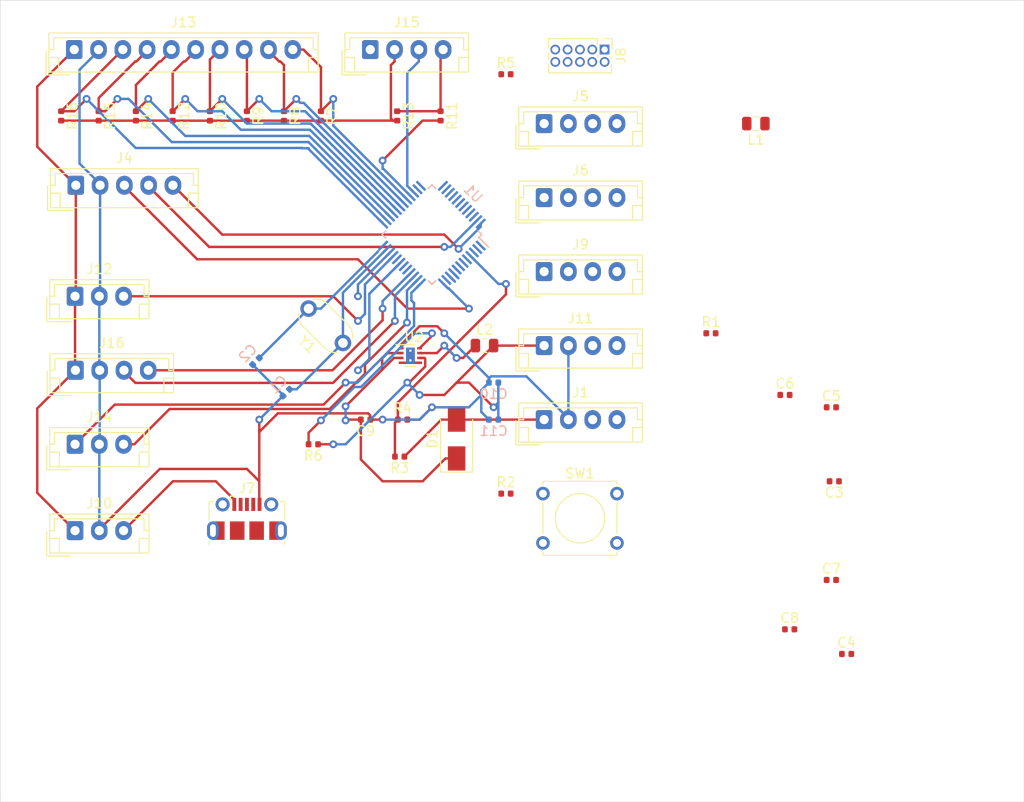
<source format=kicad_pcb>
(kicad_pcb (version 20171130) (host pcbnew 5.1.4-3.fc30)

  (general
    (thickness 1.6)
    (drawings 4)
    (tracks 333)
    (zones 0)
    (modules 48)
    (nets 58)
  )

  (page A4)
  (layers
    (0 F.Cu signal)
    (31 B.Cu signal)
    (32 B.Adhes user)
    (33 F.Adhes user)
    (34 B.Paste user)
    (35 F.Paste user)
    (36 B.SilkS user)
    (37 F.SilkS user)
    (38 B.Mask user)
    (39 F.Mask user)
    (40 Dwgs.User user)
    (41 Cmts.User user)
    (42 Eco1.User user)
    (43 Eco2.User user)
    (44 Edge.Cuts user)
    (45 Margin user)
    (46 B.CrtYd user)
    (47 F.CrtYd user)
    (48 B.Fab user)
    (49 F.Fab user)
  )

  (setup
    (last_trace_width 0.25)
    (trace_clearance 0.2)
    (zone_clearance 0.508)
    (zone_45_only no)
    (trace_min 0.2)
    (via_size 0.8)
    (via_drill 0.4)
    (via_min_size 0.4)
    (via_min_drill 0.3)
    (uvia_size 0.3)
    (uvia_drill 0.1)
    (uvias_allowed no)
    (uvia_min_size 0.2)
    (uvia_min_drill 0.1)
    (edge_width 0.05)
    (segment_width 0.2)
    (pcb_text_width 0.3)
    (pcb_text_size 1.5 1.5)
    (mod_edge_width 0.12)
    (mod_text_size 1 1)
    (mod_text_width 0.15)
    (pad_size 1.7 1.7)
    (pad_drill 1)
    (pad_to_mask_clearance 0.051)
    (solder_mask_min_width 0.25)
    (aux_axis_origin 0 0)
    (visible_elements FFFFFF7F)
    (pcbplotparams
      (layerselection 0x010fc_ffffffff)
      (usegerberextensions false)
      (usegerberattributes false)
      (usegerberadvancedattributes false)
      (creategerberjobfile false)
      (excludeedgelayer true)
      (linewidth 0.100000)
      (plotframeref false)
      (viasonmask false)
      (mode 1)
      (useauxorigin false)
      (hpglpennumber 1)
      (hpglpenspeed 20)
      (hpglpendiameter 15.000000)
      (psnegative false)
      (psa4output false)
      (plotreference true)
      (plotvalue true)
      (plotinvisibletext false)
      (padsonsilk false)
      (subtractmaskfromsilk false)
      (outputformat 1)
      (mirror false)
      (drillshape 1)
      (scaleselection 1)
      (outputdirectory ""))
  )

  (net 0 "")
  (net 1 GND)
  (net 2 "Net-(C1-Pad1)")
  (net 3 "Net-(C2-Pad1)")
  (net 4 +5V)
  (net 5 "Net-(C6-Pad1)")
  (net 6 "Net-(C7-Pad2)")
  (net 7 "Net-(C9-Pad2)")
  (net 8 A04)
  (net 9 IO_E4)
  (net 10 IO_E5)
  (net 11 A05)
  (net 12 IO_E6)
  (net 13 A06)
  (net 14 A07)
  (net 15 A08)
  (net 16 A09)
  (net 17 A00)
  (net 18 IO_E0)
  (net 19 IO_E1)
  (net 20 A01)
  (net 21 "Net-(J7-Pad6)")
  (net 22 "Net-(J7-Pad2)")
  (net 23 kill_sw)
  (net 24 "Net-(J7-Pad4)")
  (net 25 "Net-(J7-Pad3)")
  (net 26 SWD_IO)
  (net 27 SWD_CLK)
  (net 28 "Net-(J8-Pad6)")
  (net 29 "Net-(J8-Pad7)")
  (net 30 "Net-(J8-Pad8)")
  (net 31 MCU_RST)
  (net 32 A02)
  (net 33 IO_E2)
  (net 34 IO_E3)
  (net 35 A03)
  (net 36 IO_START)
  (net 37 IO_R0)
  (net 38 IO_R1)
  (net 39 IO_R2)
  (net 40 IO_R3)
  (net 41 IO_R4)
  (net 42 IO_R5)
  (net 43 IO_R6)
  (net 44 IO_R7)
  (net 45 IO_LOCK)
  (net 46 IO_UNLOCK)
  (net 47 BLE_RX)
  (net 48 "Net-(J15-Pad4)")
  (net 49 IO_DOOR2)
  (net 50 IO_DOOR1)
  (net 51 "Net-(L2-Pad1)")
  (net 52 "Net-(R6-Pad2)")
  (net 53 BLE_TX)
  (net 54 "Net-(U1-Pad1)")
  (net 55 "Net-(U1-Pad2)")
  (net 56 "Net-(U2-Pad4)")
  (net 57 +SOL)

  (net_class Default "This is the default net class."
    (clearance 0.2)
    (trace_width 0.25)
    (via_dia 0.8)
    (via_drill 0.4)
    (uvia_dia 0.3)
    (uvia_drill 0.1)
    (add_net +5V)
    (add_net +SOL)
    (add_net A00)
    (add_net A01)
    (add_net A02)
    (add_net A03)
    (add_net A04)
    (add_net A05)
    (add_net A06)
    (add_net A07)
    (add_net A08)
    (add_net A09)
    (add_net BLE_RX)
    (add_net BLE_TX)
    (add_net GND)
    (add_net IO_DOOR1)
    (add_net IO_DOOR2)
    (add_net IO_E0)
    (add_net IO_E1)
    (add_net IO_E2)
    (add_net IO_E3)
    (add_net IO_E4)
    (add_net IO_E5)
    (add_net IO_E6)
    (add_net IO_LOCK)
    (add_net IO_R0)
    (add_net IO_R1)
    (add_net IO_R2)
    (add_net IO_R3)
    (add_net IO_R4)
    (add_net IO_R5)
    (add_net IO_R6)
    (add_net IO_R7)
    (add_net IO_START)
    (add_net IO_UNLOCK)
    (add_net MCU_RST)
    (add_net "Net-(C1-Pad1)")
    (add_net "Net-(C2-Pad1)")
    (add_net "Net-(C6-Pad1)")
    (add_net "Net-(C7-Pad2)")
    (add_net "Net-(C9-Pad2)")
    (add_net "Net-(J15-Pad4)")
    (add_net "Net-(J7-Pad2)")
    (add_net "Net-(J7-Pad3)")
    (add_net "Net-(J7-Pad4)")
    (add_net "Net-(J7-Pad6)")
    (add_net "Net-(J8-Pad6)")
    (add_net "Net-(J8-Pad7)")
    (add_net "Net-(J8-Pad8)")
    (add_net "Net-(L2-Pad1)")
    (add_net "Net-(R6-Pad2)")
    (add_net "Net-(U1-Pad1)")
    (add_net "Net-(U1-Pad2)")
    (add_net "Net-(U2-Pad4)")
    (add_net SWD_CLK)
    (add_net SWD_IO)
    (add_net kill_sw)
  )

  (module Package_QFP:TQFP-48_7x7mm_P0.5mm (layer B.Cu) (tedit 5A02F146) (tstamp 5DB6423A)
    (at 154.94 69.85 135)
    (descr "48 LEAD TQFP 7x7mm (see MICREL TQFP7x7-48LD-PL-1.pdf)")
    (tags "QFP 0.5")
    (path /5D9839F4)
    (attr smd)
    (fp_text reference U1 (at 0 6 135) (layer B.SilkS)
      (effects (font (size 1 1) (thickness 0.15)) (justify mirror))
    )
    (fp_text value ATSAMD21G18A-AUT (at 0 -6 135) (layer B.Fab)
      (effects (font (size 1 1) (thickness 0.15)) (justify mirror))
    )
    (fp_text user %R (at 0 0 135) (layer B.Fab)
      (effects (font (size 1 1) (thickness 0.15)) (justify mirror))
    )
    (fp_line (start -2.5 3.5) (end 3.5 3.5) (layer B.Fab) (width 0.15))
    (fp_line (start 3.5 3.5) (end 3.5 -3.5) (layer B.Fab) (width 0.15))
    (fp_line (start 3.5 -3.5) (end -3.5 -3.5) (layer B.Fab) (width 0.15))
    (fp_line (start -3.5 -3.5) (end -3.5 2.5) (layer B.Fab) (width 0.15))
    (fp_line (start -3.5 2.5) (end -2.5 3.5) (layer B.Fab) (width 0.15))
    (fp_line (start -5.25 5.25) (end -5.25 -5.25) (layer B.CrtYd) (width 0.05))
    (fp_line (start 5.25 5.25) (end 5.25 -5.25) (layer B.CrtYd) (width 0.05))
    (fp_line (start -5.25 5.25) (end 5.25 5.25) (layer B.CrtYd) (width 0.05))
    (fp_line (start -5.25 -5.25) (end 5.25 -5.25) (layer B.CrtYd) (width 0.05))
    (fp_line (start -3.625 3.625) (end -3.625 3.2) (layer B.SilkS) (width 0.15))
    (fp_line (start 3.625 3.625) (end 3.625 3.1) (layer B.SilkS) (width 0.15))
    (fp_line (start 3.625 -3.625) (end 3.625 -3.1) (layer B.SilkS) (width 0.15))
    (fp_line (start -3.625 -3.625) (end -3.625 -3.1) (layer B.SilkS) (width 0.15))
    (fp_line (start -3.625 3.625) (end -3.1 3.625) (layer B.SilkS) (width 0.15))
    (fp_line (start -3.625 -3.625) (end -3.1 -3.625) (layer B.SilkS) (width 0.15))
    (fp_line (start 3.625 -3.625) (end 3.1 -3.625) (layer B.SilkS) (width 0.15))
    (fp_line (start 3.625 3.625) (end 3.1 3.625) (layer B.SilkS) (width 0.15))
    (fp_line (start -3.625 3.2) (end -5 3.2) (layer B.SilkS) (width 0.15))
    (pad 1 smd rect (at -4.35 2.75 135) (size 1.3 0.25) (layers B.Cu B.Paste B.Mask)
      (net 54 "Net-(U1-Pad1)"))
    (pad 2 smd rect (at -4.35 2.25 135) (size 1.3 0.25) (layers B.Cu B.Paste B.Mask)
      (net 55 "Net-(U1-Pad2)"))
    (pad 3 smd rect (at -4.35 1.75 135) (size 1.3 0.25) (layers B.Cu B.Paste B.Mask)
      (net 17 A00))
    (pad 4 smd rect (at -4.35 1.25 135) (size 1.3 0.25) (layers B.Cu B.Paste B.Mask)
      (net 20 A01))
    (pad 5 smd rect (at -4.35 0.75 135) (size 1.3 0.25) (layers B.Cu B.Paste B.Mask)
      (net 1 GND))
    (pad 6 smd rect (at -4.35 0.25 135) (size 1.3 0.25) (layers B.Cu B.Paste B.Mask)
      (net 5 "Net-(C6-Pad1)"))
    (pad 7 smd rect (at -4.35 -0.25 135) (size 1.3 0.25) (layers B.Cu B.Paste B.Mask)
      (net 32 A02))
    (pad 8 smd rect (at -4.35 -0.75 135) (size 1.3 0.25) (layers B.Cu B.Paste B.Mask)
      (net 35 A03))
    (pad 9 smd rect (at -4.35 -1.25 135) (size 1.3 0.25) (layers B.Cu B.Paste B.Mask)
      (net 8 A04))
    (pad 10 smd rect (at -4.35 -1.75 135) (size 1.3 0.25) (layers B.Cu B.Paste B.Mask)
      (net 11 A05))
    (pad 11 smd rect (at -4.35 -2.25 135) (size 1.3 0.25) (layers B.Cu B.Paste B.Mask)
      (net 13 A06))
    (pad 12 smd rect (at -4.35 -2.75 135) (size 1.3 0.25) (layers B.Cu B.Paste B.Mask)
      (net 14 A07))
    (pad 13 smd rect (at -2.75 -4.35 45) (size 1.3 0.25) (layers B.Cu B.Paste B.Mask)
      (net 45 IO_LOCK))
    (pad 14 smd rect (at -2.25 -4.35 45) (size 1.3 0.25) (layers B.Cu B.Paste B.Mask)
      (net 46 IO_UNLOCK))
    (pad 15 smd rect (at -1.75 -4.35 45) (size 1.3 0.25) (layers B.Cu B.Paste B.Mask)
      (net 50 IO_DOOR1))
    (pad 16 smd rect (at -1.25 -4.35 45) (size 1.3 0.25) (layers B.Cu B.Paste B.Mask)
      (net 49 IO_DOOR2))
    (pad 17 smd rect (at -0.75 -4.35 45) (size 1.3 0.25) (layers B.Cu B.Paste B.Mask)
      (net 4 +5V))
    (pad 18 smd rect (at -0.25 -4.35 45) (size 1.3 0.25) (layers B.Cu B.Paste B.Mask)
      (net 1 GND))
    (pad 19 smd rect (at 0.25 -4.35 45) (size 1.3 0.25) (layers B.Cu B.Paste B.Mask)
      (net 9 IO_E4))
    (pad 20 smd rect (at 0.75 -4.35 45) (size 1.3 0.25) (layers B.Cu B.Paste B.Mask)
      (net 10 IO_E5))
    (pad 21 smd rect (at 1.25 -4.35 45) (size 1.3 0.25) (layers B.Cu B.Paste B.Mask)
      (net 36 IO_START))
    (pad 22 smd rect (at 1.75 -4.35 45) (size 1.3 0.25) (layers B.Cu B.Paste B.Mask)
      (net 12 IO_E6))
    (pad 23 smd rect (at 2.25 -4.35 45) (size 1.3 0.25) (layers B.Cu B.Paste B.Mask)
      (net 2 "Net-(C1-Pad1)"))
    (pad 24 smd rect (at 2.75 -4.35 45) (size 1.3 0.25) (layers B.Cu B.Paste B.Mask)
      (net 3 "Net-(C2-Pad1)"))
    (pad 25 smd rect (at 4.35 -2.75 135) (size 1.3 0.25) (layers B.Cu B.Paste B.Mask)
      (net 37 IO_R0))
    (pad 26 smd rect (at 4.35 -2.25 135) (size 1.3 0.25) (layers B.Cu B.Paste B.Mask)
      (net 38 IO_R1))
    (pad 27 smd rect (at 4.35 -1.75 135) (size 1.3 0.25) (layers B.Cu B.Paste B.Mask)
      (net 39 IO_R2))
    (pad 28 smd rect (at 4.35 -1.25 135) (size 1.3 0.25) (layers B.Cu B.Paste B.Mask)
      (net 40 IO_R3))
    (pad 29 smd rect (at 4.35 -0.75 135) (size 1.3 0.25) (layers B.Cu B.Paste B.Mask)
      (net 41 IO_R4))
    (pad 30 smd rect (at 4.35 -0.25 135) (size 1.3 0.25) (layers B.Cu B.Paste B.Mask)
      (net 42 IO_R5))
    (pad 31 smd rect (at 4.35 0.25 135) (size 1.3 0.25) (layers B.Cu B.Paste B.Mask)
      (net 43 IO_R6))
    (pad 32 smd rect (at 4.35 0.75 135) (size 1.3 0.25) (layers B.Cu B.Paste B.Mask)
      (net 44 IO_R7))
    (pad 33 smd rect (at 4.35 1.25 135) (size 1.3 0.25) (layers B.Cu B.Paste B.Mask)
      (net 53 BLE_TX))
    (pad 34 smd rect (at 4.35 1.75 135) (size 1.3 0.25) (layers B.Cu B.Paste B.Mask)
      (net 47 BLE_RX))
    (pad 35 smd rect (at 4.35 2.25 135) (size 1.3 0.25) (layers B.Cu B.Paste B.Mask)
      (net 1 GND))
    (pad 36 smd rect (at 4.35 2.75 135) (size 1.3 0.25) (layers B.Cu B.Paste B.Mask)
      (net 4 +5V))
    (pad 37 smd rect (at 2.75 4.35 45) (size 1.3 0.25) (layers B.Cu B.Paste B.Mask)
      (net 33 IO_E2))
    (pad 38 smd rect (at 2.25 4.35 45) (size 1.3 0.25) (layers B.Cu B.Paste B.Mask)
      (net 34 IO_E3))
    (pad 39 smd rect (at 1.75 4.35 45) (size 1.3 0.25) (layers B.Cu B.Paste B.Mask)
      (net 18 IO_E0))
    (pad 40 smd rect (at 1.25 4.35 45) (size 1.3 0.25) (layers B.Cu B.Paste B.Mask)
      (net 31 MCU_RST))
    (pad 41 smd rect (at 0.75 4.35 45) (size 1.3 0.25) (layers B.Cu B.Paste B.Mask)
      (net 19 IO_E1))
    (pad 42 smd rect (at 0.25 4.35 45) (size 1.3 0.25) (layers B.Cu B.Paste B.Mask)
      (net 1 GND))
    (pad 43 smd rect (at -0.25 4.35 45) (size 1.3 0.25) (layers B.Cu B.Paste B.Mask)
      (net 6 "Net-(C7-Pad2)"))
    (pad 44 smd rect (at -0.75 4.35 45) (size 1.3 0.25) (layers B.Cu B.Paste B.Mask)
      (net 4 +5V))
    (pad 45 smd rect (at -1.25 4.35 45) (size 1.3 0.25) (layers B.Cu B.Paste B.Mask)
      (net 27 SWD_CLK))
    (pad 46 smd rect (at -1.75 4.35 45) (size 1.3 0.25) (layers B.Cu B.Paste B.Mask)
      (net 26 SWD_IO))
    (pad 47 smd rect (at -2.25 4.35 45) (size 1.3 0.25) (layers B.Cu B.Paste B.Mask)
      (net 15 A08))
    (pad 48 smd rect (at -2.75 4.35 45) (size 1.3 0.25) (layers B.Cu B.Paste B.Mask)
      (net 16 A09))
    (model ${KISYS3DMOD}/Package_QFP.3dshapes/TQFP-48_7x7mm_P0.5mm.wrl
      (at (xyz 0 0 0))
      (scale (xyz 1 1 1))
      (rotate (xyz 0 0 0))
    )
  )

  (module Capacitor_SMD:C_0402_1005Metric (layer B.Cu) (tedit 5B301BBE) (tstamp 5DB678D2)
    (at 139.941159 86.118841 225)
    (descr "Capacitor SMD 0402 (1005 Metric), square (rectangular) end terminal, IPC_7351 nominal, (Body size source: http://www.tortai-tech.com/upload/download/2011102023233369053.pdf), generated with kicad-footprint-generator")
    (tags capacitor)
    (path /5D9E94FF)
    (attr smd)
    (fp_text reference C1 (at 0 1.17 45) (layer B.SilkS)
      (effects (font (size 1 1) (thickness 0.15)) (justify mirror))
    )
    (fp_text value 20pF (at 0 -1.17 45) (layer B.Fab)
      (effects (font (size 1 1) (thickness 0.15)) (justify mirror))
    )
    (fp_text user %R (at 0 0 45) (layer B.Fab)
      (effects (font (size 0.25 0.25) (thickness 0.04)) (justify mirror))
    )
    (fp_line (start 0.93 -0.47) (end -0.93 -0.47) (layer B.CrtYd) (width 0.05))
    (fp_line (start 0.93 0.47) (end 0.93 -0.47) (layer B.CrtYd) (width 0.05))
    (fp_line (start -0.93 0.47) (end 0.93 0.47) (layer B.CrtYd) (width 0.05))
    (fp_line (start -0.93 -0.47) (end -0.93 0.47) (layer B.CrtYd) (width 0.05))
    (fp_line (start 0.5 -0.25) (end -0.5 -0.25) (layer B.Fab) (width 0.1))
    (fp_line (start 0.5 0.25) (end 0.5 -0.25) (layer B.Fab) (width 0.1))
    (fp_line (start -0.5 0.25) (end 0.5 0.25) (layer B.Fab) (width 0.1))
    (fp_line (start -0.5 -0.25) (end -0.5 0.25) (layer B.Fab) (width 0.1))
    (pad 2 smd roundrect (at 0.485 0 225) (size 0.59 0.64) (layers B.Cu B.Paste B.Mask) (roundrect_rratio 0.25)
      (net 1 GND))
    (pad 1 smd roundrect (at -0.485 0 225) (size 0.59 0.64) (layers B.Cu B.Paste B.Mask) (roundrect_rratio 0.25)
      (net 2 "Net-(C1-Pad1)"))
    (model ${KISYS3DMOD}/Capacitor_SMD.3dshapes/C_0402_1005Metric.wrl
      (at (xyz 0 0 0))
      (scale (xyz 1 1 1))
      (rotate (xyz 0 0 0))
    )
  )

  (module Capacitor_SMD:C_0402_1005Metric (layer B.Cu) (tedit 5B301BBE) (tstamp 5DB67902)
    (at 136.817053 82.892947 225)
    (descr "Capacitor SMD 0402 (1005 Metric), square (rectangular) end terminal, IPC_7351 nominal, (Body size source: http://www.tortai-tech.com/upload/download/2011102023233369053.pdf), generated with kicad-footprint-generator")
    (tags capacitor)
    (path /5D9EBB5E)
    (attr smd)
    (fp_text reference C2 (at 0 1.17 45) (layer B.SilkS)
      (effects (font (size 1 1) (thickness 0.15)) (justify mirror))
    )
    (fp_text value 20pF (at 0 -1.17 45) (layer B.Fab)
      (effects (font (size 1 1) (thickness 0.15)) (justify mirror))
    )
    (fp_line (start -0.5 -0.25) (end -0.5 0.25) (layer B.Fab) (width 0.1))
    (fp_line (start -0.5 0.25) (end 0.5 0.25) (layer B.Fab) (width 0.1))
    (fp_line (start 0.5 0.25) (end 0.5 -0.25) (layer B.Fab) (width 0.1))
    (fp_line (start 0.5 -0.25) (end -0.5 -0.25) (layer B.Fab) (width 0.1))
    (fp_line (start -0.93 -0.47) (end -0.93 0.47) (layer B.CrtYd) (width 0.05))
    (fp_line (start -0.93 0.47) (end 0.93 0.47) (layer B.CrtYd) (width 0.05))
    (fp_line (start 0.93 0.47) (end 0.93 -0.47) (layer B.CrtYd) (width 0.05))
    (fp_line (start 0.93 -0.47) (end -0.93 -0.47) (layer B.CrtYd) (width 0.05))
    (fp_text user %R (at 0 0 45) (layer B.Fab)
      (effects (font (size 0.25 0.25) (thickness 0.04)) (justify mirror))
    )
    (pad 1 smd roundrect (at -0.485 0 225) (size 0.59 0.64) (layers B.Cu B.Paste B.Mask) (roundrect_rratio 0.25)
      (net 3 "Net-(C2-Pad1)"))
    (pad 2 smd roundrect (at 0.485 0 225) (size 0.59 0.64) (layers B.Cu B.Paste B.Mask) (roundrect_rratio 0.25)
      (net 1 GND))
    (model ${KISYS3DMOD}/Capacitor_SMD.3dshapes/C_0402_1005Metric.wrl
      (at (xyz 0 0 0))
      (scale (xyz 1 1 1))
      (rotate (xyz 0 0 0))
    )
  )

  (module Capacitor_SMD:C_0402_1005Metric (layer F.Cu) (tedit 5B301BBE) (tstamp 5DB5C3AF)
    (at 196.365 95.25 180)
    (descr "Capacitor SMD 0402 (1005 Metric), square (rectangular) end terminal, IPC_7351 nominal, (Body size source: http://www.tortai-tech.com/upload/download/2011102023233369053.pdf), generated with kicad-footprint-generator")
    (tags capacitor)
    (path /5DB773A3)
    (attr smd)
    (fp_text reference C3 (at 0 -1.17) (layer F.SilkS)
      (effects (font (size 1 1) (thickness 0.15)))
    )
    (fp_text value 100n (at 0 1.17) (layer F.Fab)
      (effects (font (size 1 1) (thickness 0.15)))
    )
    (fp_line (start -0.5 0.25) (end -0.5 -0.25) (layer F.Fab) (width 0.1))
    (fp_line (start -0.5 -0.25) (end 0.5 -0.25) (layer F.Fab) (width 0.1))
    (fp_line (start 0.5 -0.25) (end 0.5 0.25) (layer F.Fab) (width 0.1))
    (fp_line (start 0.5 0.25) (end -0.5 0.25) (layer F.Fab) (width 0.1))
    (fp_line (start -0.93 0.47) (end -0.93 -0.47) (layer F.CrtYd) (width 0.05))
    (fp_line (start -0.93 -0.47) (end 0.93 -0.47) (layer F.CrtYd) (width 0.05))
    (fp_line (start 0.93 -0.47) (end 0.93 0.47) (layer F.CrtYd) (width 0.05))
    (fp_line (start 0.93 0.47) (end -0.93 0.47) (layer F.CrtYd) (width 0.05))
    (fp_text user %R (at 0 0) (layer F.Fab)
      (effects (font (size 0.25 0.25) (thickness 0.04)))
    )
    (pad 1 smd roundrect (at -0.485 0 180) (size 0.59 0.64) (layers F.Cu F.Paste F.Mask) (roundrect_rratio 0.25)
      (net 4 +5V))
    (pad 2 smd roundrect (at 0.485 0 180) (size 0.59 0.64) (layers F.Cu F.Paste F.Mask) (roundrect_rratio 0.25)
      (net 1 GND))
    (model ${KISYS3DMOD}/Capacitor_SMD.3dshapes/C_0402_1005Metric.wrl
      (at (xyz 0 0 0))
      (scale (xyz 1 1 1))
      (rotate (xyz 0 0 0))
    )
  )

  (module Capacitor_SMD:C_0402_1005Metric (layer F.Cu) (tedit 5B301BBE) (tstamp 5DB5C3BE)
    (at 197.635 113.03)
    (descr "Capacitor SMD 0402 (1005 Metric), square (rectangular) end terminal, IPC_7351 nominal, (Body size source: http://www.tortai-tech.com/upload/download/2011102023233369053.pdf), generated with kicad-footprint-generator")
    (tags capacitor)
    (path /5DB6AA2F)
    (attr smd)
    (fp_text reference C4 (at 0 -1.17) (layer F.SilkS)
      (effects (font (size 1 1) (thickness 0.15)))
    )
    (fp_text value 10u (at 0 1.17) (layer F.Fab)
      (effects (font (size 1 1) (thickness 0.15)))
    )
    (fp_text user %R (at 0 0) (layer F.Fab)
      (effects (font (size 0.25 0.25) (thickness 0.04)))
    )
    (fp_line (start 0.93 0.47) (end -0.93 0.47) (layer F.CrtYd) (width 0.05))
    (fp_line (start 0.93 -0.47) (end 0.93 0.47) (layer F.CrtYd) (width 0.05))
    (fp_line (start -0.93 -0.47) (end 0.93 -0.47) (layer F.CrtYd) (width 0.05))
    (fp_line (start -0.93 0.47) (end -0.93 -0.47) (layer F.CrtYd) (width 0.05))
    (fp_line (start 0.5 0.25) (end -0.5 0.25) (layer F.Fab) (width 0.1))
    (fp_line (start 0.5 -0.25) (end 0.5 0.25) (layer F.Fab) (width 0.1))
    (fp_line (start -0.5 -0.25) (end 0.5 -0.25) (layer F.Fab) (width 0.1))
    (fp_line (start -0.5 0.25) (end -0.5 -0.25) (layer F.Fab) (width 0.1))
    (pad 2 smd roundrect (at 0.485 0) (size 0.59 0.64) (layers F.Cu F.Paste F.Mask) (roundrect_rratio 0.25)
      (net 4 +5V))
    (pad 1 smd roundrect (at -0.485 0) (size 0.59 0.64) (layers F.Cu F.Paste F.Mask) (roundrect_rratio 0.25)
      (net 1 GND))
    (model ${KISYS3DMOD}/Capacitor_SMD.3dshapes/C_0402_1005Metric.wrl
      (at (xyz 0 0 0))
      (scale (xyz 1 1 1))
      (rotate (xyz 0 0 0))
    )
  )

  (module Capacitor_SMD:C_0402_1005Metric (layer F.Cu) (tedit 5B301BBE) (tstamp 5DB5C3CD)
    (at 196.065 87.63)
    (descr "Capacitor SMD 0402 (1005 Metric), square (rectangular) end terminal, IPC_7351 nominal, (Body size source: http://www.tortai-tech.com/upload/download/2011102023233369053.pdf), generated with kicad-footprint-generator")
    (tags capacitor)
    (path /5DB5FEED)
    (attr smd)
    (fp_text reference C5 (at 0 -1.17) (layer F.SilkS)
      (effects (font (size 1 1) (thickness 0.15)))
    )
    (fp_text value 100n (at 0 1.17) (layer F.Fab)
      (effects (font (size 1 1) (thickness 0.15)))
    )
    (fp_line (start -0.5 0.25) (end -0.5 -0.25) (layer F.Fab) (width 0.1))
    (fp_line (start -0.5 -0.25) (end 0.5 -0.25) (layer F.Fab) (width 0.1))
    (fp_line (start 0.5 -0.25) (end 0.5 0.25) (layer F.Fab) (width 0.1))
    (fp_line (start 0.5 0.25) (end -0.5 0.25) (layer F.Fab) (width 0.1))
    (fp_line (start -0.93 0.47) (end -0.93 -0.47) (layer F.CrtYd) (width 0.05))
    (fp_line (start -0.93 -0.47) (end 0.93 -0.47) (layer F.CrtYd) (width 0.05))
    (fp_line (start 0.93 -0.47) (end 0.93 0.47) (layer F.CrtYd) (width 0.05))
    (fp_line (start 0.93 0.47) (end -0.93 0.47) (layer F.CrtYd) (width 0.05))
    (fp_text user %R (at 0 0) (layer F.Fab)
      (effects (font (size 0.25 0.25) (thickness 0.04)))
    )
    (pad 1 smd roundrect (at -0.485 0) (size 0.59 0.64) (layers F.Cu F.Paste F.Mask) (roundrect_rratio 0.25)
      (net 1 GND))
    (pad 2 smd roundrect (at 0.485 0) (size 0.59 0.64) (layers F.Cu F.Paste F.Mask) (roundrect_rratio 0.25)
      (net 4 +5V))
    (model ${KISYS3DMOD}/Capacitor_SMD.3dshapes/C_0402_1005Metric.wrl
      (at (xyz 0 0 0))
      (scale (xyz 1 1 1))
      (rotate (xyz 0 0 0))
    )
  )

  (module Capacitor_SMD:C_0402_1005Metric (layer F.Cu) (tedit 5B301BBE) (tstamp 5DB5C3DC)
    (at 191.285 86.36)
    (descr "Capacitor SMD 0402 (1005 Metric), square (rectangular) end terminal, IPC_7351 nominal, (Body size source: http://www.tortai-tech.com/upload/download/2011102023233369053.pdf), generated with kicad-footprint-generator")
    (tags capacitor)
    (path /5DB54EB4)
    (attr smd)
    (fp_text reference C6 (at 0 -1.17) (layer F.SilkS)
      (effects (font (size 1 1) (thickness 0.15)))
    )
    (fp_text value 10u (at 0 1.17) (layer F.Fab)
      (effects (font (size 1 1) (thickness 0.15)))
    )
    (fp_line (start -0.5 0.25) (end -0.5 -0.25) (layer F.Fab) (width 0.1))
    (fp_line (start -0.5 -0.25) (end 0.5 -0.25) (layer F.Fab) (width 0.1))
    (fp_line (start 0.5 -0.25) (end 0.5 0.25) (layer F.Fab) (width 0.1))
    (fp_line (start 0.5 0.25) (end -0.5 0.25) (layer F.Fab) (width 0.1))
    (fp_line (start -0.93 0.47) (end -0.93 -0.47) (layer F.CrtYd) (width 0.05))
    (fp_line (start -0.93 -0.47) (end 0.93 -0.47) (layer F.CrtYd) (width 0.05))
    (fp_line (start 0.93 -0.47) (end 0.93 0.47) (layer F.CrtYd) (width 0.05))
    (fp_line (start 0.93 0.47) (end -0.93 0.47) (layer F.CrtYd) (width 0.05))
    (fp_text user %R (at 0 0) (layer F.Fab)
      (effects (font (size 0.25 0.25) (thickness 0.04)))
    )
    (pad 1 smd roundrect (at -0.485 0) (size 0.59 0.64) (layers F.Cu F.Paste F.Mask) (roundrect_rratio 0.25)
      (net 5 "Net-(C6-Pad1)"))
    (pad 2 smd roundrect (at 0.485 0) (size 0.59 0.64) (layers F.Cu F.Paste F.Mask) (roundrect_rratio 0.25)
      (net 1 GND))
    (model ${KISYS3DMOD}/Capacitor_SMD.3dshapes/C_0402_1005Metric.wrl
      (at (xyz 0 0 0))
      (scale (xyz 1 1 1))
      (rotate (xyz 0 0 0))
    )
  )

  (module Capacitor_SMD:C_0402_1005Metric (layer F.Cu) (tedit 5B301BBE) (tstamp 5DB5C3EB)
    (at 196.065 105.41)
    (descr "Capacitor SMD 0402 (1005 Metric), square (rectangular) end terminal, IPC_7351 nominal, (Body size source: http://www.tortai-tech.com/upload/download/2011102023233369053.pdf), generated with kicad-footprint-generator")
    (tags capacitor)
    (path /5DB48F8D)
    (attr smd)
    (fp_text reference C7 (at 0 -1.17) (layer F.SilkS)
      (effects (font (size 1 1) (thickness 0.15)))
    )
    (fp_text value 1u (at 0 1.17) (layer F.Fab)
      (effects (font (size 1 1) (thickness 0.15)))
    )
    (fp_text user %R (at 0 0) (layer F.Fab)
      (effects (font (size 0.25 0.25) (thickness 0.04)))
    )
    (fp_line (start 0.93 0.47) (end -0.93 0.47) (layer F.CrtYd) (width 0.05))
    (fp_line (start 0.93 -0.47) (end 0.93 0.47) (layer F.CrtYd) (width 0.05))
    (fp_line (start -0.93 -0.47) (end 0.93 -0.47) (layer F.CrtYd) (width 0.05))
    (fp_line (start -0.93 0.47) (end -0.93 -0.47) (layer F.CrtYd) (width 0.05))
    (fp_line (start 0.5 0.25) (end -0.5 0.25) (layer F.Fab) (width 0.1))
    (fp_line (start 0.5 -0.25) (end 0.5 0.25) (layer F.Fab) (width 0.1))
    (fp_line (start -0.5 -0.25) (end 0.5 -0.25) (layer F.Fab) (width 0.1))
    (fp_line (start -0.5 0.25) (end -0.5 -0.25) (layer F.Fab) (width 0.1))
    (pad 2 smd roundrect (at 0.485 0) (size 0.59 0.64) (layers F.Cu F.Paste F.Mask) (roundrect_rratio 0.25)
      (net 6 "Net-(C7-Pad2)"))
    (pad 1 smd roundrect (at -0.485 0) (size 0.59 0.64) (layers F.Cu F.Paste F.Mask) (roundrect_rratio 0.25)
      (net 1 GND))
    (model ${KISYS3DMOD}/Capacitor_SMD.3dshapes/C_0402_1005Metric.wrl
      (at (xyz 0 0 0))
      (scale (xyz 1 1 1))
      (rotate (xyz 0 0 0))
    )
  )

  (module Capacitor_SMD:C_0402_1005Metric (layer F.Cu) (tedit 5B301BBE) (tstamp 5DB5C3FA)
    (at 191.77 110.49)
    (descr "Capacitor SMD 0402 (1005 Metric), square (rectangular) end terminal, IPC_7351 nominal, (Body size source: http://www.tortai-tech.com/upload/download/2011102023233369053.pdf), generated with kicad-footprint-generator")
    (tags capacitor)
    (path /5DB4AADB)
    (attr smd)
    (fp_text reference C8 (at 0 -1.17) (layer F.SilkS)
      (effects (font (size 1 1) (thickness 0.15)))
    )
    (fp_text value 100n (at 0 1.17) (layer F.Fab)
      (effects (font (size 1 1) (thickness 0.15)))
    )
    (fp_text user %R (at 0 0) (layer F.Fab)
      (effects (font (size 0.25 0.25) (thickness 0.04)))
    )
    (fp_line (start 0.93 0.47) (end -0.93 0.47) (layer F.CrtYd) (width 0.05))
    (fp_line (start 0.93 -0.47) (end 0.93 0.47) (layer F.CrtYd) (width 0.05))
    (fp_line (start -0.93 -0.47) (end 0.93 -0.47) (layer F.CrtYd) (width 0.05))
    (fp_line (start -0.93 0.47) (end -0.93 -0.47) (layer F.CrtYd) (width 0.05))
    (fp_line (start 0.5 0.25) (end -0.5 0.25) (layer F.Fab) (width 0.1))
    (fp_line (start 0.5 -0.25) (end 0.5 0.25) (layer F.Fab) (width 0.1))
    (fp_line (start -0.5 -0.25) (end 0.5 -0.25) (layer F.Fab) (width 0.1))
    (fp_line (start -0.5 0.25) (end -0.5 -0.25) (layer F.Fab) (width 0.1))
    (pad 2 smd roundrect (at 0.485 0) (size 0.59 0.64) (layers F.Cu F.Paste F.Mask) (roundrect_rratio 0.25)
      (net 6 "Net-(C7-Pad2)"))
    (pad 1 smd roundrect (at -0.485 0) (size 0.59 0.64) (layers F.Cu F.Paste F.Mask) (roundrect_rratio 0.25)
      (net 1 GND))
    (model ${KISYS3DMOD}/Capacitor_SMD.3dshapes/C_0402_1005Metric.wrl
      (at (xyz 0 0 0))
      (scale (xyz 1 1 1))
      (rotate (xyz 0 0 0))
    )
  )

  (module Capacitor_SMD:C_0402_1005Metric (layer F.Cu) (tedit 5B301BBE) (tstamp 5DB5C409)
    (at 148.105 88.9 180)
    (descr "Capacitor SMD 0402 (1005 Metric), square (rectangular) end terminal, IPC_7351 nominal, (Body size source: http://www.tortai-tech.com/upload/download/2011102023233369053.pdf), generated with kicad-footprint-generator")
    (tags capacitor)
    (path /5DBB65CE)
    (attr smd)
    (fp_text reference C9 (at 0 -1.17 180) (layer F.SilkS)
      (effects (font (size 1 1) (thickness 0.15)))
    )
    (fp_text value 10u (at 0 1.17 180) (layer F.Fab)
      (effects (font (size 1 1) (thickness 0.15)))
    )
    (fp_text user %R (at 0 0 180) (layer F.Fab)
      (effects (font (size 0.25 0.25) (thickness 0.04)))
    )
    (fp_line (start 0.93 0.47) (end -0.93 0.47) (layer F.CrtYd) (width 0.05))
    (fp_line (start 0.93 -0.47) (end 0.93 0.47) (layer F.CrtYd) (width 0.05))
    (fp_line (start -0.93 -0.47) (end 0.93 -0.47) (layer F.CrtYd) (width 0.05))
    (fp_line (start -0.93 0.47) (end -0.93 -0.47) (layer F.CrtYd) (width 0.05))
    (fp_line (start 0.5 0.25) (end -0.5 0.25) (layer F.Fab) (width 0.1))
    (fp_line (start 0.5 -0.25) (end 0.5 0.25) (layer F.Fab) (width 0.1))
    (fp_line (start -0.5 -0.25) (end 0.5 -0.25) (layer F.Fab) (width 0.1))
    (fp_line (start -0.5 0.25) (end -0.5 -0.25) (layer F.Fab) (width 0.1))
    (pad 2 smd roundrect (at 0.485 0 180) (size 0.59 0.64) (layers F.Cu F.Paste F.Mask) (roundrect_rratio 0.25)
      (net 7 "Net-(C9-Pad2)"))
    (pad 1 smd roundrect (at -0.485 0 180) (size 0.59 0.64) (layers F.Cu F.Paste F.Mask) (roundrect_rratio 0.25)
      (net 1 GND))
    (model ${KISYS3DMOD}/Capacitor_SMD.3dshapes/C_0402_1005Metric.wrl
      (at (xyz 0 0 0))
      (scale (xyz 1 1 1))
      (rotate (xyz 0 0 0))
    )
  )

  (module Capacitor_SMD:C_0402_1005Metric (layer B.Cu) (tedit 5B301BBE) (tstamp 5DC65DD1)
    (at 161.29 85.09)
    (descr "Capacitor SMD 0402 (1005 Metric), square (rectangular) end terminal, IPC_7351 nominal, (Body size source: http://www.tortai-tech.com/upload/download/2011102023233369053.pdf), generated with kicad-footprint-generator")
    (tags capacitor)
    (path /5DBD3039)
    (attr smd)
    (fp_text reference C10 (at 0 1.17) (layer B.SilkS)
      (effects (font (size 1 1) (thickness 0.15)) (justify mirror))
    )
    (fp_text value 10u (at 0 -1.17) (layer B.Fab)
      (effects (font (size 1 1) (thickness 0.15)) (justify mirror))
    )
    (fp_line (start -0.5 -0.25) (end -0.5 0.25) (layer B.Fab) (width 0.1))
    (fp_line (start -0.5 0.25) (end 0.5 0.25) (layer B.Fab) (width 0.1))
    (fp_line (start 0.5 0.25) (end 0.5 -0.25) (layer B.Fab) (width 0.1))
    (fp_line (start 0.5 -0.25) (end -0.5 -0.25) (layer B.Fab) (width 0.1))
    (fp_line (start -0.93 -0.47) (end -0.93 0.47) (layer B.CrtYd) (width 0.05))
    (fp_line (start -0.93 0.47) (end 0.93 0.47) (layer B.CrtYd) (width 0.05))
    (fp_line (start 0.93 0.47) (end 0.93 -0.47) (layer B.CrtYd) (width 0.05))
    (fp_line (start 0.93 -0.47) (end -0.93 -0.47) (layer B.CrtYd) (width 0.05))
    (fp_text user %R (at 0 0) (layer B.Fab)
      (effects (font (size 0.25 0.25) (thickness 0.04)) (justify mirror))
    )
    (pad 1 smd roundrect (at -0.485 0) (size 0.59 0.64) (layers B.Cu B.Paste B.Mask) (roundrect_rratio 0.25)
      (net 1 GND))
    (pad 2 smd roundrect (at 0.485 0) (size 0.59 0.64) (layers B.Cu B.Paste B.Mask) (roundrect_rratio 0.25)
      (net 4 +5V))
    (model ${KISYS3DMOD}/Capacitor_SMD.3dshapes/C_0402_1005Metric.wrl
      (at (xyz 0 0 0))
      (scale (xyz 1 1 1))
      (rotate (xyz 0 0 0))
    )
  )

  (module Capacitor_SMD:C_0402_1005Metric (layer B.Cu) (tedit 5B301BBE) (tstamp 5DC65EFC)
    (at 161.29 88.9)
    (descr "Capacitor SMD 0402 (1005 Metric), square (rectangular) end terminal, IPC_7351 nominal, (Body size source: http://www.tortai-tech.com/upload/download/2011102023233369053.pdf), generated with kicad-footprint-generator")
    (tags capacitor)
    (path /5DBD3517)
    (attr smd)
    (fp_text reference C11 (at 0 1.17) (layer B.SilkS)
      (effects (font (size 1 1) (thickness 0.15)) (justify mirror))
    )
    (fp_text value 10u (at 0 -1.17) (layer B.Fab)
      (effects (font (size 1 1) (thickness 0.15)) (justify mirror))
    )
    (fp_line (start -0.5 -0.25) (end -0.5 0.25) (layer B.Fab) (width 0.1))
    (fp_line (start -0.5 0.25) (end 0.5 0.25) (layer B.Fab) (width 0.1))
    (fp_line (start 0.5 0.25) (end 0.5 -0.25) (layer B.Fab) (width 0.1))
    (fp_line (start 0.5 -0.25) (end -0.5 -0.25) (layer B.Fab) (width 0.1))
    (fp_line (start -0.93 -0.47) (end -0.93 0.47) (layer B.CrtYd) (width 0.05))
    (fp_line (start -0.93 0.47) (end 0.93 0.47) (layer B.CrtYd) (width 0.05))
    (fp_line (start 0.93 0.47) (end 0.93 -0.47) (layer B.CrtYd) (width 0.05))
    (fp_line (start 0.93 -0.47) (end -0.93 -0.47) (layer B.CrtYd) (width 0.05))
    (fp_text user %R (at 0 0) (layer B.Fab)
      (effects (font (size 0.25 0.25) (thickness 0.04)) (justify mirror))
    )
    (pad 1 smd roundrect (at -0.485 0) (size 0.59 0.64) (layers B.Cu B.Paste B.Mask) (roundrect_rratio 0.25)
      (net 1 GND))
    (pad 2 smd roundrect (at 0.485 0) (size 0.59 0.64) (layers B.Cu B.Paste B.Mask) (roundrect_rratio 0.25)
      (net 4 +5V))
    (model ${KISYS3DMOD}/Capacitor_SMD.3dshapes/C_0402_1005Metric.wrl
      (at (xyz 0 0 0))
      (scale (xyz 1 1 1))
      (rotate (xyz 0 0 0))
    )
  )

  (module Diode_SMD:D_SMA (layer F.Cu) (tedit 586432E5) (tstamp 5DB5C43F)
    (at 157.48 90.9 90)
    (descr "Diode SMA (DO-214AC)")
    (tags "Diode SMA (DO-214AC)")
    (path /5DBA44CE)
    (attr smd)
    (fp_text reference D1 (at 0 -2.5 90) (layer F.SilkS)
      (effects (font (size 1 1) (thickness 0.15)))
    )
    (fp_text value B160-13-FSMA-M (at 0 2.6 90) (layer F.Fab)
      (effects (font (size 1 1) (thickness 0.15)))
    )
    (fp_text user %R (at 0 -2.5 90) (layer F.Fab)
      (effects (font (size 1 1) (thickness 0.15)))
    )
    (fp_line (start -3.4 -1.65) (end -3.4 1.65) (layer F.SilkS) (width 0.12))
    (fp_line (start 2.3 1.5) (end -2.3 1.5) (layer F.Fab) (width 0.1))
    (fp_line (start -2.3 1.5) (end -2.3 -1.5) (layer F.Fab) (width 0.1))
    (fp_line (start 2.3 -1.5) (end 2.3 1.5) (layer F.Fab) (width 0.1))
    (fp_line (start 2.3 -1.5) (end -2.3 -1.5) (layer F.Fab) (width 0.1))
    (fp_line (start -3.5 -1.75) (end 3.5 -1.75) (layer F.CrtYd) (width 0.05))
    (fp_line (start 3.5 -1.75) (end 3.5 1.75) (layer F.CrtYd) (width 0.05))
    (fp_line (start 3.5 1.75) (end -3.5 1.75) (layer F.CrtYd) (width 0.05))
    (fp_line (start -3.5 1.75) (end -3.5 -1.75) (layer F.CrtYd) (width 0.05))
    (fp_line (start -0.64944 0.00102) (end -1.55114 0.00102) (layer F.Fab) (width 0.1))
    (fp_line (start 0.50118 0.00102) (end 1.4994 0.00102) (layer F.Fab) (width 0.1))
    (fp_line (start -0.64944 -0.79908) (end -0.64944 0.80112) (layer F.Fab) (width 0.1))
    (fp_line (start 0.50118 0.75032) (end 0.50118 -0.79908) (layer F.Fab) (width 0.1))
    (fp_line (start -0.64944 0.00102) (end 0.50118 0.75032) (layer F.Fab) (width 0.1))
    (fp_line (start -0.64944 0.00102) (end 0.50118 -0.79908) (layer F.Fab) (width 0.1))
    (fp_line (start -3.4 1.65) (end 2 1.65) (layer F.SilkS) (width 0.12))
    (fp_line (start -3.4 -1.65) (end 2 -1.65) (layer F.SilkS) (width 0.12))
    (pad 1 smd rect (at -2 0 90) (size 2.5 1.8) (layers F.Cu F.Paste F.Mask)
      (net 7 "Net-(C9-Pad2)"))
    (pad 2 smd rect (at 2 0 90) (size 2.5 1.8) (layers F.Cu F.Paste F.Mask)
      (net 57 +SOL))
    (model ${KISYS3DMOD}/Diode_SMD.3dshapes/D_SMA.wrl
      (at (xyz 0 0 0))
      (scale (xyz 1 1 1))
      (rotate (xyz 0 0 0))
    )
  )

  (module Connector_JST:JST_EH_B5B-EH-A_1x05_P2.50mm_Vertical (layer F.Cu) (tedit 5C28142C) (tstamp 5DB65992)
    (at 118.27 64.77)
    (descr "JST EH series connector, B5B-EH-A (http://www.jst-mfg.com/product/pdf/eng/eEH.pdf), generated with kicad-footprint-generator")
    (tags "connector JST EH vertical")
    (path /5DF11728)
    (fp_text reference J4 (at 5 -2.8) (layer F.SilkS)
      (effects (font (size 1 1) (thickness 0.15)))
    )
    (fp_text value ext4 (at 5 3.4) (layer F.Fab)
      (effects (font (size 1 1) (thickness 0.15)))
    )
    (fp_line (start -2.5 -1.6) (end -2.5 2.2) (layer F.Fab) (width 0.1))
    (fp_line (start -2.5 2.2) (end 12.5 2.2) (layer F.Fab) (width 0.1))
    (fp_line (start 12.5 2.2) (end 12.5 -1.6) (layer F.Fab) (width 0.1))
    (fp_line (start 12.5 -1.6) (end -2.5 -1.6) (layer F.Fab) (width 0.1))
    (fp_line (start -3 -2.1) (end -3 2.7) (layer F.CrtYd) (width 0.05))
    (fp_line (start -3 2.7) (end 13 2.7) (layer F.CrtYd) (width 0.05))
    (fp_line (start 13 2.7) (end 13 -2.1) (layer F.CrtYd) (width 0.05))
    (fp_line (start 13 -2.1) (end -3 -2.1) (layer F.CrtYd) (width 0.05))
    (fp_line (start -2.61 -1.71) (end -2.61 2.31) (layer F.SilkS) (width 0.12))
    (fp_line (start -2.61 2.31) (end 12.61 2.31) (layer F.SilkS) (width 0.12))
    (fp_line (start 12.61 2.31) (end 12.61 -1.71) (layer F.SilkS) (width 0.12))
    (fp_line (start 12.61 -1.71) (end -2.61 -1.71) (layer F.SilkS) (width 0.12))
    (fp_line (start -2.61 0) (end -2.11 0) (layer F.SilkS) (width 0.12))
    (fp_line (start -2.11 0) (end -2.11 -1.21) (layer F.SilkS) (width 0.12))
    (fp_line (start -2.11 -1.21) (end 12.11 -1.21) (layer F.SilkS) (width 0.12))
    (fp_line (start 12.11 -1.21) (end 12.11 0) (layer F.SilkS) (width 0.12))
    (fp_line (start 12.11 0) (end 12.61 0) (layer F.SilkS) (width 0.12))
    (fp_line (start -2.61 0.81) (end -1.61 0.81) (layer F.SilkS) (width 0.12))
    (fp_line (start -1.61 0.81) (end -1.61 2.31) (layer F.SilkS) (width 0.12))
    (fp_line (start 12.61 0.81) (end 11.61 0.81) (layer F.SilkS) (width 0.12))
    (fp_line (start 11.61 0.81) (end 11.61 2.31) (layer F.SilkS) (width 0.12))
    (fp_line (start -2.91 0.11) (end -2.91 2.61) (layer F.SilkS) (width 0.12))
    (fp_line (start -2.91 2.61) (end -0.41 2.61) (layer F.SilkS) (width 0.12))
    (fp_line (start -2.91 0.11) (end -2.91 2.61) (layer F.Fab) (width 0.1))
    (fp_line (start -2.91 2.61) (end -0.41 2.61) (layer F.Fab) (width 0.1))
    (fp_text user %R (at 5 1.5) (layer F.Fab)
      (effects (font (size 1 1) (thickness 0.15)))
    )
    (pad 1 thru_hole roundrect (at 0 0) (size 1.7 1.95) (drill 0.95) (layers *.Cu *.Mask) (roundrect_rratio 0.147059)
      (net 4 +5V))
    (pad 2 thru_hole oval (at 2.5 0) (size 1.7 1.95) (drill 0.95) (layers *.Cu *.Mask)
      (net 1 GND))
    (pad 3 thru_hole oval (at 5 0) (size 1.7 1.95) (drill 0.95) (layers *.Cu *.Mask)
      (net 14 A07))
    (pad 4 thru_hole oval (at 7.5 0) (size 1.7 1.95) (drill 0.95) (layers *.Cu *.Mask)
      (net 15 A08))
    (pad 5 thru_hole oval (at 10 0) (size 1.7 1.95) (drill 0.95) (layers *.Cu *.Mask)
      (net 16 A09))
    (model ${KISYS3DMOD}/Connector_JST.3dshapes/JST_EH_B5B-EH-A_1x05_P2.50mm_Vertical.wrl
      (at (xyz 0 0 0))
      (scale (xyz 1 1 1))
      (rotate (xyz 0 0 0))
    )
  )

  (module Connector_JST:JST_EH_B4B-EH-A_1x04_P2.50mm_Vertical (layer F.Cu) (tedit 5C28142C) (tstamp 5DB5C4EA)
    (at 166.49 58.42)
    (descr "JST EH series connector, B4B-EH-A (http://www.jst-mfg.com/product/pdf/eng/eEH.pdf), generated with kicad-footprint-generator")
    (tags "connector JST EH vertical")
    (path /5DE3988B)
    (fp_text reference J5 (at 3.75 -2.8) (layer F.SilkS)
      (effects (font (size 1 1) (thickness 0.15)))
    )
    (fp_text value ext0 (at 3.75 3.4) (layer F.Fab)
      (effects (font (size 1 1) (thickness 0.15)))
    )
    (fp_text user %R (at 3.75 1.5) (layer F.Fab)
      (effects (font (size 1 1) (thickness 0.15)))
    )
    (fp_line (start -2.91 2.61) (end -0.41 2.61) (layer F.Fab) (width 0.1))
    (fp_line (start -2.91 0.11) (end -2.91 2.61) (layer F.Fab) (width 0.1))
    (fp_line (start -2.91 2.61) (end -0.41 2.61) (layer F.SilkS) (width 0.12))
    (fp_line (start -2.91 0.11) (end -2.91 2.61) (layer F.SilkS) (width 0.12))
    (fp_line (start 9.11 0.81) (end 9.11 2.31) (layer F.SilkS) (width 0.12))
    (fp_line (start 10.11 0.81) (end 9.11 0.81) (layer F.SilkS) (width 0.12))
    (fp_line (start -1.61 0.81) (end -1.61 2.31) (layer F.SilkS) (width 0.12))
    (fp_line (start -2.61 0.81) (end -1.61 0.81) (layer F.SilkS) (width 0.12))
    (fp_line (start 9.61 0) (end 10.11 0) (layer F.SilkS) (width 0.12))
    (fp_line (start 9.61 -1.21) (end 9.61 0) (layer F.SilkS) (width 0.12))
    (fp_line (start -2.11 -1.21) (end 9.61 -1.21) (layer F.SilkS) (width 0.12))
    (fp_line (start -2.11 0) (end -2.11 -1.21) (layer F.SilkS) (width 0.12))
    (fp_line (start -2.61 0) (end -2.11 0) (layer F.SilkS) (width 0.12))
    (fp_line (start 10.11 -1.71) (end -2.61 -1.71) (layer F.SilkS) (width 0.12))
    (fp_line (start 10.11 2.31) (end 10.11 -1.71) (layer F.SilkS) (width 0.12))
    (fp_line (start -2.61 2.31) (end 10.11 2.31) (layer F.SilkS) (width 0.12))
    (fp_line (start -2.61 -1.71) (end -2.61 2.31) (layer F.SilkS) (width 0.12))
    (fp_line (start 10.5 -2.1) (end -3 -2.1) (layer F.CrtYd) (width 0.05))
    (fp_line (start 10.5 2.7) (end 10.5 -2.1) (layer F.CrtYd) (width 0.05))
    (fp_line (start -3 2.7) (end 10.5 2.7) (layer F.CrtYd) (width 0.05))
    (fp_line (start -3 -2.1) (end -3 2.7) (layer F.CrtYd) (width 0.05))
    (fp_line (start 10 -1.6) (end -2.5 -1.6) (layer F.Fab) (width 0.1))
    (fp_line (start 10 2.2) (end 10 -1.6) (layer F.Fab) (width 0.1))
    (fp_line (start -2.5 2.2) (end 10 2.2) (layer F.Fab) (width 0.1))
    (fp_line (start -2.5 -1.6) (end -2.5 2.2) (layer F.Fab) (width 0.1))
    (pad 4 thru_hole oval (at 7.5 0) (size 1.7 1.95) (drill 0.95) (layers *.Cu *.Mask)
      (net 17 A00))
    (pad 3 thru_hole oval (at 5 0) (size 1.7 1.95) (drill 0.95) (layers *.Cu *.Mask)
      (net 18 IO_E0))
    (pad 2 thru_hole oval (at 2.5 0) (size 1.7 1.95) (drill 0.95) (layers *.Cu *.Mask)
      (net 1 GND))
    (pad 1 thru_hole roundrect (at 0 0) (size 1.7 1.95) (drill 0.95) (layers *.Cu *.Mask) (roundrect_rratio 0.147059)
      (net 4 +5V))
    (model ${KISYS3DMOD}/Connector_JST.3dshapes/JST_EH_B4B-EH-A_1x04_P2.50mm_Vertical.wrl
      (at (xyz 0 0 0))
      (scale (xyz 1 1 1))
      (rotate (xyz 0 0 0))
    )
  )

  (module Connector_JST:JST_EH_B4B-EH-A_1x04_P2.50mm_Vertical (layer F.Cu) (tedit 5C28142C) (tstamp 5DB5C50C)
    (at 166.49 66.04)
    (descr "JST EH series connector, B4B-EH-A (http://www.jst-mfg.com/product/pdf/eng/eEH.pdf), generated with kicad-footprint-generator")
    (tags "connector JST EH vertical")
    (path /5DE44FAF)
    (fp_text reference J6 (at 3.75 -2.8) (layer F.SilkS)
      (effects (font (size 1 1) (thickness 0.15)))
    )
    (fp_text value ext1 (at 3.75 3.4) (layer F.Fab)
      (effects (font (size 1 1) (thickness 0.15)))
    )
    (fp_line (start -2.5 -1.6) (end -2.5 2.2) (layer F.Fab) (width 0.1))
    (fp_line (start -2.5 2.2) (end 10 2.2) (layer F.Fab) (width 0.1))
    (fp_line (start 10 2.2) (end 10 -1.6) (layer F.Fab) (width 0.1))
    (fp_line (start 10 -1.6) (end -2.5 -1.6) (layer F.Fab) (width 0.1))
    (fp_line (start -3 -2.1) (end -3 2.7) (layer F.CrtYd) (width 0.05))
    (fp_line (start -3 2.7) (end 10.5 2.7) (layer F.CrtYd) (width 0.05))
    (fp_line (start 10.5 2.7) (end 10.5 -2.1) (layer F.CrtYd) (width 0.05))
    (fp_line (start 10.5 -2.1) (end -3 -2.1) (layer F.CrtYd) (width 0.05))
    (fp_line (start -2.61 -1.71) (end -2.61 2.31) (layer F.SilkS) (width 0.12))
    (fp_line (start -2.61 2.31) (end 10.11 2.31) (layer F.SilkS) (width 0.12))
    (fp_line (start 10.11 2.31) (end 10.11 -1.71) (layer F.SilkS) (width 0.12))
    (fp_line (start 10.11 -1.71) (end -2.61 -1.71) (layer F.SilkS) (width 0.12))
    (fp_line (start -2.61 0) (end -2.11 0) (layer F.SilkS) (width 0.12))
    (fp_line (start -2.11 0) (end -2.11 -1.21) (layer F.SilkS) (width 0.12))
    (fp_line (start -2.11 -1.21) (end 9.61 -1.21) (layer F.SilkS) (width 0.12))
    (fp_line (start 9.61 -1.21) (end 9.61 0) (layer F.SilkS) (width 0.12))
    (fp_line (start 9.61 0) (end 10.11 0) (layer F.SilkS) (width 0.12))
    (fp_line (start -2.61 0.81) (end -1.61 0.81) (layer F.SilkS) (width 0.12))
    (fp_line (start -1.61 0.81) (end -1.61 2.31) (layer F.SilkS) (width 0.12))
    (fp_line (start 10.11 0.81) (end 9.11 0.81) (layer F.SilkS) (width 0.12))
    (fp_line (start 9.11 0.81) (end 9.11 2.31) (layer F.SilkS) (width 0.12))
    (fp_line (start -2.91 0.11) (end -2.91 2.61) (layer F.SilkS) (width 0.12))
    (fp_line (start -2.91 2.61) (end -0.41 2.61) (layer F.SilkS) (width 0.12))
    (fp_line (start -2.91 0.11) (end -2.91 2.61) (layer F.Fab) (width 0.1))
    (fp_line (start -2.91 2.61) (end -0.41 2.61) (layer F.Fab) (width 0.1))
    (fp_text user %R (at 3.75 1.5) (layer F.Fab)
      (effects (font (size 1 1) (thickness 0.15)))
    )
    (pad 1 thru_hole roundrect (at 0 0) (size 1.7 1.95) (drill 0.95) (layers *.Cu *.Mask) (roundrect_rratio 0.147059)
      (net 4 +5V))
    (pad 2 thru_hole oval (at 2.5 0) (size 1.7 1.95) (drill 0.95) (layers *.Cu *.Mask)
      (net 1 GND))
    (pad 3 thru_hole oval (at 5 0) (size 1.7 1.95) (drill 0.95) (layers *.Cu *.Mask)
      (net 19 IO_E1))
    (pad 4 thru_hole oval (at 7.5 0) (size 1.7 1.95) (drill 0.95) (layers *.Cu *.Mask)
      (net 20 A01))
    (model ${KISYS3DMOD}/Connector_JST.3dshapes/JST_EH_B4B-EH-A_1x04_P2.50mm_Vertical.wrl
      (at (xyz 0 0 0))
      (scale (xyz 1 1 1))
      (rotate (xyz 0 0 0))
    )
  )

  (module Connector_USB:USB_Micro-B_Molex-105017-0001 (layer F.Cu) (tedit 5A1DC0BE) (tstamp 5DB5C535)
    (at 135.89 99.0925)
    (descr http://www.molex.com/pdm_docs/sd/1050170001_sd.pdf)
    (tags "Micro-USB SMD Typ-B")
    (path /5DCC1377)
    (attr smd)
    (fp_text reference J7 (at 0 -3.1125) (layer F.SilkS)
      (effects (font (size 1 1) (thickness 0.15)))
    )
    (fp_text value USB_B_Micro (at 0.3 4.3375) (layer F.Fab)
      (effects (font (size 1 1) (thickness 0.15)))
    )
    (fp_text user "PCB Edge" (at 0 2.6875) (layer Dwgs.User)
      (effects (font (size 0.5 0.5) (thickness 0.08)))
    )
    (fp_text user %R (at 0 0.8875) (layer F.Fab)
      (effects (font (size 1 1) (thickness 0.15)))
    )
    (fp_line (start -4.4 3.64) (end 4.4 3.64) (layer F.CrtYd) (width 0.05))
    (fp_line (start 4.4 -2.46) (end 4.4 3.64) (layer F.CrtYd) (width 0.05))
    (fp_line (start -4.4 -2.46) (end 4.4 -2.46) (layer F.CrtYd) (width 0.05))
    (fp_line (start -4.4 3.64) (end -4.4 -2.46) (layer F.CrtYd) (width 0.05))
    (fp_line (start -3.9 -1.7625) (end -3.45 -1.7625) (layer F.SilkS) (width 0.12))
    (fp_line (start -3.9 0.0875) (end -3.9 -1.7625) (layer F.SilkS) (width 0.12))
    (fp_line (start 3.9 2.6375) (end 3.9 2.3875) (layer F.SilkS) (width 0.12))
    (fp_line (start 3.75 3.3875) (end 3.75 -1.6125) (layer F.Fab) (width 0.1))
    (fp_line (start -3 2.689204) (end 3 2.689204) (layer F.Fab) (width 0.1))
    (fp_line (start -3.75 3.389204) (end 3.75 3.389204) (layer F.Fab) (width 0.1))
    (fp_line (start -3.75 -1.6125) (end 3.75 -1.6125) (layer F.Fab) (width 0.1))
    (fp_line (start -3.75 3.3875) (end -3.75 -1.6125) (layer F.Fab) (width 0.1))
    (fp_line (start -3.9 2.6375) (end -3.9 2.3875) (layer F.SilkS) (width 0.12))
    (fp_line (start 3.9 0.0875) (end 3.9 -1.7625) (layer F.SilkS) (width 0.12))
    (fp_line (start 3.9 -1.7625) (end 3.45 -1.7625) (layer F.SilkS) (width 0.12))
    (fp_line (start -1.7 -2.3125) (end -1.25 -2.3125) (layer F.SilkS) (width 0.12))
    (fp_line (start -1.7 -2.3125) (end -1.7 -1.8625) (layer F.SilkS) (width 0.12))
    (fp_line (start -1.3 -1.7125) (end -1.5 -1.9125) (layer F.Fab) (width 0.1))
    (fp_line (start -1.1 -1.9125) (end -1.3 -1.7125) (layer F.Fab) (width 0.1))
    (fp_line (start -1.5 -2.1225) (end -1.1 -2.1225) (layer F.Fab) (width 0.1))
    (fp_line (start -1.5 -2.1225) (end -1.5 -1.9125) (layer F.Fab) (width 0.1))
    (fp_line (start -1.1 -2.1225) (end -1.1 -1.9125) (layer F.Fab) (width 0.1))
    (pad 6 smd rect (at 1 1.2375) (size 1.5 1.9) (layers F.Cu F.Paste F.Mask)
      (net 21 "Net-(J7-Pad6)"))
    (pad 6 thru_hole circle (at -2.5 -1.4625) (size 1.45 1.45) (drill 0.85) (layers *.Cu *.Mask)
      (net 21 "Net-(J7-Pad6)"))
    (pad 2 smd rect (at -0.65 -1.4625) (size 0.4 1.35) (layers F.Cu F.Paste F.Mask)
      (net 22 "Net-(J7-Pad2)"))
    (pad 1 smd rect (at -1.3 -1.4625) (size 0.4 1.35) (layers F.Cu F.Paste F.Mask)
      (net 23 kill_sw))
    (pad 5 smd rect (at 1.3 -1.4625) (size 0.4 1.35) (layers F.Cu F.Paste F.Mask)
      (net 1 GND))
    (pad 4 smd rect (at 0.65 -1.4625) (size 0.4 1.35) (layers F.Cu F.Paste F.Mask)
      (net 24 "Net-(J7-Pad4)"))
    (pad 3 smd rect (at 0 -1.4625) (size 0.4 1.35) (layers F.Cu F.Paste F.Mask)
      (net 25 "Net-(J7-Pad3)"))
    (pad 6 thru_hole circle (at 2.5 -1.4625) (size 1.45 1.45) (drill 0.85) (layers *.Cu *.Mask)
      (net 21 "Net-(J7-Pad6)"))
    (pad 6 smd rect (at -1 1.2375) (size 1.5 1.9) (layers F.Cu F.Paste F.Mask)
      (net 21 "Net-(J7-Pad6)"))
    (pad 6 thru_hole oval (at -3.5 1.2375 180) (size 1.2 1.9) (drill oval 0.6 1.3) (layers *.Cu *.Mask)
      (net 21 "Net-(J7-Pad6)"))
    (pad 6 thru_hole oval (at 3.5 1.2375) (size 1.2 1.9) (drill oval 0.6 1.3) (layers *.Cu *.Mask)
      (net 21 "Net-(J7-Pad6)"))
    (pad 6 smd rect (at 2.9 1.2375) (size 1.2 1.9) (layers F.Cu F.Mask)
      (net 21 "Net-(J7-Pad6)"))
    (pad 6 smd rect (at -2.9 1.2375) (size 1.2 1.9) (layers F.Cu F.Mask)
      (net 21 "Net-(J7-Pad6)"))
    (model ${KISYS3DMOD}/Connector_USB.3dshapes/USB_Micro-B_Molex-105017-0001.wrl
      (at (xyz 0 0 0))
      (scale (xyz 1 1 1))
      (rotate (xyz 0 0 0))
    )
  )

  (module Connector_PinHeader_1.27mm:PinHeader_2x05_P1.27mm_Vertical (layer F.Cu) (tedit 59FED6E3) (tstamp 5DB5C55A)
    (at 172.72 50.8 270)
    (descr "Through hole straight pin header, 2x05, 1.27mm pitch, double rows")
    (tags "Through hole pin header THT 2x05 1.27mm double row")
    (path /5DB2E72C)
    (fp_text reference J8 (at 0.635 -1.695 90) (layer F.SilkS)
      (effects (font (size 1 1) (thickness 0.15)))
    )
    (fp_text value "SWD Debug" (at 0.635 6.775 90) (layer F.Fab)
      (effects (font (size 1 1) (thickness 0.15)))
    )
    (fp_line (start -0.2175 -0.635) (end 2.34 -0.635) (layer F.Fab) (width 0.1))
    (fp_line (start 2.34 -0.635) (end 2.34 5.715) (layer F.Fab) (width 0.1))
    (fp_line (start 2.34 5.715) (end -1.07 5.715) (layer F.Fab) (width 0.1))
    (fp_line (start -1.07 5.715) (end -1.07 0.2175) (layer F.Fab) (width 0.1))
    (fp_line (start -1.07 0.2175) (end -0.2175 -0.635) (layer F.Fab) (width 0.1))
    (fp_line (start -1.13 5.775) (end -0.30753 5.775) (layer F.SilkS) (width 0.12))
    (fp_line (start 1.57753 5.775) (end 2.4 5.775) (layer F.SilkS) (width 0.12))
    (fp_line (start 0.30753 5.775) (end 0.96247 5.775) (layer F.SilkS) (width 0.12))
    (fp_line (start -1.13 0.76) (end -1.13 5.775) (layer F.SilkS) (width 0.12))
    (fp_line (start 2.4 -0.695) (end 2.4 5.775) (layer F.SilkS) (width 0.12))
    (fp_line (start -1.13 0.76) (end -0.563471 0.76) (layer F.SilkS) (width 0.12))
    (fp_line (start 0.563471 0.76) (end 0.706529 0.76) (layer F.SilkS) (width 0.12))
    (fp_line (start 0.76 0.706529) (end 0.76 0.563471) (layer F.SilkS) (width 0.12))
    (fp_line (start 0.76 -0.563471) (end 0.76 -0.695) (layer F.SilkS) (width 0.12))
    (fp_line (start 0.76 -0.695) (end 0.96247 -0.695) (layer F.SilkS) (width 0.12))
    (fp_line (start 1.57753 -0.695) (end 2.4 -0.695) (layer F.SilkS) (width 0.12))
    (fp_line (start -1.13 0) (end -1.13 -0.76) (layer F.SilkS) (width 0.12))
    (fp_line (start -1.13 -0.76) (end 0 -0.76) (layer F.SilkS) (width 0.12))
    (fp_line (start -1.6 -1.15) (end -1.6 6.25) (layer F.CrtYd) (width 0.05))
    (fp_line (start -1.6 6.25) (end 2.85 6.25) (layer F.CrtYd) (width 0.05))
    (fp_line (start 2.85 6.25) (end 2.85 -1.15) (layer F.CrtYd) (width 0.05))
    (fp_line (start 2.85 -1.15) (end -1.6 -1.15) (layer F.CrtYd) (width 0.05))
    (fp_text user %R (at 0.635 2.54) (layer F.Fab)
      (effects (font (size 1 1) (thickness 0.15)))
    )
    (pad 1 thru_hole rect (at 0 0 270) (size 1 1) (drill 0.65) (layers *.Cu *.Mask)
      (net 4 +5V))
    (pad 2 thru_hole oval (at 1.27 0 270) (size 1 1) (drill 0.65) (layers *.Cu *.Mask)
      (net 26 SWD_IO))
    (pad 3 thru_hole oval (at 0 1.27 270) (size 1 1) (drill 0.65) (layers *.Cu *.Mask)
      (net 1 GND))
    (pad 4 thru_hole oval (at 1.27 1.27 270) (size 1 1) (drill 0.65) (layers *.Cu *.Mask)
      (net 27 SWD_CLK))
    (pad 5 thru_hole oval (at 0 2.54 270) (size 1 1) (drill 0.65) (layers *.Cu *.Mask)
      (net 1 GND))
    (pad 6 thru_hole oval (at 1.27 2.54 270) (size 1 1) (drill 0.65) (layers *.Cu *.Mask)
      (net 28 "Net-(J8-Pad6)"))
    (pad 7 thru_hole oval (at 0 3.81 270) (size 1 1) (drill 0.65) (layers *.Cu *.Mask)
      (net 29 "Net-(J8-Pad7)"))
    (pad 8 thru_hole oval (at 1.27 3.81 270) (size 1 1) (drill 0.65) (layers *.Cu *.Mask)
      (net 30 "Net-(J8-Pad8)"))
    (pad 9 thru_hole oval (at 0 5.08 270) (size 1 1) (drill 0.65) (layers *.Cu *.Mask)
      (net 1 GND))
    (pad 10 thru_hole oval (at 1.27 5.08 270) (size 1 1) (drill 0.65) (layers *.Cu *.Mask)
      (net 31 MCU_RST))
    (model ${KISYS3DMOD}/Connector_PinHeader_1.27mm.3dshapes/PinHeader_2x05_P1.27mm_Vertical.wrl
      (at (xyz 0 0 0))
      (scale (xyz 1 1 1))
      (rotate (xyz 0 0 0))
    )
  )

  (module Connector_JST:JST_EH_B4B-EH-A_1x04_P2.50mm_Vertical (layer F.Cu) (tedit 5C28142C) (tstamp 5DB5C57C)
    (at 166.49 73.66)
    (descr "JST EH series connector, B4B-EH-A (http://www.jst-mfg.com/product/pdf/eng/eEH.pdf), generated with kicad-footprint-generator")
    (tags "connector JST EH vertical")
    (path /5DE4AEEA)
    (fp_text reference J9 (at 3.75 -2.8) (layer F.SilkS)
      (effects (font (size 1 1) (thickness 0.15)))
    )
    (fp_text value ext2 (at 3.75 3.4) (layer F.Fab)
      (effects (font (size 1 1) (thickness 0.15)))
    )
    (fp_text user %R (at 3.75 1.5) (layer F.Fab)
      (effects (font (size 1 1) (thickness 0.15)))
    )
    (fp_line (start -2.91 2.61) (end -0.41 2.61) (layer F.Fab) (width 0.1))
    (fp_line (start -2.91 0.11) (end -2.91 2.61) (layer F.Fab) (width 0.1))
    (fp_line (start -2.91 2.61) (end -0.41 2.61) (layer F.SilkS) (width 0.12))
    (fp_line (start -2.91 0.11) (end -2.91 2.61) (layer F.SilkS) (width 0.12))
    (fp_line (start 9.11 0.81) (end 9.11 2.31) (layer F.SilkS) (width 0.12))
    (fp_line (start 10.11 0.81) (end 9.11 0.81) (layer F.SilkS) (width 0.12))
    (fp_line (start -1.61 0.81) (end -1.61 2.31) (layer F.SilkS) (width 0.12))
    (fp_line (start -2.61 0.81) (end -1.61 0.81) (layer F.SilkS) (width 0.12))
    (fp_line (start 9.61 0) (end 10.11 0) (layer F.SilkS) (width 0.12))
    (fp_line (start 9.61 -1.21) (end 9.61 0) (layer F.SilkS) (width 0.12))
    (fp_line (start -2.11 -1.21) (end 9.61 -1.21) (layer F.SilkS) (width 0.12))
    (fp_line (start -2.11 0) (end -2.11 -1.21) (layer F.SilkS) (width 0.12))
    (fp_line (start -2.61 0) (end -2.11 0) (layer F.SilkS) (width 0.12))
    (fp_line (start 10.11 -1.71) (end -2.61 -1.71) (layer F.SilkS) (width 0.12))
    (fp_line (start 10.11 2.31) (end 10.11 -1.71) (layer F.SilkS) (width 0.12))
    (fp_line (start -2.61 2.31) (end 10.11 2.31) (layer F.SilkS) (width 0.12))
    (fp_line (start -2.61 -1.71) (end -2.61 2.31) (layer F.SilkS) (width 0.12))
    (fp_line (start 10.5 -2.1) (end -3 -2.1) (layer F.CrtYd) (width 0.05))
    (fp_line (start 10.5 2.7) (end 10.5 -2.1) (layer F.CrtYd) (width 0.05))
    (fp_line (start -3 2.7) (end 10.5 2.7) (layer F.CrtYd) (width 0.05))
    (fp_line (start -3 -2.1) (end -3 2.7) (layer F.CrtYd) (width 0.05))
    (fp_line (start 10 -1.6) (end -2.5 -1.6) (layer F.Fab) (width 0.1))
    (fp_line (start 10 2.2) (end 10 -1.6) (layer F.Fab) (width 0.1))
    (fp_line (start -2.5 2.2) (end 10 2.2) (layer F.Fab) (width 0.1))
    (fp_line (start -2.5 -1.6) (end -2.5 2.2) (layer F.Fab) (width 0.1))
    (pad 4 thru_hole oval (at 7.5 0) (size 1.7 1.95) (drill 0.95) (layers *.Cu *.Mask)
      (net 32 A02))
    (pad 3 thru_hole oval (at 5 0) (size 1.7 1.95) (drill 0.95) (layers *.Cu *.Mask)
      (net 33 IO_E2))
    (pad 2 thru_hole oval (at 2.5 0) (size 1.7 1.95) (drill 0.95) (layers *.Cu *.Mask)
      (net 1 GND))
    (pad 1 thru_hole roundrect (at 0 0) (size 1.7 1.95) (drill 0.95) (layers *.Cu *.Mask) (roundrect_rratio 0.147059)
      (net 4 +5V))
    (model ${KISYS3DMOD}/Connector_JST.3dshapes/JST_EH_B4B-EH-A_1x04_P2.50mm_Vertical.wrl
      (at (xyz 0 0 0))
      (scale (xyz 1 1 1))
      (rotate (xyz 0 0 0))
    )
  )

  (module Connector_JST:JST_EH_B3B-EH-A_1x03_P2.50mm_Vertical (layer F.Cu) (tedit 5C28142C) (tstamp 5DB5C59D)
    (at 118.19 100.33)
    (descr "JST EH series connector, B3B-EH-A (http://www.jst-mfg.com/product/pdf/eng/eEH.pdf), generated with kicad-footprint-generator")
    (tags "connector JST EH vertical")
    (path /5DCC6267)
    (fp_text reference J10 (at 2.5 -2.8) (layer F.SilkS)
      (effects (font (size 1 1) (thickness 0.15)))
    )
    (fp_text value kill (at 2.5 3.4) (layer F.Fab)
      (effects (font (size 1 1) (thickness 0.15)))
    )
    (fp_line (start -2.5 -1.6) (end -2.5 2.2) (layer F.Fab) (width 0.1))
    (fp_line (start -2.5 2.2) (end 7.5 2.2) (layer F.Fab) (width 0.1))
    (fp_line (start 7.5 2.2) (end 7.5 -1.6) (layer F.Fab) (width 0.1))
    (fp_line (start 7.5 -1.6) (end -2.5 -1.6) (layer F.Fab) (width 0.1))
    (fp_line (start -3 -2.1) (end -3 2.7) (layer F.CrtYd) (width 0.05))
    (fp_line (start -3 2.7) (end 8 2.7) (layer F.CrtYd) (width 0.05))
    (fp_line (start 8 2.7) (end 8 -2.1) (layer F.CrtYd) (width 0.05))
    (fp_line (start 8 -2.1) (end -3 -2.1) (layer F.CrtYd) (width 0.05))
    (fp_line (start -2.61 -1.71) (end -2.61 2.31) (layer F.SilkS) (width 0.12))
    (fp_line (start -2.61 2.31) (end 7.61 2.31) (layer F.SilkS) (width 0.12))
    (fp_line (start 7.61 2.31) (end 7.61 -1.71) (layer F.SilkS) (width 0.12))
    (fp_line (start 7.61 -1.71) (end -2.61 -1.71) (layer F.SilkS) (width 0.12))
    (fp_line (start -2.61 0) (end -2.11 0) (layer F.SilkS) (width 0.12))
    (fp_line (start -2.11 0) (end -2.11 -1.21) (layer F.SilkS) (width 0.12))
    (fp_line (start -2.11 -1.21) (end 7.11 -1.21) (layer F.SilkS) (width 0.12))
    (fp_line (start 7.11 -1.21) (end 7.11 0) (layer F.SilkS) (width 0.12))
    (fp_line (start 7.11 0) (end 7.61 0) (layer F.SilkS) (width 0.12))
    (fp_line (start -2.61 0.81) (end -1.61 0.81) (layer F.SilkS) (width 0.12))
    (fp_line (start -1.61 0.81) (end -1.61 2.31) (layer F.SilkS) (width 0.12))
    (fp_line (start 7.61 0.81) (end 6.61 0.81) (layer F.SilkS) (width 0.12))
    (fp_line (start 6.61 0.81) (end 6.61 2.31) (layer F.SilkS) (width 0.12))
    (fp_line (start -2.91 0.11) (end -2.91 2.61) (layer F.SilkS) (width 0.12))
    (fp_line (start -2.91 2.61) (end -0.41 2.61) (layer F.SilkS) (width 0.12))
    (fp_line (start -2.91 0.11) (end -2.91 2.61) (layer F.Fab) (width 0.1))
    (fp_line (start -2.91 2.61) (end -0.41 2.61) (layer F.Fab) (width 0.1))
    (fp_text user %R (at 2.5 1.5) (layer F.Fab)
      (effects (font (size 1 1) (thickness 0.15)))
    )
    (pad 1 thru_hole roundrect (at 0 0) (size 1.7 1.95) (drill 0.95) (layers *.Cu *.Mask) (roundrect_rratio 0.147059)
      (net 4 +5V))
    (pad 2 thru_hole oval (at 2.5 0) (size 1.7 1.95) (drill 0.95) (layers *.Cu *.Mask)
      (net 1 GND))
    (pad 3 thru_hole oval (at 5 0) (size 1.7 1.95) (drill 0.95) (layers *.Cu *.Mask)
      (net 23 kill_sw))
    (model ${KISYS3DMOD}/Connector_JST.3dshapes/JST_EH_B3B-EH-A_1x03_P2.50mm_Vertical.wrl
      (at (xyz 0 0 0))
      (scale (xyz 1 1 1))
      (rotate (xyz 0 0 0))
    )
  )

  (module Connector_JST:JST_EH_B4B-EH-A_1x04_P2.50mm_Vertical (layer F.Cu) (tedit 5C28142C) (tstamp 5DB5C5BF)
    (at 166.49 81.28)
    (descr "JST EH series connector, B4B-EH-A (http://www.jst-mfg.com/product/pdf/eng/eEH.pdf), generated with kicad-footprint-generator")
    (tags "connector JST EH vertical")
    (path /5DE50156)
    (fp_text reference J11 (at 3.75 -2.8) (layer F.SilkS)
      (effects (font (size 1 1) (thickness 0.15)))
    )
    (fp_text value ext3 (at 3.75 3.4) (layer F.Fab)
      (effects (font (size 1 1) (thickness 0.15)))
    )
    (fp_line (start -2.5 -1.6) (end -2.5 2.2) (layer F.Fab) (width 0.1))
    (fp_line (start -2.5 2.2) (end 10 2.2) (layer F.Fab) (width 0.1))
    (fp_line (start 10 2.2) (end 10 -1.6) (layer F.Fab) (width 0.1))
    (fp_line (start 10 -1.6) (end -2.5 -1.6) (layer F.Fab) (width 0.1))
    (fp_line (start -3 -2.1) (end -3 2.7) (layer F.CrtYd) (width 0.05))
    (fp_line (start -3 2.7) (end 10.5 2.7) (layer F.CrtYd) (width 0.05))
    (fp_line (start 10.5 2.7) (end 10.5 -2.1) (layer F.CrtYd) (width 0.05))
    (fp_line (start 10.5 -2.1) (end -3 -2.1) (layer F.CrtYd) (width 0.05))
    (fp_line (start -2.61 -1.71) (end -2.61 2.31) (layer F.SilkS) (width 0.12))
    (fp_line (start -2.61 2.31) (end 10.11 2.31) (layer F.SilkS) (width 0.12))
    (fp_line (start 10.11 2.31) (end 10.11 -1.71) (layer F.SilkS) (width 0.12))
    (fp_line (start 10.11 -1.71) (end -2.61 -1.71) (layer F.SilkS) (width 0.12))
    (fp_line (start -2.61 0) (end -2.11 0) (layer F.SilkS) (width 0.12))
    (fp_line (start -2.11 0) (end -2.11 -1.21) (layer F.SilkS) (width 0.12))
    (fp_line (start -2.11 -1.21) (end 9.61 -1.21) (layer F.SilkS) (width 0.12))
    (fp_line (start 9.61 -1.21) (end 9.61 0) (layer F.SilkS) (width 0.12))
    (fp_line (start 9.61 0) (end 10.11 0) (layer F.SilkS) (width 0.12))
    (fp_line (start -2.61 0.81) (end -1.61 0.81) (layer F.SilkS) (width 0.12))
    (fp_line (start -1.61 0.81) (end -1.61 2.31) (layer F.SilkS) (width 0.12))
    (fp_line (start 10.11 0.81) (end 9.11 0.81) (layer F.SilkS) (width 0.12))
    (fp_line (start 9.11 0.81) (end 9.11 2.31) (layer F.SilkS) (width 0.12))
    (fp_line (start -2.91 0.11) (end -2.91 2.61) (layer F.SilkS) (width 0.12))
    (fp_line (start -2.91 2.61) (end -0.41 2.61) (layer F.SilkS) (width 0.12))
    (fp_line (start -2.91 0.11) (end -2.91 2.61) (layer F.Fab) (width 0.1))
    (fp_line (start -2.91 2.61) (end -0.41 2.61) (layer F.Fab) (width 0.1))
    (fp_text user %R (at 3.75 1.5) (layer F.Fab)
      (effects (font (size 1 1) (thickness 0.15)))
    )
    (pad 1 thru_hole roundrect (at 0 0) (size 1.7 1.95) (drill 0.95) (layers *.Cu *.Mask) (roundrect_rratio 0.147059)
      (net 4 +5V))
    (pad 2 thru_hole oval (at 2.5 0) (size 1.7 1.95) (drill 0.95) (layers *.Cu *.Mask)
      (net 1 GND))
    (pad 3 thru_hole oval (at 5 0) (size 1.7 1.95) (drill 0.95) (layers *.Cu *.Mask)
      (net 34 IO_E3))
    (pad 4 thru_hole oval (at 7.5 0) (size 1.7 1.95) (drill 0.95) (layers *.Cu *.Mask)
      (net 35 A03))
    (model ${KISYS3DMOD}/Connector_JST.3dshapes/JST_EH_B4B-EH-A_1x04_P2.50mm_Vertical.wrl
      (at (xyz 0 0 0))
      (scale (xyz 1 1 1))
      (rotate (xyz 0 0 0))
    )
  )

  (module Connector_JST:JST_EH_B3B-EH-A_1x03_P2.50mm_Vertical (layer F.Cu) (tedit 5C28142C) (tstamp 5DB5C5E0)
    (at 118.19 76.2)
    (descr "JST EH series connector, B3B-EH-A (http://www.jst-mfg.com/product/pdf/eng/eEH.pdf), generated with kicad-footprint-generator")
    (tags "connector JST EH vertical")
    (path /5DC8D812)
    (fp_text reference J12 (at 2.5 -2.8) (layer F.SilkS)
      (effects (font (size 1 1) (thickness 0.15)))
    )
    (fp_text value push_start (at 2.5 3.4) (layer F.Fab)
      (effects (font (size 1 1) (thickness 0.15)))
    )
    (fp_text user %R (at 2.5 1.5) (layer F.Fab)
      (effects (font (size 1 1) (thickness 0.15)))
    )
    (fp_line (start -2.91 2.61) (end -0.41 2.61) (layer F.Fab) (width 0.1))
    (fp_line (start -2.91 0.11) (end -2.91 2.61) (layer F.Fab) (width 0.1))
    (fp_line (start -2.91 2.61) (end -0.41 2.61) (layer F.SilkS) (width 0.12))
    (fp_line (start -2.91 0.11) (end -2.91 2.61) (layer F.SilkS) (width 0.12))
    (fp_line (start 6.61 0.81) (end 6.61 2.31) (layer F.SilkS) (width 0.12))
    (fp_line (start 7.61 0.81) (end 6.61 0.81) (layer F.SilkS) (width 0.12))
    (fp_line (start -1.61 0.81) (end -1.61 2.31) (layer F.SilkS) (width 0.12))
    (fp_line (start -2.61 0.81) (end -1.61 0.81) (layer F.SilkS) (width 0.12))
    (fp_line (start 7.11 0) (end 7.61 0) (layer F.SilkS) (width 0.12))
    (fp_line (start 7.11 -1.21) (end 7.11 0) (layer F.SilkS) (width 0.12))
    (fp_line (start -2.11 -1.21) (end 7.11 -1.21) (layer F.SilkS) (width 0.12))
    (fp_line (start -2.11 0) (end -2.11 -1.21) (layer F.SilkS) (width 0.12))
    (fp_line (start -2.61 0) (end -2.11 0) (layer F.SilkS) (width 0.12))
    (fp_line (start 7.61 -1.71) (end -2.61 -1.71) (layer F.SilkS) (width 0.12))
    (fp_line (start 7.61 2.31) (end 7.61 -1.71) (layer F.SilkS) (width 0.12))
    (fp_line (start -2.61 2.31) (end 7.61 2.31) (layer F.SilkS) (width 0.12))
    (fp_line (start -2.61 -1.71) (end -2.61 2.31) (layer F.SilkS) (width 0.12))
    (fp_line (start 8 -2.1) (end -3 -2.1) (layer F.CrtYd) (width 0.05))
    (fp_line (start 8 2.7) (end 8 -2.1) (layer F.CrtYd) (width 0.05))
    (fp_line (start -3 2.7) (end 8 2.7) (layer F.CrtYd) (width 0.05))
    (fp_line (start -3 -2.1) (end -3 2.7) (layer F.CrtYd) (width 0.05))
    (fp_line (start 7.5 -1.6) (end -2.5 -1.6) (layer F.Fab) (width 0.1))
    (fp_line (start 7.5 2.2) (end 7.5 -1.6) (layer F.Fab) (width 0.1))
    (fp_line (start -2.5 2.2) (end 7.5 2.2) (layer F.Fab) (width 0.1))
    (fp_line (start -2.5 -1.6) (end -2.5 2.2) (layer F.Fab) (width 0.1))
    (pad 3 thru_hole oval (at 5 0) (size 1.7 1.95) (drill 0.95) (layers *.Cu *.Mask)
      (net 36 IO_START))
    (pad 2 thru_hole oval (at 2.5 0) (size 1.7 1.95) (drill 0.95) (layers *.Cu *.Mask)
      (net 1 GND))
    (pad 1 thru_hole roundrect (at 0 0) (size 1.7 1.95) (drill 0.95) (layers *.Cu *.Mask) (roundrect_rratio 0.147059)
      (net 4 +5V))
    (model ${KISYS3DMOD}/Connector_JST.3dshapes/JST_EH_B3B-EH-A_1x03_P2.50mm_Vertical.wrl
      (at (xyz 0 0 0))
      (scale (xyz 1 1 1))
      (rotate (xyz 0 0 0))
    )
  )

  (module Connector_JST:JST_EH_B10B-EH-A_1x10_P2.50mm_Vertical (layer F.Cu) (tedit 5B772AC7) (tstamp 5DB66417)
    (at 118.11 50.8)
    (descr "JST EH series connector, B10B-EH-A (http://www.jst-mfg.com/product/pdf/eng/eEH.pdf), generated with kicad-footprint-generator")
    (tags "connector JST EH side entry")
    (path /5DCCD892)
    (fp_text reference J13 (at 11.25 -2.8) (layer F.SilkS)
      (effects (font (size 1 1) (thickness 0.15)))
    )
    (fp_text value relays (at 11.25 3.4) (layer F.Fab)
      (effects (font (size 1 1) (thickness 0.15)))
    )
    (fp_line (start -2.5 -1.6) (end -2.5 2.2) (layer F.Fab) (width 0.1))
    (fp_line (start -2.5 2.2) (end 25 2.2) (layer F.Fab) (width 0.1))
    (fp_line (start 25 2.2) (end 25 -1.6) (layer F.Fab) (width 0.1))
    (fp_line (start 25 -1.6) (end -2.5 -1.6) (layer F.Fab) (width 0.1))
    (fp_line (start -3 -2.1) (end -3 2.7) (layer F.CrtYd) (width 0.05))
    (fp_line (start -3 2.7) (end 25.5 2.7) (layer F.CrtYd) (width 0.05))
    (fp_line (start 25.5 2.7) (end 25.5 -2.1) (layer F.CrtYd) (width 0.05))
    (fp_line (start 25.5 -2.1) (end -3 -2.1) (layer F.CrtYd) (width 0.05))
    (fp_line (start -2.61 -1.71) (end -2.61 2.31) (layer F.SilkS) (width 0.12))
    (fp_line (start -2.61 2.31) (end 25.11 2.31) (layer F.SilkS) (width 0.12))
    (fp_line (start 25.11 2.31) (end 25.11 -1.71) (layer F.SilkS) (width 0.12))
    (fp_line (start 25.11 -1.71) (end -2.61 -1.71) (layer F.SilkS) (width 0.12))
    (fp_line (start -2.61 0) (end -2.11 0) (layer F.SilkS) (width 0.12))
    (fp_line (start -2.11 0) (end -2.11 -1.21) (layer F.SilkS) (width 0.12))
    (fp_line (start -2.11 -1.21) (end 24.61 -1.21) (layer F.SilkS) (width 0.12))
    (fp_line (start 24.61 -1.21) (end 24.61 0) (layer F.SilkS) (width 0.12))
    (fp_line (start 24.61 0) (end 25.11 0) (layer F.SilkS) (width 0.12))
    (fp_line (start -2.61 0.81) (end -1.61 0.81) (layer F.SilkS) (width 0.12))
    (fp_line (start -1.61 0.81) (end -1.61 2.31) (layer F.SilkS) (width 0.12))
    (fp_line (start 25.11 0.81) (end 24.11 0.81) (layer F.SilkS) (width 0.12))
    (fp_line (start 24.11 0.81) (end 24.11 2.31) (layer F.SilkS) (width 0.12))
    (fp_line (start -2.91 0.11) (end -2.91 2.61) (layer F.SilkS) (width 0.12))
    (fp_line (start -2.91 2.61) (end -0.41 2.61) (layer F.SilkS) (width 0.12))
    (fp_line (start -2.91 0.11) (end -2.91 2.61) (layer F.Fab) (width 0.1))
    (fp_line (start -2.91 2.61) (end -0.41 2.61) (layer F.Fab) (width 0.1))
    (fp_text user %R (at 11.25 1.5) (layer F.Fab)
      (effects (font (size 1 1) (thickness 0.15)))
    )
    (pad 1 thru_hole roundrect (at 0 0) (size 1.7 1.95) (drill 0.95) (layers *.Cu *.Mask) (roundrect_rratio 0.147059)
      (net 4 +5V))
    (pad 2 thru_hole oval (at 2.5 0) (size 1.7 1.95) (drill 0.95) (layers *.Cu *.Mask)
      (net 1 GND))
    (pad 3 thru_hole oval (at 5 0) (size 1.7 1.95) (drill 0.95) (layers *.Cu *.Mask)
      (net 37 IO_R0))
    (pad 4 thru_hole oval (at 7.5 0) (size 1.7 1.95) (drill 0.95) (layers *.Cu *.Mask)
      (net 38 IO_R1))
    (pad 5 thru_hole oval (at 10 0) (size 1.7 1.95) (drill 0.95) (layers *.Cu *.Mask)
      (net 39 IO_R2))
    (pad 6 thru_hole oval (at 12.5 0) (size 1.7 1.95) (drill 0.95) (layers *.Cu *.Mask)
      (net 40 IO_R3))
    (pad 7 thru_hole oval (at 15 0) (size 1.7 1.95) (drill 0.95) (layers *.Cu *.Mask)
      (net 41 IO_R4))
    (pad 8 thru_hole oval (at 17.5 0) (size 1.7 1.95) (drill 0.95) (layers *.Cu *.Mask)
      (net 42 IO_R5))
    (pad 9 thru_hole oval (at 20 0) (size 1.7 1.95) (drill 0.95) (layers *.Cu *.Mask)
      (net 43 IO_R6))
    (pad 10 thru_hole oval (at 22.5 0) (size 1.7 1.95) (drill 0.95) (layers *.Cu *.Mask)
      (net 44 IO_R7))
    (model ${KISYS3DMOD}/Connector_JST.3dshapes/JST_EH_B10B-EH-A_1x10_P2.50mm_Vertical.wrl
      (at (xyz 0 0 0))
      (scale (xyz 1 1 1))
      (rotate (xyz 0 0 0))
    )
  )

  (module Connector_JST:JST_EH_B3B-EH-A_1x03_P2.50mm_Vertical (layer F.Cu) (tedit 5C28142C) (tstamp 5DB5C629)
    (at 118.19 91.44)
    (descr "JST EH series connector, B3B-EH-A (http://www.jst-mfg.com/product/pdf/eng/eEH.pdf), generated with kicad-footprint-generator")
    (tags "connector JST EH vertical")
    (path /5DBFBC87)
    (fp_text reference J14 (at 2.5 -2.8) (layer F.SilkS)
      (effects (font (size 1 1) (thickness 0.15)))
    )
    (fp_text value door_lock (at 2.5 3.4) (layer F.Fab)
      (effects (font (size 1 1) (thickness 0.15)))
    )
    (fp_line (start -2.5 -1.6) (end -2.5 2.2) (layer F.Fab) (width 0.1))
    (fp_line (start -2.5 2.2) (end 7.5 2.2) (layer F.Fab) (width 0.1))
    (fp_line (start 7.5 2.2) (end 7.5 -1.6) (layer F.Fab) (width 0.1))
    (fp_line (start 7.5 -1.6) (end -2.5 -1.6) (layer F.Fab) (width 0.1))
    (fp_line (start -3 -2.1) (end -3 2.7) (layer F.CrtYd) (width 0.05))
    (fp_line (start -3 2.7) (end 8 2.7) (layer F.CrtYd) (width 0.05))
    (fp_line (start 8 2.7) (end 8 -2.1) (layer F.CrtYd) (width 0.05))
    (fp_line (start 8 -2.1) (end -3 -2.1) (layer F.CrtYd) (width 0.05))
    (fp_line (start -2.61 -1.71) (end -2.61 2.31) (layer F.SilkS) (width 0.12))
    (fp_line (start -2.61 2.31) (end 7.61 2.31) (layer F.SilkS) (width 0.12))
    (fp_line (start 7.61 2.31) (end 7.61 -1.71) (layer F.SilkS) (width 0.12))
    (fp_line (start 7.61 -1.71) (end -2.61 -1.71) (layer F.SilkS) (width 0.12))
    (fp_line (start -2.61 0) (end -2.11 0) (layer F.SilkS) (width 0.12))
    (fp_line (start -2.11 0) (end -2.11 -1.21) (layer F.SilkS) (width 0.12))
    (fp_line (start -2.11 -1.21) (end 7.11 -1.21) (layer F.SilkS) (width 0.12))
    (fp_line (start 7.11 -1.21) (end 7.11 0) (layer F.SilkS) (width 0.12))
    (fp_line (start 7.11 0) (end 7.61 0) (layer F.SilkS) (width 0.12))
    (fp_line (start -2.61 0.81) (end -1.61 0.81) (layer F.SilkS) (width 0.12))
    (fp_line (start -1.61 0.81) (end -1.61 2.31) (layer F.SilkS) (width 0.12))
    (fp_line (start 7.61 0.81) (end 6.61 0.81) (layer F.SilkS) (width 0.12))
    (fp_line (start 6.61 0.81) (end 6.61 2.31) (layer F.SilkS) (width 0.12))
    (fp_line (start -2.91 0.11) (end -2.91 2.61) (layer F.SilkS) (width 0.12))
    (fp_line (start -2.91 2.61) (end -0.41 2.61) (layer F.SilkS) (width 0.12))
    (fp_line (start -2.91 0.11) (end -2.91 2.61) (layer F.Fab) (width 0.1))
    (fp_line (start -2.91 2.61) (end -0.41 2.61) (layer F.Fab) (width 0.1))
    (fp_text user %R (at 2.5 1.5) (layer F.Fab)
      (effects (font (size 1 1) (thickness 0.15)))
    )
    (pad 1 thru_hole roundrect (at 0 0) (size 1.7 1.95) (drill 0.95) (layers *.Cu *.Mask) (roundrect_rratio 0.147059)
      (net 45 IO_LOCK))
    (pad 2 thru_hole oval (at 2.5 0) (size 1.7 1.95) (drill 0.95) (layers *.Cu *.Mask)
      (net 1 GND))
    (pad 3 thru_hole oval (at 5 0) (size 1.7 1.95) (drill 0.95) (layers *.Cu *.Mask)
      (net 46 IO_UNLOCK))
    (model ${KISYS3DMOD}/Connector_JST.3dshapes/JST_EH_B3B-EH-A_1x03_P2.50mm_Vertical.wrl
      (at (xyz 0 0 0))
      (scale (xyz 1 1 1))
      (rotate (xyz 0 0 0))
    )
  )

  (module Connector_JST:JST_EH_B4B-EH-A_1x04_P2.50mm_Vertical (layer F.Cu) (tedit 5C28142C) (tstamp 5DB66486)
    (at 148.59 50.8)
    (descr "JST EH series connector, B4B-EH-A (http://www.jst-mfg.com/product/pdf/eng/eEH.pdf), generated with kicad-footprint-generator")
    (tags "connector JST EH vertical")
    (path /5DC0D6BD)
    (fp_text reference J15 (at 3.75 -2.8) (layer F.SilkS)
      (effects (font (size 1 1) (thickness 0.15)))
    )
    (fp_text value ble_hm-10 (at 3.75 3.4) (layer F.Fab)
      (effects (font (size 1 1) (thickness 0.15)))
    )
    (fp_line (start -2.5 -1.6) (end -2.5 2.2) (layer F.Fab) (width 0.1))
    (fp_line (start -2.5 2.2) (end 10 2.2) (layer F.Fab) (width 0.1))
    (fp_line (start 10 2.2) (end 10 -1.6) (layer F.Fab) (width 0.1))
    (fp_line (start 10 -1.6) (end -2.5 -1.6) (layer F.Fab) (width 0.1))
    (fp_line (start -3 -2.1) (end -3 2.7) (layer F.CrtYd) (width 0.05))
    (fp_line (start -3 2.7) (end 10.5 2.7) (layer F.CrtYd) (width 0.05))
    (fp_line (start 10.5 2.7) (end 10.5 -2.1) (layer F.CrtYd) (width 0.05))
    (fp_line (start 10.5 -2.1) (end -3 -2.1) (layer F.CrtYd) (width 0.05))
    (fp_line (start -2.61 -1.71) (end -2.61 2.31) (layer F.SilkS) (width 0.12))
    (fp_line (start -2.61 2.31) (end 10.11 2.31) (layer F.SilkS) (width 0.12))
    (fp_line (start 10.11 2.31) (end 10.11 -1.71) (layer F.SilkS) (width 0.12))
    (fp_line (start 10.11 -1.71) (end -2.61 -1.71) (layer F.SilkS) (width 0.12))
    (fp_line (start -2.61 0) (end -2.11 0) (layer F.SilkS) (width 0.12))
    (fp_line (start -2.11 0) (end -2.11 -1.21) (layer F.SilkS) (width 0.12))
    (fp_line (start -2.11 -1.21) (end 9.61 -1.21) (layer F.SilkS) (width 0.12))
    (fp_line (start 9.61 -1.21) (end 9.61 0) (layer F.SilkS) (width 0.12))
    (fp_line (start 9.61 0) (end 10.11 0) (layer F.SilkS) (width 0.12))
    (fp_line (start -2.61 0.81) (end -1.61 0.81) (layer F.SilkS) (width 0.12))
    (fp_line (start -1.61 0.81) (end -1.61 2.31) (layer F.SilkS) (width 0.12))
    (fp_line (start 10.11 0.81) (end 9.11 0.81) (layer F.SilkS) (width 0.12))
    (fp_line (start 9.11 0.81) (end 9.11 2.31) (layer F.SilkS) (width 0.12))
    (fp_line (start -2.91 0.11) (end -2.91 2.61) (layer F.SilkS) (width 0.12))
    (fp_line (start -2.91 2.61) (end -0.41 2.61) (layer F.SilkS) (width 0.12))
    (fp_line (start -2.91 0.11) (end -2.91 2.61) (layer F.Fab) (width 0.1))
    (fp_line (start -2.91 2.61) (end -0.41 2.61) (layer F.Fab) (width 0.1))
    (fp_text user %R (at 3.75 1.5) (layer F.Fab)
      (effects (font (size 1 1) (thickness 0.15)))
    )
    (pad 1 thru_hole roundrect (at 0 0) (size 1.7 1.95) (drill 0.95) (layers *.Cu *.Mask) (roundrect_rratio 0.147059)
      (net 4 +5V))
    (pad 2 thru_hole oval (at 2.5 0) (size 1.7 1.95) (drill 0.95) (layers *.Cu *.Mask)
      (net 1 GND))
    (pad 3 thru_hole oval (at 5 0) (size 1.7 1.95) (drill 0.95) (layers *.Cu *.Mask)
      (net 47 BLE_RX))
    (pad 4 thru_hole oval (at 7.5 0) (size 1.7 1.95) (drill 0.95) (layers *.Cu *.Mask)
      (net 48 "Net-(J15-Pad4)"))
    (model ${KISYS3DMOD}/Connector_JST.3dshapes/JST_EH_B4B-EH-A_1x04_P2.50mm_Vertical.wrl
      (at (xyz 0 0 0))
      (scale (xyz 1 1 1))
      (rotate (xyz 0 0 0))
    )
  )

  (module Connector_JST:JST_EH_B4B-EH-A_1x04_P2.50mm_Vertical (layer F.Cu) (tedit 5C28142C) (tstamp 5DB5C66D)
    (at 118.23 83.82)
    (descr "JST EH series connector, B4B-EH-A (http://www.jst-mfg.com/product/pdf/eng/eEH.pdf), generated with kicad-footprint-generator")
    (tags "connector JST EH vertical")
    (path /5DC56A55)
    (fp_text reference J16 (at 3.75 -2.8) (layer F.SilkS)
      (effects (font (size 1 1) (thickness 0.15)))
    )
    (fp_text value door_nano (at 3.75 3.4) (layer F.Fab)
      (effects (font (size 1 1) (thickness 0.15)))
    )
    (fp_text user %R (at 3.75 1.5) (layer F.Fab)
      (effects (font (size 1 1) (thickness 0.15)))
    )
    (fp_line (start -2.91 2.61) (end -0.41 2.61) (layer F.Fab) (width 0.1))
    (fp_line (start -2.91 0.11) (end -2.91 2.61) (layer F.Fab) (width 0.1))
    (fp_line (start -2.91 2.61) (end -0.41 2.61) (layer F.SilkS) (width 0.12))
    (fp_line (start -2.91 0.11) (end -2.91 2.61) (layer F.SilkS) (width 0.12))
    (fp_line (start 9.11 0.81) (end 9.11 2.31) (layer F.SilkS) (width 0.12))
    (fp_line (start 10.11 0.81) (end 9.11 0.81) (layer F.SilkS) (width 0.12))
    (fp_line (start -1.61 0.81) (end -1.61 2.31) (layer F.SilkS) (width 0.12))
    (fp_line (start -2.61 0.81) (end -1.61 0.81) (layer F.SilkS) (width 0.12))
    (fp_line (start 9.61 0) (end 10.11 0) (layer F.SilkS) (width 0.12))
    (fp_line (start 9.61 -1.21) (end 9.61 0) (layer F.SilkS) (width 0.12))
    (fp_line (start -2.11 -1.21) (end 9.61 -1.21) (layer F.SilkS) (width 0.12))
    (fp_line (start -2.11 0) (end -2.11 -1.21) (layer F.SilkS) (width 0.12))
    (fp_line (start -2.61 0) (end -2.11 0) (layer F.SilkS) (width 0.12))
    (fp_line (start 10.11 -1.71) (end -2.61 -1.71) (layer F.SilkS) (width 0.12))
    (fp_line (start 10.11 2.31) (end 10.11 -1.71) (layer F.SilkS) (width 0.12))
    (fp_line (start -2.61 2.31) (end 10.11 2.31) (layer F.SilkS) (width 0.12))
    (fp_line (start -2.61 -1.71) (end -2.61 2.31) (layer F.SilkS) (width 0.12))
    (fp_line (start 10.5 -2.1) (end -3 -2.1) (layer F.CrtYd) (width 0.05))
    (fp_line (start 10.5 2.7) (end 10.5 -2.1) (layer F.CrtYd) (width 0.05))
    (fp_line (start -3 2.7) (end 10.5 2.7) (layer F.CrtYd) (width 0.05))
    (fp_line (start -3 -2.1) (end -3 2.7) (layer F.CrtYd) (width 0.05))
    (fp_line (start 10 -1.6) (end -2.5 -1.6) (layer F.Fab) (width 0.1))
    (fp_line (start 10 2.2) (end 10 -1.6) (layer F.Fab) (width 0.1))
    (fp_line (start -2.5 2.2) (end 10 2.2) (layer F.Fab) (width 0.1))
    (fp_line (start -2.5 -1.6) (end -2.5 2.2) (layer F.Fab) (width 0.1))
    (pad 4 thru_hole oval (at 7.5 0) (size 1.7 1.95) (drill 0.95) (layers *.Cu *.Mask)
      (net 49 IO_DOOR2))
    (pad 3 thru_hole oval (at 5 0) (size 1.7 1.95) (drill 0.95) (layers *.Cu *.Mask)
      (net 50 IO_DOOR1))
    (pad 2 thru_hole oval (at 2.5 0) (size 1.7 1.95) (drill 0.95) (layers *.Cu *.Mask)
      (net 1 GND))
    (pad 1 thru_hole roundrect (at 0 0) (size 1.7 1.95) (drill 0.95) (layers *.Cu *.Mask) (roundrect_rratio 0.147059)
      (net 4 +5V))
    (model ${KISYS3DMOD}/Connector_JST.3dshapes/JST_EH_B4B-EH-A_1x04_P2.50mm_Vertical.wrl
      (at (xyz 0 0 0))
      (scale (xyz 1 1 1))
      (rotate (xyz 0 0 0))
    )
  )

  (module Inductor_SMD:L_0805_2012Metric (layer F.Cu) (tedit 5B36C52B) (tstamp 5DB5C67E)
    (at 188.2925 58.42 180)
    (descr "Inductor SMD 0805 (2012 Metric), square (rectangular) end terminal, IPC_7351 nominal, (Body size source: https://docs.google.com/spreadsheets/d/1BsfQQcO9C6DZCsRaXUlFlo91Tg2WpOkGARC1WS5S8t0/edit?usp=sharing), generated with kicad-footprint-generator")
    (tags inductor)
    (path /5DB56A4A)
    (attr smd)
    (fp_text reference L1 (at 0 -1.65) (layer F.SilkS)
      (effects (font (size 1 1) (thickness 0.15)))
    )
    (fp_text value MH2029-300Y (at 0 1.65) (layer F.Fab)
      (effects (font (size 1 1) (thickness 0.15)))
    )
    (fp_line (start -1 0.6) (end -1 -0.6) (layer F.Fab) (width 0.1))
    (fp_line (start -1 -0.6) (end 1 -0.6) (layer F.Fab) (width 0.1))
    (fp_line (start 1 -0.6) (end 1 0.6) (layer F.Fab) (width 0.1))
    (fp_line (start 1 0.6) (end -1 0.6) (layer F.Fab) (width 0.1))
    (fp_line (start -0.258578 -0.71) (end 0.258578 -0.71) (layer F.SilkS) (width 0.12))
    (fp_line (start -0.258578 0.71) (end 0.258578 0.71) (layer F.SilkS) (width 0.12))
    (fp_line (start -1.68 0.95) (end -1.68 -0.95) (layer F.CrtYd) (width 0.05))
    (fp_line (start -1.68 -0.95) (end 1.68 -0.95) (layer F.CrtYd) (width 0.05))
    (fp_line (start 1.68 -0.95) (end 1.68 0.95) (layer F.CrtYd) (width 0.05))
    (fp_line (start 1.68 0.95) (end -1.68 0.95) (layer F.CrtYd) (width 0.05))
    (fp_text user %R (at 0 0) (layer F.Fab)
      (effects (font (size 0.5 0.5) (thickness 0.08)))
    )
    (pad 1 smd roundrect (at -0.9375 0 180) (size 0.975 1.4) (layers F.Cu F.Paste F.Mask) (roundrect_rratio 0.25)
      (net 5 "Net-(C6-Pad1)"))
    (pad 2 smd roundrect (at 0.9375 0 180) (size 0.975 1.4) (layers F.Cu F.Paste F.Mask) (roundrect_rratio 0.25)
      (net 4 +5V))
    (model ${KISYS3DMOD}/Inductor_SMD.3dshapes/L_0805_2012Metric.wrl
      (at (xyz 0 0 0))
      (scale (xyz 1 1 1))
      (rotate (xyz 0 0 0))
    )
  )

  (module Inductor_SMD:L_0805_2012Metric (layer F.Cu) (tedit 5B36C52B) (tstamp 5DB5C68F)
    (at 160.3525 81.28)
    (descr "Inductor SMD 0805 (2012 Metric), square (rectangular) end terminal, IPC_7351 nominal, (Body size source: https://docs.google.com/spreadsheets/d/1BsfQQcO9C6DZCsRaXUlFlo91Tg2WpOkGARC1WS5S8t0/edit?usp=sharing), generated with kicad-footprint-generator")
    (tags inductor)
    (path /5DBC73C8)
    (attr smd)
    (fp_text reference L2 (at 0 -1.65) (layer F.SilkS)
      (effects (font (size 1 1) (thickness 0.15)))
    )
    (fp_text value 2.2u (at 0 1.65) (layer F.Fab)
      (effects (font (size 1 1) (thickness 0.15)))
    )
    (fp_text user %R (at 0 0) (layer F.Fab)
      (effects (font (size 0.5 0.5) (thickness 0.08)))
    )
    (fp_line (start 1.68 0.95) (end -1.68 0.95) (layer F.CrtYd) (width 0.05))
    (fp_line (start 1.68 -0.95) (end 1.68 0.95) (layer F.CrtYd) (width 0.05))
    (fp_line (start -1.68 -0.95) (end 1.68 -0.95) (layer F.CrtYd) (width 0.05))
    (fp_line (start -1.68 0.95) (end -1.68 -0.95) (layer F.CrtYd) (width 0.05))
    (fp_line (start -0.258578 0.71) (end 0.258578 0.71) (layer F.SilkS) (width 0.12))
    (fp_line (start -0.258578 -0.71) (end 0.258578 -0.71) (layer F.SilkS) (width 0.12))
    (fp_line (start 1 0.6) (end -1 0.6) (layer F.Fab) (width 0.1))
    (fp_line (start 1 -0.6) (end 1 0.6) (layer F.Fab) (width 0.1))
    (fp_line (start -1 -0.6) (end 1 -0.6) (layer F.Fab) (width 0.1))
    (fp_line (start -1 0.6) (end -1 -0.6) (layer F.Fab) (width 0.1))
    (pad 2 smd roundrect (at 0.9375 0) (size 0.975 1.4) (layers F.Cu F.Paste F.Mask) (roundrect_rratio 0.25)
      (net 4 +5V))
    (pad 1 smd roundrect (at -0.9375 0) (size 0.975 1.4) (layers F.Cu F.Paste F.Mask) (roundrect_rratio 0.25)
      (net 51 "Net-(L2-Pad1)"))
    (model ${KISYS3DMOD}/Inductor_SMD.3dshapes/L_0805_2012Metric.wrl
      (at (xyz 0 0 0))
      (scale (xyz 1 1 1))
      (rotate (xyz 0 0 0))
    )
  )

  (module Resistor_SMD:R_0402_1005Metric (layer F.Cu) (tedit 5B301BBD) (tstamp 5DB5C69E)
    (at 183.665 80.01)
    (descr "Resistor SMD 0402 (1005 Metric), square (rectangular) end terminal, IPC_7351 nominal, (Body size source: http://www.tortai-tech.com/upload/download/2011102023233369053.pdf), generated with kicad-footprint-generator")
    (tags resistor)
    (path /5DCA0F83)
    (attr smd)
    (fp_text reference R1 (at 0 -1.17) (layer F.SilkS)
      (effects (font (size 1 1) (thickness 0.15)))
    )
    (fp_text value 10k (at 0 1.17) (layer F.Fab)
      (effects (font (size 1 1) (thickness 0.15)))
    )
    (fp_text user %R (at 0 0) (layer F.Fab)
      (effects (font (size 0.25 0.25) (thickness 0.04)))
    )
    (fp_line (start 0.93 0.47) (end -0.93 0.47) (layer F.CrtYd) (width 0.05))
    (fp_line (start 0.93 -0.47) (end 0.93 0.47) (layer F.CrtYd) (width 0.05))
    (fp_line (start -0.93 -0.47) (end 0.93 -0.47) (layer F.CrtYd) (width 0.05))
    (fp_line (start -0.93 0.47) (end -0.93 -0.47) (layer F.CrtYd) (width 0.05))
    (fp_line (start 0.5 0.25) (end -0.5 0.25) (layer F.Fab) (width 0.1))
    (fp_line (start 0.5 -0.25) (end 0.5 0.25) (layer F.Fab) (width 0.1))
    (fp_line (start -0.5 -0.25) (end 0.5 -0.25) (layer F.Fab) (width 0.1))
    (fp_line (start -0.5 0.25) (end -0.5 -0.25) (layer F.Fab) (width 0.1))
    (pad 2 smd roundrect (at 0.485 0) (size 0.59 0.64) (layers F.Cu F.Paste F.Mask) (roundrect_rratio 0.25)
      (net 4 +5V))
    (pad 1 smd roundrect (at -0.485 0) (size 0.59 0.64) (layers F.Cu F.Paste F.Mask) (roundrect_rratio 0.25)
      (net 36 IO_START))
    (model ${KISYS3DMOD}/Resistor_SMD.3dshapes/R_0402_1005Metric.wrl
      (at (xyz 0 0 0))
      (scale (xyz 1 1 1))
      (rotate (xyz 0 0 0))
    )
  )

  (module Resistor_SMD:R_0402_1005Metric (layer F.Cu) (tedit 5B301BBD) (tstamp 5DC64CA1)
    (at 162.56 96.52)
    (descr "Resistor SMD 0402 (1005 Metric), square (rectangular) end terminal, IPC_7351 nominal, (Body size source: http://www.tortai-tech.com/upload/download/2011102023233369053.pdf), generated with kicad-footprint-generator")
    (tags resistor)
    (path /5DC99DF4)
    (attr smd)
    (fp_text reference R2 (at 0 -1.17) (layer F.SilkS)
      (effects (font (size 1 1) (thickness 0.15)))
    )
    (fp_text value 10k (at 0 1.17) (layer F.Fab)
      (effects (font (size 1 1) (thickness 0.15)))
    )
    (fp_line (start -0.5 0.25) (end -0.5 -0.25) (layer F.Fab) (width 0.1))
    (fp_line (start -0.5 -0.25) (end 0.5 -0.25) (layer F.Fab) (width 0.1))
    (fp_line (start 0.5 -0.25) (end 0.5 0.25) (layer F.Fab) (width 0.1))
    (fp_line (start 0.5 0.25) (end -0.5 0.25) (layer F.Fab) (width 0.1))
    (fp_line (start -0.93 0.47) (end -0.93 -0.47) (layer F.CrtYd) (width 0.05))
    (fp_line (start -0.93 -0.47) (end 0.93 -0.47) (layer F.CrtYd) (width 0.05))
    (fp_line (start 0.93 -0.47) (end 0.93 0.47) (layer F.CrtYd) (width 0.05))
    (fp_line (start 0.93 0.47) (end -0.93 0.47) (layer F.CrtYd) (width 0.05))
    (fp_text user %R (at 0 0) (layer F.Fab)
      (effects (font (size 0.25 0.25) (thickness 0.04)))
    )
    (pad 1 smd roundrect (at -0.485 0) (size 0.59 0.64) (layers F.Cu F.Paste F.Mask) (roundrect_rratio 0.25)
      (net 4 +5V))
    (pad 2 smd roundrect (at 0.485 0) (size 0.59 0.64) (layers F.Cu F.Paste F.Mask) (roundrect_rratio 0.25)
      (net 31 MCU_RST))
    (model ${KISYS3DMOD}/Resistor_SMD.3dshapes/R_0402_1005Metric.wrl
      (at (xyz 0 0 0))
      (scale (xyz 1 1 1))
      (rotate (xyz 0 0 0))
    )
  )

  (module Resistor_SMD:R_0402_1005Metric (layer F.Cu) (tedit 5B301BBD) (tstamp 5DC64EFF)
    (at 151.615 92.71 180)
    (descr "Resistor SMD 0402 (1005 Metric), square (rectangular) end terminal, IPC_7351 nominal, (Body size source: http://www.tortai-tech.com/upload/download/2011102023233369053.pdf), generated with kicad-footprint-generator")
    (tags resistor)
    (path /5DBAA042)
    (attr smd)
    (fp_text reference R3 (at 0 -1.17) (layer F.SilkS)
      (effects (font (size 1 1) (thickness 0.15)))
    )
    (fp_text value 10k (at 0 1.17) (layer F.Fab)
      (effects (font (size 1 1) (thickness 0.15)))
    )
    (fp_line (start -0.5 0.25) (end -0.5 -0.25) (layer F.Fab) (width 0.1))
    (fp_line (start -0.5 -0.25) (end 0.5 -0.25) (layer F.Fab) (width 0.1))
    (fp_line (start 0.5 -0.25) (end 0.5 0.25) (layer F.Fab) (width 0.1))
    (fp_line (start 0.5 0.25) (end -0.5 0.25) (layer F.Fab) (width 0.1))
    (fp_line (start -0.93 0.47) (end -0.93 -0.47) (layer F.CrtYd) (width 0.05))
    (fp_line (start -0.93 -0.47) (end 0.93 -0.47) (layer F.CrtYd) (width 0.05))
    (fp_line (start 0.93 -0.47) (end 0.93 0.47) (layer F.CrtYd) (width 0.05))
    (fp_line (start 0.93 0.47) (end -0.93 0.47) (layer F.CrtYd) (width 0.05))
    (fp_text user %R (at 0 0) (layer F.Fab)
      (effects (font (size 0.25 0.25) (thickness 0.04)))
    )
    (pad 1 smd roundrect (at -0.485 0 180) (size 0.59 0.64) (layers F.Cu F.Paste F.Mask) (roundrect_rratio 0.25)
      (net 57 +SOL))
    (pad 2 smd roundrect (at 0.485 0 180) (size 0.59 0.64) (layers F.Cu F.Paste F.Mask) (roundrect_rratio 0.25)
      (net 20 A01))
    (model ${KISYS3DMOD}/Resistor_SMD.3dshapes/R_0402_1005Metric.wrl
      (at (xyz 0 0 0))
      (scale (xyz 1 1 1))
      (rotate (xyz 0 0 0))
    )
  )

  (module Resistor_SMD:R_0402_1005Metric (layer F.Cu) (tedit 5B301BBD) (tstamp 5DB5C6CB)
    (at 151.915 88.9)
    (descr "Resistor SMD 0402 (1005 Metric), square (rectangular) end terminal, IPC_7351 nominal, (Body size source: http://www.tortai-tech.com/upload/download/2011102023233369053.pdf), generated with kicad-footprint-generator")
    (tags resistor)
    (path /5DBABCB0)
    (attr smd)
    (fp_text reference R4 (at 0 -1.17) (layer F.SilkS)
      (effects (font (size 1 1) (thickness 0.15)))
    )
    (fp_text value 1k (at 0 1.17) (layer F.Fab)
      (effects (font (size 1 1) (thickness 0.15)))
    )
    (fp_text user %R (at 0 0) (layer F.Fab)
      (effects (font (size 0.25 0.25) (thickness 0.04)))
    )
    (fp_line (start 0.93 0.47) (end -0.93 0.47) (layer F.CrtYd) (width 0.05))
    (fp_line (start 0.93 -0.47) (end 0.93 0.47) (layer F.CrtYd) (width 0.05))
    (fp_line (start -0.93 -0.47) (end 0.93 -0.47) (layer F.CrtYd) (width 0.05))
    (fp_line (start -0.93 0.47) (end -0.93 -0.47) (layer F.CrtYd) (width 0.05))
    (fp_line (start 0.5 0.25) (end -0.5 0.25) (layer F.Fab) (width 0.1))
    (fp_line (start 0.5 -0.25) (end 0.5 0.25) (layer F.Fab) (width 0.1))
    (fp_line (start -0.5 -0.25) (end 0.5 -0.25) (layer F.Fab) (width 0.1))
    (fp_line (start -0.5 0.25) (end -0.5 -0.25) (layer F.Fab) (width 0.1))
    (pad 2 smd roundrect (at 0.485 0) (size 0.59 0.64) (layers F.Cu F.Paste F.Mask) (roundrect_rratio 0.25)
      (net 1 GND))
    (pad 1 smd roundrect (at -0.485 0) (size 0.59 0.64) (layers F.Cu F.Paste F.Mask) (roundrect_rratio 0.25)
      (net 20 A01))
    (model ${KISYS3DMOD}/Resistor_SMD.3dshapes/R_0402_1005Metric.wrl
      (at (xyz 0 0 0))
      (scale (xyz 1 1 1))
      (rotate (xyz 0 0 0))
    )
  )

  (module Resistor_SMD:R_0402_1005Metric (layer F.Cu) (tedit 5B301BBD) (tstamp 5DB5C6DA)
    (at 162.56 53.34)
    (descr "Resistor SMD 0402 (1005 Metric), square (rectangular) end terminal, IPC_7351 nominal, (Body size source: http://www.tortai-tech.com/upload/download/2011102023233369053.pdf), generated with kicad-footprint-generator")
    (tags resistor)
    (path /5DB35C2A)
    (attr smd)
    (fp_text reference R5 (at 0 -1.17) (layer F.SilkS)
      (effects (font (size 1 1) (thickness 0.15)))
    )
    (fp_text value 1k (at 0 1.17) (layer F.Fab)
      (effects (font (size 1 1) (thickness 0.15)))
    )
    (fp_text user %R (at 0 0) (layer F.Fab)
      (effects (font (size 0.25 0.25) (thickness 0.04)))
    )
    (fp_line (start 0.93 0.47) (end -0.93 0.47) (layer F.CrtYd) (width 0.05))
    (fp_line (start 0.93 -0.47) (end 0.93 0.47) (layer F.CrtYd) (width 0.05))
    (fp_line (start -0.93 -0.47) (end 0.93 -0.47) (layer F.CrtYd) (width 0.05))
    (fp_line (start -0.93 0.47) (end -0.93 -0.47) (layer F.CrtYd) (width 0.05))
    (fp_line (start 0.5 0.25) (end -0.5 0.25) (layer F.Fab) (width 0.1))
    (fp_line (start 0.5 -0.25) (end 0.5 0.25) (layer F.Fab) (width 0.1))
    (fp_line (start -0.5 -0.25) (end 0.5 -0.25) (layer F.Fab) (width 0.1))
    (fp_line (start -0.5 0.25) (end -0.5 -0.25) (layer F.Fab) (width 0.1))
    (pad 2 smd roundrect (at 0.485 0) (size 0.59 0.64) (layers F.Cu F.Paste F.Mask) (roundrect_rratio 0.25)
      (net 27 SWD_CLK))
    (pad 1 smd roundrect (at -0.485 0) (size 0.59 0.64) (layers F.Cu F.Paste F.Mask) (roundrect_rratio 0.25)
      (net 4 +5V))
    (model ${KISYS3DMOD}/Resistor_SMD.3dshapes/R_0402_1005Metric.wrl
      (at (xyz 0 0 0))
      (scale (xyz 1 1 1))
      (rotate (xyz 0 0 0))
    )
  )

  (module Resistor_SMD:R_0402_1005Metric (layer F.Cu) (tedit 5B301BBD) (tstamp 5DB5C6E9)
    (at 142.725 91.44 180)
    (descr "Resistor SMD 0402 (1005 Metric), square (rectangular) end terminal, IPC_7351 nominal, (Body size source: http://www.tortai-tech.com/upload/download/2011102023233369053.pdf), generated with kicad-footprint-generator")
    (tags resistor)
    (path /5DBCEC57)
    (attr smd)
    (fp_text reference R6 (at 0 -1.17) (layer F.SilkS)
      (effects (font (size 1 1) (thickness 0.15)))
    )
    (fp_text value 100k (at 0 1.17) (layer F.Fab)
      (effects (font (size 1 1) (thickness 0.15)))
    )
    (fp_text user %R (at 0 0) (layer F.Fab)
      (effects (font (size 0.25 0.25) (thickness 0.04)))
    )
    (fp_line (start 0.93 0.47) (end -0.93 0.47) (layer F.CrtYd) (width 0.05))
    (fp_line (start 0.93 -0.47) (end 0.93 0.47) (layer F.CrtYd) (width 0.05))
    (fp_line (start -0.93 -0.47) (end 0.93 -0.47) (layer F.CrtYd) (width 0.05))
    (fp_line (start -0.93 0.47) (end -0.93 -0.47) (layer F.CrtYd) (width 0.05))
    (fp_line (start 0.5 0.25) (end -0.5 0.25) (layer F.Fab) (width 0.1))
    (fp_line (start 0.5 -0.25) (end 0.5 0.25) (layer F.Fab) (width 0.1))
    (fp_line (start -0.5 -0.25) (end 0.5 -0.25) (layer F.Fab) (width 0.1))
    (fp_line (start -0.5 0.25) (end -0.5 -0.25) (layer F.Fab) (width 0.1))
    (pad 2 smd roundrect (at 0.485 0 180) (size 0.59 0.64) (layers F.Cu F.Paste F.Mask) (roundrect_rratio 0.25)
      (net 52 "Net-(R6-Pad2)"))
    (pad 1 smd roundrect (at -0.485 0 180) (size 0.59 0.64) (layers F.Cu F.Paste F.Mask) (roundrect_rratio 0.25)
      (net 4 +5V))
    (model ${KISYS3DMOD}/Resistor_SMD.3dshapes/R_0402_1005Metric.wrl
      (at (xyz 0 0 0))
      (scale (xyz 1 1 1))
      (rotate (xyz 0 0 0))
    )
  )

  (module Resistor_SMD:R_0402_1005Metric (layer F.Cu) (tedit 5B301BBD) (tstamp 5DB6668F)
    (at 143.51 57.635 270)
    (descr "Resistor SMD 0402 (1005 Metric), square (rectangular) end terminal, IPC_7351 nominal, (Body size source: http://www.tortai-tech.com/upload/download/2011102023233369053.pdf), generated with kicad-footprint-generator")
    (tags resistor)
    (path /5DD24FB2)
    (attr smd)
    (fp_text reference R7 (at 0 -1.17 90) (layer F.SilkS)
      (effects (font (size 1 1) (thickness 0.15)))
    )
    (fp_text value 10k (at 0 1.17 90) (layer F.Fab)
      (effects (font (size 1 1) (thickness 0.15)))
    )
    (fp_text user %R (at 0 0 90) (layer F.Fab)
      (effects (font (size 0.25 0.25) (thickness 0.04)))
    )
    (fp_line (start 0.93 0.47) (end -0.93 0.47) (layer F.CrtYd) (width 0.05))
    (fp_line (start 0.93 -0.47) (end 0.93 0.47) (layer F.CrtYd) (width 0.05))
    (fp_line (start -0.93 -0.47) (end 0.93 -0.47) (layer F.CrtYd) (width 0.05))
    (fp_line (start -0.93 0.47) (end -0.93 -0.47) (layer F.CrtYd) (width 0.05))
    (fp_line (start 0.5 0.25) (end -0.5 0.25) (layer F.Fab) (width 0.1))
    (fp_line (start 0.5 -0.25) (end 0.5 0.25) (layer F.Fab) (width 0.1))
    (fp_line (start -0.5 -0.25) (end 0.5 -0.25) (layer F.Fab) (width 0.1))
    (fp_line (start -0.5 0.25) (end -0.5 -0.25) (layer F.Fab) (width 0.1))
    (pad 2 smd roundrect (at 0.485 0 270) (size 0.59 0.64) (layers F.Cu F.Paste F.Mask) (roundrect_rratio 0.25)
      (net 1 GND))
    (pad 1 smd roundrect (at -0.485 0 270) (size 0.59 0.64) (layers F.Cu F.Paste F.Mask) (roundrect_rratio 0.25)
      (net 44 IO_R7))
    (model ${KISYS3DMOD}/Resistor_SMD.3dshapes/R_0402_1005Metric.wrl
      (at (xyz 0 0 0))
      (scale (xyz 1 1 1))
      (rotate (xyz 0 0 0))
    )
  )

  (module Resistor_SMD:R_0402_1005Metric (layer F.Cu) (tedit 5B301BBD) (tstamp 5DB663CE)
    (at 139.7 57.635 270)
    (descr "Resistor SMD 0402 (1005 Metric), square (rectangular) end terminal, IPC_7351 nominal, (Body size source: http://www.tortai-tech.com/upload/download/2011102023233369053.pdf), generated with kicad-footprint-generator")
    (tags resistor)
    (path /5DD24CD1)
    (attr smd)
    (fp_text reference R8 (at 0 -1.17 90) (layer F.SilkS)
      (effects (font (size 1 1) (thickness 0.15)))
    )
    (fp_text value 10k (at 0 1.17 90) (layer F.Fab)
      (effects (font (size 1 1) (thickness 0.15)))
    )
    (fp_line (start -0.5 0.25) (end -0.5 -0.25) (layer F.Fab) (width 0.1))
    (fp_line (start -0.5 -0.25) (end 0.5 -0.25) (layer F.Fab) (width 0.1))
    (fp_line (start 0.5 -0.25) (end 0.5 0.25) (layer F.Fab) (width 0.1))
    (fp_line (start 0.5 0.25) (end -0.5 0.25) (layer F.Fab) (width 0.1))
    (fp_line (start -0.93 0.47) (end -0.93 -0.47) (layer F.CrtYd) (width 0.05))
    (fp_line (start -0.93 -0.47) (end 0.93 -0.47) (layer F.CrtYd) (width 0.05))
    (fp_line (start 0.93 -0.47) (end 0.93 0.47) (layer F.CrtYd) (width 0.05))
    (fp_line (start 0.93 0.47) (end -0.93 0.47) (layer F.CrtYd) (width 0.05))
    (fp_text user %R (at 0 0 90) (layer F.Fab)
      (effects (font (size 0.25 0.25) (thickness 0.04)))
    )
    (pad 1 smd roundrect (at -0.485 0 270) (size 0.59 0.64) (layers F.Cu F.Paste F.Mask) (roundrect_rratio 0.25)
      (net 43 IO_R6))
    (pad 2 smd roundrect (at 0.485 0 270) (size 0.59 0.64) (layers F.Cu F.Paste F.Mask) (roundrect_rratio 0.25)
      (net 1 GND))
    (model ${KISYS3DMOD}/Resistor_SMD.3dshapes/R_0402_1005Metric.wrl
      (at (xyz 0 0 0))
      (scale (xyz 1 1 1))
      (rotate (xyz 0 0 0))
    )
  )

  (module Resistor_SMD:R_0402_1005Metric (layer F.Cu) (tedit 5B301BBD) (tstamp 5DB66512)
    (at 135.89 57.635 270)
    (descr "Resistor SMD 0402 (1005 Metric), square (rectangular) end terminal, IPC_7351 nominal, (Body size source: http://www.tortai-tech.com/upload/download/2011102023233369053.pdf), generated with kicad-footprint-generator")
    (tags resistor)
    (path /5DD19336)
    (attr smd)
    (fp_text reference R9 (at 0 -1.17 90) (layer F.SilkS)
      (effects (font (size 1 1) (thickness 0.15)))
    )
    (fp_text value 10k (at 0 1.17 90) (layer F.Fab)
      (effects (font (size 1 1) (thickness 0.15)))
    )
    (fp_line (start -0.5 0.25) (end -0.5 -0.25) (layer F.Fab) (width 0.1))
    (fp_line (start -0.5 -0.25) (end 0.5 -0.25) (layer F.Fab) (width 0.1))
    (fp_line (start 0.5 -0.25) (end 0.5 0.25) (layer F.Fab) (width 0.1))
    (fp_line (start 0.5 0.25) (end -0.5 0.25) (layer F.Fab) (width 0.1))
    (fp_line (start -0.93 0.47) (end -0.93 -0.47) (layer F.CrtYd) (width 0.05))
    (fp_line (start -0.93 -0.47) (end 0.93 -0.47) (layer F.CrtYd) (width 0.05))
    (fp_line (start 0.93 -0.47) (end 0.93 0.47) (layer F.CrtYd) (width 0.05))
    (fp_line (start 0.93 0.47) (end -0.93 0.47) (layer F.CrtYd) (width 0.05))
    (fp_text user %R (at 0 0 90) (layer F.Fab)
      (effects (font (size 0.25 0.25) (thickness 0.04)))
    )
    (pad 1 smd roundrect (at -0.485 0 270) (size 0.59 0.64) (layers F.Cu F.Paste F.Mask) (roundrect_rratio 0.25)
      (net 42 IO_R5))
    (pad 2 smd roundrect (at 0.485 0 270) (size 0.59 0.64) (layers F.Cu F.Paste F.Mask) (roundrect_rratio 0.25)
      (net 1 GND))
    (model ${KISYS3DMOD}/Resistor_SMD.3dshapes/R_0402_1005Metric.wrl
      (at (xyz 0 0 0))
      (scale (xyz 1 1 1))
      (rotate (xyz 0 0 0))
    )
  )

  (module Resistor_SMD:R_0402_1005Metric (layer F.Cu) (tedit 5B301BBD) (tstamp 5DB664E8)
    (at 132.08 57.635 270)
    (descr "Resistor SMD 0402 (1005 Metric), square (rectangular) end terminal, IPC_7351 nominal, (Body size source: http://www.tortai-tech.com/upload/download/2011102023233369053.pdf), generated with kicad-footprint-generator")
    (tags resistor)
    (path /5DD252D2)
    (attr smd)
    (fp_text reference R10 (at 0 -1.17 90) (layer F.SilkS)
      (effects (font (size 1 1) (thickness 0.15)))
    )
    (fp_text value 10k (at 0 1.17 90) (layer F.Fab)
      (effects (font (size 1 1) (thickness 0.15)))
    )
    (fp_line (start -0.5 0.25) (end -0.5 -0.25) (layer F.Fab) (width 0.1))
    (fp_line (start -0.5 -0.25) (end 0.5 -0.25) (layer F.Fab) (width 0.1))
    (fp_line (start 0.5 -0.25) (end 0.5 0.25) (layer F.Fab) (width 0.1))
    (fp_line (start 0.5 0.25) (end -0.5 0.25) (layer F.Fab) (width 0.1))
    (fp_line (start -0.93 0.47) (end -0.93 -0.47) (layer F.CrtYd) (width 0.05))
    (fp_line (start -0.93 -0.47) (end 0.93 -0.47) (layer F.CrtYd) (width 0.05))
    (fp_line (start 0.93 -0.47) (end 0.93 0.47) (layer F.CrtYd) (width 0.05))
    (fp_line (start 0.93 0.47) (end -0.93 0.47) (layer F.CrtYd) (width 0.05))
    (fp_text user %R (at 0 0 90) (layer F.Fab)
      (effects (font (size 0.25 0.25) (thickness 0.04)))
    )
    (pad 1 smd roundrect (at -0.485 0 270) (size 0.59 0.64) (layers F.Cu F.Paste F.Mask) (roundrect_rratio 0.25)
      (net 41 IO_R4))
    (pad 2 smd roundrect (at 0.485 0 270) (size 0.59 0.64) (layers F.Cu F.Paste F.Mask) (roundrect_rratio 0.25)
      (net 1 GND))
    (model ${KISYS3DMOD}/Resistor_SMD.3dshapes/R_0402_1005Metric.wrl
      (at (xyz 0 0 0))
      (scale (xyz 1 1 1))
      (rotate (xyz 0 0 0))
    )
  )

  (module Resistor_SMD:R_0402_1005Metric (layer F.Cu) (tedit 5B301BBD) (tstamp 5DB665BA)
    (at 155.829 57.6302 270)
    (descr "Resistor SMD 0402 (1005 Metric), square (rectangular) end terminal, IPC_7351 nominal, (Body size source: http://www.tortai-tech.com/upload/download/2011102023233369053.pdf), generated with kicad-footprint-generator")
    (tags resistor)
    (path /5DC37026)
    (attr smd)
    (fp_text reference R11 (at 0 -1.17 90) (layer F.SilkS)
      (effects (font (size 1 1) (thickness 0.15)))
    )
    (fp_text value 1k (at 0 1.17 90) (layer F.Fab)
      (effects (font (size 1 1) (thickness 0.15)))
    )
    (fp_line (start -0.5 0.25) (end -0.5 -0.25) (layer F.Fab) (width 0.1))
    (fp_line (start -0.5 -0.25) (end 0.5 -0.25) (layer F.Fab) (width 0.1))
    (fp_line (start 0.5 -0.25) (end 0.5 0.25) (layer F.Fab) (width 0.1))
    (fp_line (start 0.5 0.25) (end -0.5 0.25) (layer F.Fab) (width 0.1))
    (fp_line (start -0.93 0.47) (end -0.93 -0.47) (layer F.CrtYd) (width 0.05))
    (fp_line (start -0.93 -0.47) (end 0.93 -0.47) (layer F.CrtYd) (width 0.05))
    (fp_line (start 0.93 -0.47) (end 0.93 0.47) (layer F.CrtYd) (width 0.05))
    (fp_line (start 0.93 0.47) (end -0.93 0.47) (layer F.CrtYd) (width 0.05))
    (fp_text user %R (at 0 0 90) (layer F.Fab)
      (effects (font (size 0.25 0.25) (thickness 0.04)))
    )
    (pad 1 smd roundrect (at -0.485 0 270) (size 0.59 0.64) (layers F.Cu F.Paste F.Mask) (roundrect_rratio 0.25)
      (net 48 "Net-(J15-Pad4)"))
    (pad 2 smd roundrect (at 0.485 0 270) (size 0.59 0.64) (layers F.Cu F.Paste F.Mask) (roundrect_rratio 0.25)
      (net 53 BLE_TX))
    (model ${KISYS3DMOD}/Resistor_SMD.3dshapes/R_0402_1005Metric.wrl
      (at (xyz 0 0 0))
      (scale (xyz 1 1 1))
      (rotate (xyz 0 0 0))
    )
  )

  (module Resistor_SMD:R_0402_1005Metric (layer F.Cu) (tedit 5B301BBD) (tstamp 5DB6656F)
    (at 128.2446 57.6302 270)
    (descr "Resistor SMD 0402 (1005 Metric), square (rectangular) end terminal, IPC_7351 nominal, (Body size source: http://www.tortai-tech.com/upload/download/2011102023233369053.pdf), generated with kicad-footprint-generator")
    (tags resistor)
    (path /5DD255A9)
    (attr smd)
    (fp_text reference R12 (at 0 -1.17 90) (layer F.SilkS)
      (effects (font (size 1 1) (thickness 0.15)))
    )
    (fp_text value 10k (at 0 1.17 90) (layer F.Fab)
      (effects (font (size 1 1) (thickness 0.15)))
    )
    (fp_line (start -0.5 0.25) (end -0.5 -0.25) (layer F.Fab) (width 0.1))
    (fp_line (start -0.5 -0.25) (end 0.5 -0.25) (layer F.Fab) (width 0.1))
    (fp_line (start 0.5 -0.25) (end 0.5 0.25) (layer F.Fab) (width 0.1))
    (fp_line (start 0.5 0.25) (end -0.5 0.25) (layer F.Fab) (width 0.1))
    (fp_line (start -0.93 0.47) (end -0.93 -0.47) (layer F.CrtYd) (width 0.05))
    (fp_line (start -0.93 -0.47) (end 0.93 -0.47) (layer F.CrtYd) (width 0.05))
    (fp_line (start 0.93 -0.47) (end 0.93 0.47) (layer F.CrtYd) (width 0.05))
    (fp_line (start 0.93 0.47) (end -0.93 0.47) (layer F.CrtYd) (width 0.05))
    (fp_text user %R (at 0 0 90) (layer F.Fab)
      (effects (font (size 0.25 0.25) (thickness 0.04)))
    )
    (pad 1 smd roundrect (at -0.485 0 270) (size 0.59 0.64) (layers F.Cu F.Paste F.Mask) (roundrect_rratio 0.25)
      (net 40 IO_R3))
    (pad 2 smd roundrect (at 0.485 0 270) (size 0.59 0.64) (layers F.Cu F.Paste F.Mask) (roundrect_rratio 0.25)
      (net 1 GND))
    (model ${KISYS3DMOD}/Resistor_SMD.3dshapes/R_0402_1005Metric.wrl
      (at (xyz 0 0 0))
      (scale (xyz 1 1 1))
      (rotate (xyz 0 0 0))
    )
  )

  (module Resistor_SMD:R_0402_1005Metric (layer F.Cu) (tedit 5B301BBD) (tstamp 5DB66545)
    (at 151.3586 57.6302 270)
    (descr "Resistor SMD 0402 (1005 Metric), square (rectangular) end terminal, IPC_7351 nominal, (Body size source: http://www.tortai-tech.com/upload/download/2011102023233369053.pdf), generated with kicad-footprint-generator")
    (tags resistor)
    (path /5DC375E4)
    (attr smd)
    (fp_text reference R13 (at 0 -1.17 90) (layer F.SilkS)
      (effects (font (size 1 1) (thickness 0.15)))
    )
    (fp_text value 2k (at 0 1.17 90) (layer F.Fab)
      (effects (font (size 1 1) (thickness 0.15)))
    )
    (fp_text user %R (at 0 0 90) (layer F.Fab)
      (effects (font (size 0.25 0.25) (thickness 0.04)))
    )
    (fp_line (start 0.93 0.47) (end -0.93 0.47) (layer F.CrtYd) (width 0.05))
    (fp_line (start 0.93 -0.47) (end 0.93 0.47) (layer F.CrtYd) (width 0.05))
    (fp_line (start -0.93 -0.47) (end 0.93 -0.47) (layer F.CrtYd) (width 0.05))
    (fp_line (start -0.93 0.47) (end -0.93 -0.47) (layer F.CrtYd) (width 0.05))
    (fp_line (start 0.5 0.25) (end -0.5 0.25) (layer F.Fab) (width 0.1))
    (fp_line (start 0.5 -0.25) (end 0.5 0.25) (layer F.Fab) (width 0.1))
    (fp_line (start -0.5 -0.25) (end 0.5 -0.25) (layer F.Fab) (width 0.1))
    (fp_line (start -0.5 0.25) (end -0.5 -0.25) (layer F.Fab) (width 0.1))
    (pad 2 smd roundrect (at 0.485 0 270) (size 0.59 0.64) (layers F.Cu F.Paste F.Mask) (roundrect_rratio 0.25)
      (net 1 GND))
    (pad 1 smd roundrect (at -0.485 0 270) (size 0.59 0.64) (layers F.Cu F.Paste F.Mask) (roundrect_rratio 0.25)
      (net 48 "Net-(J15-Pad4)"))
    (model ${KISYS3DMOD}/Resistor_SMD.3dshapes/R_0402_1005Metric.wrl
      (at (xyz 0 0 0))
      (scale (xyz 1 1 1))
      (rotate (xyz 0 0 0))
    )
  )

  (module Resistor_SMD:R_0402_1005Metric (layer F.Cu) (tedit 5B301BBD) (tstamp 5DB6665C)
    (at 124.46 57.635 270)
    (descr "Resistor SMD 0402 (1005 Metric), square (rectangular) end terminal, IPC_7351 nominal, (Body size source: http://www.tortai-tech.com/upload/download/2011102023233369053.pdf), generated with kicad-footprint-generator")
    (tags resistor)
    (path /5DD25820)
    (attr smd)
    (fp_text reference R14 (at 0 -1.17 90) (layer F.SilkS)
      (effects (font (size 1 1) (thickness 0.15)))
    )
    (fp_text value 10k (at 0 1.17 90) (layer F.Fab)
      (effects (font (size 1 1) (thickness 0.15)))
    )
    (fp_text user %R (at 0 0 90) (layer F.Fab)
      (effects (font (size 0.25 0.25) (thickness 0.04)))
    )
    (fp_line (start 0.93 0.47) (end -0.93 0.47) (layer F.CrtYd) (width 0.05))
    (fp_line (start 0.93 -0.47) (end 0.93 0.47) (layer F.CrtYd) (width 0.05))
    (fp_line (start -0.93 -0.47) (end 0.93 -0.47) (layer F.CrtYd) (width 0.05))
    (fp_line (start -0.93 0.47) (end -0.93 -0.47) (layer F.CrtYd) (width 0.05))
    (fp_line (start 0.5 0.25) (end -0.5 0.25) (layer F.Fab) (width 0.1))
    (fp_line (start 0.5 -0.25) (end 0.5 0.25) (layer F.Fab) (width 0.1))
    (fp_line (start -0.5 -0.25) (end 0.5 -0.25) (layer F.Fab) (width 0.1))
    (fp_line (start -0.5 0.25) (end -0.5 -0.25) (layer F.Fab) (width 0.1))
    (pad 2 smd roundrect (at 0.485 0 270) (size 0.59 0.64) (layers F.Cu F.Paste F.Mask) (roundrect_rratio 0.25)
      (net 1 GND))
    (pad 1 smd roundrect (at -0.485 0 270) (size 0.59 0.64) (layers F.Cu F.Paste F.Mask) (roundrect_rratio 0.25)
      (net 39 IO_R2))
    (model ${KISYS3DMOD}/Resistor_SMD.3dshapes/R_0402_1005Metric.wrl
      (at (xyz 0 0 0))
      (scale (xyz 1 1 1))
      (rotate (xyz 0 0 0))
    )
  )

  (module Resistor_SMD:R_0402_1005Metric (layer F.Cu) (tedit 5B301BBD) (tstamp 5DB66632)
    (at 120.6246 57.6326 270)
    (descr "Resistor SMD 0402 (1005 Metric), square (rectangular) end terminal, IPC_7351 nominal, (Body size source: http://www.tortai-tech.com/upload/download/2011102023233369053.pdf), generated with kicad-footprint-generator")
    (tags resistor)
    (path /5DD25B0B)
    (attr smd)
    (fp_text reference R15 (at 0 -1.17 90) (layer F.SilkS)
      (effects (font (size 1 1) (thickness 0.15)))
    )
    (fp_text value 10k (at 0 1.17 90) (layer F.Fab)
      (effects (font (size 1 1) (thickness 0.15)))
    )
    (fp_line (start -0.5 0.25) (end -0.5 -0.25) (layer F.Fab) (width 0.1))
    (fp_line (start -0.5 -0.25) (end 0.5 -0.25) (layer F.Fab) (width 0.1))
    (fp_line (start 0.5 -0.25) (end 0.5 0.25) (layer F.Fab) (width 0.1))
    (fp_line (start 0.5 0.25) (end -0.5 0.25) (layer F.Fab) (width 0.1))
    (fp_line (start -0.93 0.47) (end -0.93 -0.47) (layer F.CrtYd) (width 0.05))
    (fp_line (start -0.93 -0.47) (end 0.93 -0.47) (layer F.CrtYd) (width 0.05))
    (fp_line (start 0.93 -0.47) (end 0.93 0.47) (layer F.CrtYd) (width 0.05))
    (fp_line (start 0.93 0.47) (end -0.93 0.47) (layer F.CrtYd) (width 0.05))
    (fp_text user %R (at 0 0 90) (layer F.Fab)
      (effects (font (size 0.25 0.25) (thickness 0.04)))
    )
    (pad 1 smd roundrect (at -0.485 0 270) (size 0.59 0.64) (layers F.Cu F.Paste F.Mask) (roundrect_rratio 0.25)
      (net 38 IO_R1))
    (pad 2 smd roundrect (at 0.485 0 270) (size 0.59 0.64) (layers F.Cu F.Paste F.Mask) (roundrect_rratio 0.25)
      (net 1 GND))
    (model ${KISYS3DMOD}/Resistor_SMD.3dshapes/R_0402_1005Metric.wrl
      (at (xyz 0 0 0))
      (scale (xyz 1 1 1))
      (rotate (xyz 0 0 0))
    )
  )

  (module Resistor_SMD:R_0402_1005Metric (layer F.Cu) (tedit 5B301BBD) (tstamp 5DB665EA)
    (at 116.7638 57.6302 270)
    (descr "Resistor SMD 0402 (1005 Metric), square (rectangular) end terminal, IPC_7351 nominal, (Body size source: http://www.tortai-tech.com/upload/download/2011102023233369053.pdf), generated with kicad-footprint-generator")
    (tags resistor)
    (path /5DD25E1C)
    (attr smd)
    (fp_text reference R16 (at 0 -1.17 90) (layer F.SilkS)
      (effects (font (size 1 1) (thickness 0.15)))
    )
    (fp_text value 10k (at 0 1.17 90) (layer F.Fab)
      (effects (font (size 1 1) (thickness 0.15)))
    )
    (fp_text user %R (at 0 0 90) (layer F.Fab)
      (effects (font (size 0.25 0.25) (thickness 0.04)))
    )
    (fp_line (start 0.93 0.47) (end -0.93 0.47) (layer F.CrtYd) (width 0.05))
    (fp_line (start 0.93 -0.47) (end 0.93 0.47) (layer F.CrtYd) (width 0.05))
    (fp_line (start -0.93 -0.47) (end 0.93 -0.47) (layer F.CrtYd) (width 0.05))
    (fp_line (start -0.93 0.47) (end -0.93 -0.47) (layer F.CrtYd) (width 0.05))
    (fp_line (start 0.5 0.25) (end -0.5 0.25) (layer F.Fab) (width 0.1))
    (fp_line (start 0.5 -0.25) (end 0.5 0.25) (layer F.Fab) (width 0.1))
    (fp_line (start -0.5 -0.25) (end 0.5 -0.25) (layer F.Fab) (width 0.1))
    (fp_line (start -0.5 0.25) (end -0.5 -0.25) (layer F.Fab) (width 0.1))
    (pad 2 smd roundrect (at 0.485 0 270) (size 0.59 0.64) (layers F.Cu F.Paste F.Mask) (roundrect_rratio 0.25)
      (net 1 GND))
    (pad 1 smd roundrect (at -0.485 0 270) (size 0.59 0.64) (layers F.Cu F.Paste F.Mask) (roundrect_rratio 0.25)
      (net 37 IO_R0))
    (model ${KISYS3DMOD}/Resistor_SMD.3dshapes/R_0402_1005Metric.wrl
      (at (xyz 0 0 0))
      (scale (xyz 1 1 1))
      (rotate (xyz 0 0 0))
    )
  )

  (module Button_Switch_THT:SW_Tactile_Straight_KSA0Axx1LFTR (layer F.Cu) (tedit 5A02FE31) (tstamp 5DB5EE55)
    (at 166.37 96.52)
    (descr "SW PUSH SMALL http://www.ckswitches.com/media/1457/ksa_ksl.pdf")
    (tags "SW PUSH SMALL Tactile C&K")
    (path /5D998185)
    (fp_text reference SW1 (at 3.81 -2.08) (layer F.SilkS)
      (effects (font (size 1 1) (thickness 0.15)))
    )
    (fp_text value SW_Push (at 3.81 7.28) (layer F.Fab)
      (effects (font (size 1 1) (thickness 0.15)))
    )
    (fp_line (start 7.51 6.24) (end 0.11 6.24) (layer F.Fab) (width 0.1))
    (fp_line (start 7.51 -1.16) (end 7.51 6.24) (layer F.Fab) (width 0.1))
    (fp_line (start 0.11 -1.16) (end 7.51 -1.16) (layer F.Fab) (width 0.1))
    (fp_line (start 0.11 6.24) (end 0.11 -1.16) (layer F.Fab) (width 0.1))
    (fp_text user %R (at 3.81 2.54) (layer F.Fab)
      (effects (font (size 1 1) (thickness 0.15)))
    )
    (fp_line (start 0 -1.27) (end 7.62 -1.27) (layer F.SilkS) (width 0.12))
    (fp_line (start 7.62 -1.27) (end 7.62 -0.97) (layer F.SilkS) (width 0.12))
    (fp_line (start 7.62 6.35) (end 0 6.35) (layer F.SilkS) (width 0.12))
    (fp_line (start 0 -1.27) (end 0 -0.97) (layer F.SilkS) (width 0.12))
    (fp_line (start 7.62 0.97) (end 7.62 4.11) (layer F.SilkS) (width 0.12))
    (fp_line (start 0 0.97) (end 0 4.11) (layer F.SilkS) (width 0.12))
    (fp_line (start -0.95 -1.41) (end 8.57 -1.41) (layer F.CrtYd) (width 0.05))
    (fp_line (start -0.95 -1.41) (end -0.95 6.49) (layer F.CrtYd) (width 0.05))
    (fp_line (start 8.57 6.49) (end 8.57 -1.41) (layer F.CrtYd) (width 0.05))
    (fp_line (start 8.57 6.49) (end -0.95 6.49) (layer F.CrtYd) (width 0.05))
    (fp_line (start 7.62 6.05) (end 7.62 6.35) (layer F.SilkS) (width 0.12))
    (fp_line (start 0 6.05) (end 0 6.35) (layer F.SilkS) (width 0.12))
    (fp_circle (center 3.81 2.54) (end 3.81 0) (layer F.SilkS) (width 0.12))
    (pad 1 thru_hole circle (at 7.62 0) (size 1.397 1.397) (drill 0.8128) (layers *.Cu *.Mask)
      (net 31 MCU_RST))
    (pad 2 thru_hole circle (at 7.62 5.08) (size 1.397 1.397) (drill 0.8128) (layers *.Cu *.Mask)
      (net 1 GND))
    (pad 1 thru_hole circle (at 0 0) (size 1.397 1.397) (drill 0.8128) (layers *.Cu *.Mask)
      (net 31 MCU_RST))
    (pad 2 thru_hole circle (at 0 5.08) (size 1.397 1.397) (drill 0.8128) (layers *.Cu *.Mask)
      (net 1 GND))
    (model ${KISYS3DMOD}/Button_Switch_THT.3dshapes/SW_Tactile_Straight_KSA0Axx1LFTR.wrl
      (at (xyz 0 0 0))
      (scale (xyz 1 1 1))
      (rotate (xyz 0 0 0))
    )
  )

  (module Package_SON:WSON-8-1EP_2x2mm_P0.5mm_EP0.9x1.6mm_ThermalVias (layer F.Cu) (tedit 5A65F72D) (tstamp 5DB64A2E)
    (at 152.72 82.3)
    (descr "8-Lead Plastic WSON, 2x2mm Body, 0.5mm Pitch, WSON-8, http://www.ti.com/lit/ds/symlink/lm27761.pdf")
    (tags "WSON 8 1EP ThermalVias")
    (path /5DB86407)
    (attr smd)
    (fp_text reference U2 (at 0.38 -1.9) (layer F.SilkS)
      (effects (font (size 1 1) (thickness 0.15)))
    )
    (fp_text value TPS62163DSG (at 0.01 2.14) (layer F.Fab)
      (effects (font (size 1 1) (thickness 0.15)))
    )
    (fp_text user %R (at 0 0) (layer F.Fab)
      (effects (font (size 0.7 0.7) (thickness 0.1)))
    )
    (fp_line (start -0.5 -1) (end -1 -0.5) (layer F.Fab) (width 0.1))
    (fp_line (start -1 1) (end -1 -0.5) (layer F.Fab) (width 0.1))
    (fp_line (start 1 1) (end -1 1) (layer F.Fab) (width 0.1))
    (fp_line (start 1 -1) (end 1 1) (layer F.Fab) (width 0.1))
    (fp_line (start -0.5 -1) (end 1 -1) (layer F.Fab) (width 0.1))
    (fp_line (start -1.6 -1.25) (end -1.6 1.25) (layer F.CrtYd) (width 0.05))
    (fp_line (start 1.6 -1.25) (end 1.6 1.25) (layer F.CrtYd) (width 0.05))
    (fp_line (start -1.6 -1.25) (end 1.6 -1.25) (layer F.CrtYd) (width 0.05))
    (fp_line (start -1.6 1.25) (end 1.6 1.25) (layer F.CrtYd) (width 0.05))
    (fp_line (start 0.5 1.12) (end -0.5 1.12) (layer F.SilkS) (width 0.12))
    (fp_line (start -1.5 -1.12) (end 0.5 -1.12) (layer F.SilkS) (width 0.12))
    (pad 3 smd rect (at -0.95 0.25) (size 0.5 0.25) (layers F.Cu F.Paste F.Mask)
      (net 7 "Net-(C9-Pad2)"))
    (pad 7 smd rect (at 0.95 -0.25) (size 0.5 0.25) (layers F.Cu F.Paste F.Mask)
      (net 51 "Net-(L2-Pad1)"))
    (pad 8 smd rect (at 0.95 -0.75) (size 0.5 0.25) (layers F.Cu F.Paste F.Mask)
      (net 52 "Net-(R6-Pad2)"))
    (pad 9 thru_hole circle (at 0 -0.5) (size 0.6 0.6) (drill 0.25) (layers *.Cu)
      (net 56 "Net-(U2-Pad4)"))
    (pad 9 thru_hole circle (at 0 0.5) (size 0.6 0.6) (drill 0.25) (layers *.Cu)
      (net 56 "Net-(U2-Pad4)"))
    (pad 9 smd rect (at 0 0) (size 0.9 1.6) (layers F.Cu F.Mask)
      (net 56 "Net-(U2-Pad4)"))
    (pad 1 smd rect (at -0.95 -0.75) (size 0.5 0.25) (layers F.Cu F.Paste F.Mask)
      (net 1 GND))
    (pad 2 smd rect (at -0.95 -0.25) (size 0.5 0.25) (layers F.Cu F.Paste F.Mask)
      (net 7 "Net-(C9-Pad2)"))
    (pad 4 smd rect (at -0.95 0.75) (size 0.5 0.25) (layers F.Cu F.Paste F.Mask)
      (net 56 "Net-(U2-Pad4)"))
    (pad 5 smd rect (at 0.95 0.75) (size 0.5 0.25) (layers F.Cu F.Paste F.Mask)
      (net 56 "Net-(U2-Pad4)"))
    (pad 6 smd rect (at 0.95 0.25) (size 0.5 0.25) (layers F.Cu F.Paste F.Mask)
      (net 4 +5V))
    (pad 9 smd rect (at 0 0) (size 0.9 1.6) (layers B.Cu)
      (net 56 "Net-(U2-Pad4)"))
    (pad "" smd rect (at 0 0.4) (size 0.75 0.65) (layers F.Paste))
    (pad "" smd rect (at 0 -0.4) (size 0.75 0.65) (layers F.Paste))
    (model ${KISYS3DMOD}/Package_SON.3dshapes/WSON-8-1EP_2x2mm_P0.5mm_EP0.9x1.6mm.wrl
      (at (xyz 0 0 0))
      (scale (xyz 1 1 1))
      (rotate (xyz 0 0 0))
    )
  )

  (module Crystal:Resonator-2Pin_W6.0mm_H3.0mm (layer F.Cu) (tedit 5A0FD1B2) (tstamp 5DB67882)
    (at 145.775534 81.005534 135)
    (descr "Ceramic Resomator/Filter 6.0x3.0mm^2, length*width=6.0x3.0mm^2 package, package length=6.0mm, package width=3.0mm, 2 pins")
    (tags "THT ceramic resonator filter")
    (path /5D9E6AFD)
    (fp_text reference Y1 (at 2.5 -2.7 135) (layer F.SilkS)
      (effects (font (size 1 1) (thickness 0.15)))
    )
    (fp_text value 16MHz (at 2.5 2.7 135) (layer F.Fab)
      (effects (font (size 1 1) (thickness 0.15)))
    )
    (fp_text user %R (at 2.5 0 135) (layer F.Fab)
      (effects (font (size 1 1) (thickness 0.15)))
    )
    (fp_line (start 1 -1.5) (end 4 -1.5) (layer F.Fab) (width 0.1))
    (fp_line (start 1 1.5) (end 4 1.5) (layer F.Fab) (width 0.1))
    (fp_line (start 1 -1.5) (end 4 -1.5) (layer F.Fab) (width 0.1))
    (fp_line (start 1 1.5) (end 4 1.5) (layer F.Fab) (width 0.1))
    (fp_line (start 1 -1.7) (end 4 -1.7) (layer F.SilkS) (width 0.12))
    (fp_line (start 1 1.7) (end 4 1.7) (layer F.SilkS) (width 0.12))
    (fp_line (start -1.1 -2) (end -1.1 2) (layer F.CrtYd) (width 0.05))
    (fp_line (start -1.1 2) (end 6 2) (layer F.CrtYd) (width 0.05))
    (fp_line (start 6 2) (end 6 -2) (layer F.CrtYd) (width 0.05))
    (fp_line (start 6 -2) (end -1.1 -2) (layer F.CrtYd) (width 0.05))
    (fp_arc (start 1 0) (end 1 -1.5) (angle -180) (layer F.Fab) (width 0.1))
    (fp_arc (start 4 0) (end 4 -1.5) (angle 180) (layer F.Fab) (width 0.1))
    (fp_arc (start 1 0) (end 1 -1.5) (angle -180) (layer F.Fab) (width 0.1))
    (fp_arc (start 4 0) (end 4 -1.5) (angle 180) (layer F.Fab) (width 0.1))
    (fp_arc (start 1 0) (end 1 -1.7) (angle -51.9) (layer F.SilkS) (width 0.12))
    (fp_arc (start 4 0) (end 4 -1.7) (angle 51.9) (layer F.SilkS) (width 0.12))
    (fp_arc (start 1 0) (end 1 1.7) (angle 51.9) (layer F.SilkS) (width 0.12))
    (fp_arc (start 4 0) (end 4 1.7) (angle -51.9) (layer F.SilkS) (width 0.12))
    (pad 1 thru_hole circle (at 0 0 135) (size 1.7 1.7) (drill 1) (layers *.Cu *.Mask)
      (net 2 "Net-(C1-Pad1)"))
    (pad 2 thru_hole circle (at 5 0 135) (size 1.7 1.7) (drill 1) (layers *.Cu *.Mask)
      (net 3 "Net-(C2-Pad1)"))
    (model ${KISYS3DMOD}/Crystal.3dshapes/Resonator-2Pin_W6.0mm_H3.0mm.wrl
      (at (xyz 0 0 0))
      (scale (xyz 1 1 1))
      (rotate (xyz 0 0 0))
    )
  )

  (module Connector_JST:JST_EH_B4B-EH-A_1x04_P2.50mm_Vertical (layer F.Cu) (tedit 5C28142C) (tstamp 5DC6485B)
    (at 166.49 88.9)
    (descr "JST EH series connector, B4B-EH-A (http://www.jst-mfg.com/product/pdf/eng/eEH.pdf), generated with kicad-footprint-generator")
    (tags "connector JST EH vertical")
    (path /5DD13762)
    (fp_text reference J1 (at 3.75 -2.8) (layer F.SilkS)
      (effects (font (size 1 1) (thickness 0.15)))
    )
    (fp_text value SOL (at 3.75 3.4) (layer F.Fab)
      (effects (font (size 1 1) (thickness 0.15)))
    )
    (fp_line (start -2.5 -1.6) (end -2.5 2.2) (layer F.Fab) (width 0.1))
    (fp_line (start -2.5 2.2) (end 10 2.2) (layer F.Fab) (width 0.1))
    (fp_line (start 10 2.2) (end 10 -1.6) (layer F.Fab) (width 0.1))
    (fp_line (start 10 -1.6) (end -2.5 -1.6) (layer F.Fab) (width 0.1))
    (fp_line (start -3 -2.1) (end -3 2.7) (layer F.CrtYd) (width 0.05))
    (fp_line (start -3 2.7) (end 10.5 2.7) (layer F.CrtYd) (width 0.05))
    (fp_line (start 10.5 2.7) (end 10.5 -2.1) (layer F.CrtYd) (width 0.05))
    (fp_line (start 10.5 -2.1) (end -3 -2.1) (layer F.CrtYd) (width 0.05))
    (fp_line (start -2.61 -1.71) (end -2.61 2.31) (layer F.SilkS) (width 0.12))
    (fp_line (start -2.61 2.31) (end 10.11 2.31) (layer F.SilkS) (width 0.12))
    (fp_line (start 10.11 2.31) (end 10.11 -1.71) (layer F.SilkS) (width 0.12))
    (fp_line (start 10.11 -1.71) (end -2.61 -1.71) (layer F.SilkS) (width 0.12))
    (fp_line (start -2.61 0) (end -2.11 0) (layer F.SilkS) (width 0.12))
    (fp_line (start -2.11 0) (end -2.11 -1.21) (layer F.SilkS) (width 0.12))
    (fp_line (start -2.11 -1.21) (end 9.61 -1.21) (layer F.SilkS) (width 0.12))
    (fp_line (start 9.61 -1.21) (end 9.61 0) (layer F.SilkS) (width 0.12))
    (fp_line (start 9.61 0) (end 10.11 0) (layer F.SilkS) (width 0.12))
    (fp_line (start -2.61 0.81) (end -1.61 0.81) (layer F.SilkS) (width 0.12))
    (fp_line (start -1.61 0.81) (end -1.61 2.31) (layer F.SilkS) (width 0.12))
    (fp_line (start 10.11 0.81) (end 9.11 0.81) (layer F.SilkS) (width 0.12))
    (fp_line (start 9.11 0.81) (end 9.11 2.31) (layer F.SilkS) (width 0.12))
    (fp_line (start -2.91 0.11) (end -2.91 2.61) (layer F.SilkS) (width 0.12))
    (fp_line (start -2.91 2.61) (end -0.41 2.61) (layer F.SilkS) (width 0.12))
    (fp_line (start -2.91 0.11) (end -2.91 2.61) (layer F.Fab) (width 0.1))
    (fp_line (start -2.91 2.61) (end -0.41 2.61) (layer F.Fab) (width 0.1))
    (fp_text user %R (at 3.75 1.5) (layer F.Fab)
      (effects (font (size 1 1) (thickness 0.15)))
    )
    (pad 1 thru_hole roundrect (at 0 0) (size 1.7 1.95) (drill 0.95) (layers *.Cu *.Mask) (roundrect_rratio 0.147059)
      (net 57 +SOL))
    (pad 2 thru_hole oval (at 2.5 0) (size 1.7 1.95) (drill 0.95) (layers *.Cu *.Mask)
      (net 1 GND))
    (pad 3 thru_hole oval (at 5 0) (size 1.7 1.95) (drill 0.95) (layers *.Cu *.Mask)
      (net 1 GND))
    (pad 4 thru_hole oval (at 7.5 0) (size 1.7 1.95) (drill 0.95) (layers *.Cu *.Mask)
      (net 4 +5V))
    (model ${KISYS3DMOD}/Connector_JST.3dshapes/JST_EH_B4B-EH-A_1x04_P2.50mm_Vertical.wrl
      (at (xyz 0 0 0))
      (scale (xyz 1 1 1))
      (rotate (xyz 0 0 0))
    )
  )

  (gr_line (start 215.9 45.72) (end 110.49 45.72) (layer Edge.Cuts) (width 0.05) (tstamp 5DB645CC))
  (gr_line (start 215.9 128.27) (end 215.9 45.72) (layer Edge.Cuts) (width 0.05))
  (gr_line (start 110.49 128.27) (end 215.9 128.27) (layer Edge.Cuts) (width 0.05))
  (gr_line (start 110.49 45.72) (end 110.49 128.27) (layer Edge.Cuts) (width 0.05))

  (segment (start 143.51 58.12) (end 139.7 58.12) (width 0.25) (layer F.Cu) (net 1) (tstamp 5DB663EE))
  (segment (start 139.7 58.12) (end 135.89 58.12) (width 0.25) (layer F.Cu) (net 1) (tstamp 5DB664D5))
  (segment (start 135.89 58.12) (end 132.08 58.12) (width 0.25) (layer F.Cu) (net 1) (tstamp 5DB66592))
  (segment (start 128.2494 58.12) (end 128.2446 58.1152) (width 0.25) (layer F.Cu) (net 1) (tstamp 5DB666B5))
  (segment (start 132.08 58.12) (end 128.2494 58.12) (width 0.25) (layer F.Cu) (net 1) (tstamp 5DB665D7))
  (segment (start 124.4648 58.1152) (end 124.46 58.12) (width 0.25) (layer F.Cu) (net 1) (tstamp 5DB66619))
  (segment (start 128.2446 58.1152) (end 124.4648 58.1152) (width 0.25) (layer F.Cu) (net 1) (tstamp 5DB66607))
  (segment (start 120.627 58.12) (end 120.6246 58.1176) (width 0.25) (layer F.Cu) (net 1) (tstamp 5DB66616))
  (segment (start 124.46 58.12) (end 120.627 58.12) (width 0.25) (layer F.Cu) (net 1) (tstamp 5DB66622))
  (segment (start 116.7662 58.1176) (end 116.7638 58.1152) (width 0.25) (layer F.Cu) (net 1) (tstamp 5DB6658F))
  (segment (start 120.6246 58.1176) (end 116.7662 58.1176) (width 0.25) (layer F.Cu) (net 1) (tstamp 5DB6661F))
  (segment (start 120.61 50.925) (end 120.61 50.8) (width 0.25) (layer F.Cu) (net 1) (tstamp 5DB663EB))
  (segment (start 143.5148 58.1152) (end 143.51 58.12) (width 0.25) (layer F.Cu) (net 1) (tstamp 5DB66535))
  (segment (start 151.3586 58.1152) (end 143.5148 58.1152) (width 0.25) (layer F.Cu) (net 1) (tstamp 5DB66610))
  (segment (start 150.9386 58.1152) (end 151.3586 58.1152) (width 0.25) (layer F.Cu) (net 1) (tstamp 5DB66679))
  (segment (start 150.71359 57.89019) (end 150.9386 58.1152) (width 0.25) (layer F.Cu) (net 1) (tstamp 5DB6667F))
  (segment (start 150.71359 52.40141) (end 150.71359 57.89019) (width 0.25) (layer F.Cu) (net 1) (tstamp 5DB664D8))
  (segment (start 151.09 52.025) (end 150.71359 52.40141) (width 0.25) (layer F.Cu) (net 1) (tstamp 5DB664CC))
  (segment (start 151.09 50.8) (end 151.09 52.025) (width 0.25) (layer F.Cu) (net 1) (tstamp 5DB6658C))
  (segment (start 139.598212 86.36) (end 139.598212 86.461788) (width 0.25) (layer B.Cu) (net 1) (tstamp 5DB678F2))
  (segment (start 136.474106 83.235894) (end 139.598212 86.36) (width 0.25) (layer B.Cu) (net 1) (tstamp 5DB678BF))
  (segment (start 118.654999 52.880001) (end 118.654999 62.529999) (width 0.25) (layer B.Cu) (net 1))
  (segment (start 120.77 64.645) (end 120.77 64.77) (width 0.25) (layer B.Cu) (net 1))
  (segment (start 118.654999 62.529999) (end 120.77 64.645) (width 0.25) (layer B.Cu) (net 1))
  (segment (start 120.61 50.925) (end 118.654999 52.880001) (width 0.25) (layer B.Cu) (net 1))
  (segment (start 120.61 50.8) (end 120.61 50.925) (width 0.25) (layer B.Cu) (net 1))
  (via (at 137.16 88.9) (size 0.8) (drill 0.4) (layers F.Cu B.Cu) (net 1))
  (segment (start 139.598212 86.461788) (end 137.16 88.9) (width 0.25) (layer B.Cu) (net 1))
  (segment (start 137.16 97.6) (end 137.19 97.63) (width 0.25) (layer F.Cu) (net 1))
  (segment (start 120.69 100.205) (end 126.915 93.98) (width 0.25) (layer F.Cu) (net 1))
  (segment (start 120.69 100.33) (end 120.69 100.205) (width 0.25) (layer F.Cu) (net 1))
  (segment (start 126.915 93.98) (end 135.89 93.98) (width 0.25) (layer F.Cu) (net 1))
  (segment (start 135.89 93.98) (end 137.16 95.25) (width 0.25) (layer F.Cu) (net 1))
  (segment (start 137.16 95.25) (end 137.16 97.6) (width 0.25) (layer F.Cu) (net 1))
  (via (at 154.94 87.63) (size 0.8) (drill 0.4) (layers F.Cu B.Cu) (net 1))
  (segment (start 152.4 88.9) (end 153.67 88.9) (width 0.25) (layer F.Cu) (net 1))
  (segment (start 153.67 88.9) (end 154.94 87.63) (width 0.25) (layer F.Cu) (net 1))
  (via (at 149.86 88.9) (size 0.8) (drill 0.4) (layers F.Cu B.Cu) (net 1))
  (segment (start 154.94 87.63) (end 153.67 88.9) (width 0.25) (layer B.Cu) (net 1))
  (segment (start 153.67 88.9) (end 149.86 88.9) (width 0.25) (layer B.Cu) (net 1))
  (segment (start 149.86 88.9) (end 148.59 88.9) (width 0.25) (layer F.Cu) (net 1))
  (segment (start 139.07501 88.25499) (end 137.16 90.17) (width 0.25) (layer F.Cu) (net 1))
  (segment (start 148.36499 88.25499) (end 139.07501 88.25499) (width 0.25) (layer F.Cu) (net 1))
  (segment (start 148.59 88.48) (end 148.36499 88.25499) (width 0.25) (layer F.Cu) (net 1))
  (segment (start 148.59 88.9) (end 148.59 88.48) (width 0.25) (layer F.Cu) (net 1))
  (segment (start 137.16 88.9) (end 137.16 90.17) (width 0.25) (layer F.Cu) (net 1))
  (segment (start 137.16 90.17) (end 137.16 95.25) (width 0.25) (layer F.Cu) (net 1))
  (segment (start 120.77 76.12) (end 120.69 76.2) (width 0.25) (layer B.Cu) (net 1))
  (segment (start 120.77 64.77) (end 120.77 76.12) (width 0.25) (layer B.Cu) (net 1))
  (segment (start 120.69 83.78) (end 120.73 83.82) (width 0.25) (layer B.Cu) (net 1))
  (segment (start 120.69 76.2) (end 120.69 83.78) (width 0.25) (layer B.Cu) (net 1))
  (segment (start 120.73 91.4) (end 120.69 91.44) (width 0.25) (layer B.Cu) (net 1))
  (segment (start 120.73 83.82) (end 120.73 91.4) (width 0.25) (layer B.Cu) (net 1))
  (segment (start 120.69 91.44) (end 120.69 100.33) (width 0.25) (layer B.Cu) (net 1))
  (segment (start 160.470832 88.565832) (end 160.805 88.9) (width 0.25) (layer B.Cu) (net 1))
  (segment (start 160.02 88.115) (end 160.470832 88.565832) (width 0.25) (layer B.Cu) (net 1))
  (segment (start 160.805 85.09) (end 160.02 85.875) (width 0.25) (layer B.Cu) (net 1))
  (segment (start 164.65999 84.44499) (end 168.99 88.775) (width 0.25) (layer B.Cu) (net 1))
  (segment (start 168.99 88.775) (end 168.99 88.9) (width 0.25) (layer B.Cu) (net 1))
  (segment (start 161.03001 84.44499) (end 164.65999 84.44499) (width 0.25) (layer B.Cu) (net 1))
  (segment (start 160.805 84.67) (end 161.03001 84.44499) (width 0.25) (layer B.Cu) (net 1))
  (segment (start 160.805 85.09) (end 160.805 84.67) (width 0.25) (layer B.Cu) (net 1))
  (segment (start 155.484999 79.284999) (end 156.21 80.01) (width 0.25) (layer F.Cu) (net 1))
  (segment (start 153.660001 79.284999) (end 155.484999 79.284999) (width 0.25) (layer F.Cu) (net 1))
  (via (at 156.21 80.01) (size 0.8) (drill 0.4) (layers F.Cu B.Cu) (net 1))
  (segment (start 151.77 81.55) (end 151.77 81.175) (width 0.25) (layer F.Cu) (net 1))
  (segment (start 151.77 81.175) (end 153.660001 79.284999) (width 0.25) (layer F.Cu) (net 1))
  (segment (start 160.805 84.605) (end 160.805 85.09) (width 0.25) (layer B.Cu) (net 1))
  (segment (start 156.21 80.01) (end 160.805 84.605) (width 0.25) (layer B.Cu) (net 1))
  (segment (start 168.99 87.675) (end 168.99 81.28) (width 0.25) (layer B.Cu) (net 1))
  (segment (start 168.99 88.9) (end 168.99 87.675) (width 0.25) (layer B.Cu) (net 1))
  (segment (start 154.94 87.63) (end 158.75 87.63) (width 0.25) (layer B.Cu) (net 1))
  (segment (start 158.75 87.63) (end 160.02 86.36) (width 0.25) (layer B.Cu) (net 1))
  (segment (start 160.02 85.875) (end 160.02 86.36) (width 0.25) (layer B.Cu) (net 1))
  (segment (start 160.02 86.36) (end 160.02 88.115) (width 0.25) (layer B.Cu) (net 1))
  (segment (start 145.775534 75.832485) (end 150.273095 71.334924) (width 0.25) (layer B.Cu) (net 2) (tstamp 5DB678C2))
  (segment (start 145.775534 81.005534) (end 145.775534 75.832485) (width 0.25) (layer B.Cu) (net 2) (tstamp 5DB678EF))
  (segment (start 141.005174 85.775894) (end 145.775534 81.005534) (width 0.25) (layer B.Cu) (net 2) (tstamp 5DB678B9))
  (segment (start 140.284106 85.775894) (end 141.005174 85.775894) (width 0.25) (layer B.Cu) (net 2) (tstamp 5DB678BC))
  (segment (start 143.501607 77.47) (end 149.400077 71.57153) (width 0.25) (layer B.Cu) (net 3) (tstamp 5DB6791F))
  (segment (start 142.24 77.47) (end 143.501607 77.47) (width 0.25) (layer B.Cu) (net 3) (tstamp 5DB678B6))
  (segment (start 137.16 82.55) (end 142.24 77.47) (width 0.25) (layer B.Cu) (net 3) (tstamp 5DB678B3))
  (segment (start 114.3 60.8) (end 117.371628 63.871628) (width 0.25) (layer F.Cu) (net 4))
  (segment (start 117.371628 63.871628) (end 118.27 64.77) (width 0.25) (layer F.Cu) (net 4))
  (segment (start 114.3 54.61) (end 114.3 60.8) (width 0.25) (layer F.Cu) (net 4))
  (segment (start 118.11 50.8) (end 114.3 54.61) (width 0.25) (layer F.Cu) (net 4))
  (segment (start 118.27 76.12) (end 118.19 76.2) (width 0.25) (layer F.Cu) (net 4))
  (segment (start 118.27 64.77) (end 118.27 76.12) (width 0.25) (layer F.Cu) (net 4))
  (segment (start 118.19 83.78) (end 118.23 83.82) (width 0.25) (layer F.Cu) (net 4))
  (segment (start 118.19 76.2) (end 118.19 83.78) (width 0.25) (layer F.Cu) (net 4))
  (segment (start 114.3 96.44) (end 118.19 100.33) (width 0.25) (layer F.Cu) (net 4))
  (segment (start 118.23 83.82) (end 114.3 87.75) (width 0.25) (layer F.Cu) (net 4))
  (segment (start 114.3 87.75) (end 114.3 96.44) (width 0.25) (layer F.Cu) (net 4))
  (segment (start 161.29 81.28) (end 166.49 81.28) (width 0.25) (layer F.Cu) (net 4))
  (via (at 152.4 85.09) (size 0.8) (drill 0.4) (layers F.Cu B.Cu) (net 4))
  (segment (start 154.17 82.55) (end 154.245001 82.625001) (width 0.25) (layer F.Cu) (net 4))
  (segment (start 153.67 82.55) (end 154.17 82.55) (width 0.25) (layer F.Cu) (net 4))
  (segment (start 154.245001 82.625001) (end 154.245001 83.435001) (width 0.25) (layer F.Cu) (net 4))
  (segment (start 154.245001 83.435001) (end 152.590002 85.09) (width 0.25) (layer F.Cu) (net 4))
  (segment (start 152.590002 85.09) (end 152.4 85.09) (width 0.25) (layer F.Cu) (net 4))
  (via (at 153.67 86.36) (size 0.8) (drill 0.4) (layers F.Cu B.Cu) (net 4))
  (segment (start 152.4 85.09) (end 153.67 86.36) (width 0.25) (layer B.Cu) (net 4))
  (segment (start 153.67 86.36) (end 156.21 86.36) (width 0.25) (layer F.Cu) (net 4))
  (via (at 161.29 87.63) (size 0.8) (drill 0.4) (layers F.Cu B.Cu) (net 4))
  (segment (start 157.48 85.09) (end 161.29 81.28) (width 0.25) (layer F.Cu) (net 4))
  (segment (start 158.75 85.09) (end 161.29 87.63) (width 0.25) (layer F.Cu) (net 4))
  (segment (start 157.48 85.09) (end 158.75 85.09) (width 0.25) (layer F.Cu) (net 4))
  (segment (start 156.21 86.36) (end 157.48 85.09) (width 0.25) (layer F.Cu) (net 4))
  (segment (start 161.29 87.63) (end 161.775 87.145) (width 0.25) (layer B.Cu) (net 4))
  (segment (start 161.775 86.845) (end 161.775 88.9) (width 0.25) (layer B.Cu) (net 4))
  (segment (start 161.775 86.845) (end 161.775 85.09) (width 0.25) (layer B.Cu) (net 4))
  (segment (start 161.775 87.145) (end 161.775 86.845) (width 0.25) (layer B.Cu) (net 4))
  (via (at 144.78 91.44) (size 0.8) (drill 0.4) (layers F.Cu B.Cu) (net 4))
  (segment (start 143.21 91.44) (end 144.78 91.44) (width 0.25) (layer F.Cu) (net 4))
  (segment (start 146.05 91.44) (end 152.4 85.09) (width 0.25) (layer B.Cu) (net 4))
  (segment (start 144.78 91.44) (end 146.05 91.44) (width 0.25) (layer B.Cu) (net 4))
  (segment (start 153.98 95.25) (end 149.86 95.25) (width 0.25) (layer F.Cu) (net 7))
  (segment (start 147.62 93.01) (end 147.62 88.9) (width 0.25) (layer F.Cu) (net 7))
  (segment (start 157.48 92.9) (end 156.33 92.9) (width 0.25) (layer F.Cu) (net 7))
  (segment (start 149.86 95.25) (end 147.62 93.01) (width 0.25) (layer F.Cu) (net 7))
  (segment (start 156.33 92.9) (end 153.98 95.25) (width 0.25) (layer F.Cu) (net 7))
  (via (at 146.05 88.97999) (size 0.8) (drill 0.4) (layers F.Cu B.Cu) (net 7))
  (segment (start 147.62 88.9) (end 146.12999 88.9) (width 0.25) (layer F.Cu) (net 7))
  (segment (start 146.12999 88.9) (end 146.05 88.97999) (width 0.25) (layer F.Cu) (net 7))
  (via (at 146.05 87.52999) (size 0.8) (drill 0.4) (layers F.Cu B.Cu) (net 7))
  (segment (start 146.05 88.97999) (end 146.05 87.52999) (width 0.25) (layer B.Cu) (net 7))
  (segment (start 151.02999 82.55) (end 151.77 82.55) (width 0.25) (layer F.Cu) (net 7))
  (segment (start 149.809995 83.769995) (end 149.809995 82.600005) (width 0.25) (layer F.Cu) (net 7))
  (segment (start 149.809995 83.769995) (end 151.02999 82.55) (width 0.25) (layer F.Cu) (net 7))
  (segment (start 146.05 87.52999) (end 149.809995 83.769995) (width 0.25) (layer F.Cu) (net 7))
  (segment (start 150.36 82.05) (end 151.77 82.05) (width 0.25) (layer F.Cu) (net 7))
  (segment (start 149.809995 82.600005) (end 150.36 82.05) (width 0.25) (layer F.Cu) (net 7))
  (segment (start 157.66236 74.340127) (end 157.132031 73.809798) (width 0.25) (layer B.Cu) (net 8))
  (via (at 147.32 83.82) (size 0.8) (drill 0.4) (layers F.Cu B.Cu) (net 9))
  (segment (start 151.15698 73.279467) (end 151.687309 72.749138) (width 0.25) (layer B.Cu) (net 9))
  (segment (start 148.495011 75.941436) (end 151.15698 73.279467) (width 0.25) (layer B.Cu) (net 9))
  (segment (start 148.495011 82.644989) (end 148.495011 75.941436) (width 0.25) (layer B.Cu) (net 9))
  (segment (start 147.32 83.82) (end 148.495011 82.644989) (width 0.25) (layer B.Cu) (net 9))
  (segment (start 157.308807 74.69368) (end 156.778478 74.163351) (width 0.25) (layer B.Cu) (net 11))
  (via (at 147.32 76.2) (size 0.8) (drill 0.4) (layers F.Cu B.Cu) (net 12))
  (segment (start 147.32 74.995127) (end 150.626649 71.688478) (width 0.25) (layer B.Cu) (net 12))
  (segment (start 147.32 76.2) (end 147.32 74.995127) (width 0.25) (layer B.Cu) (net 12))
  (segment (start 123.27 64.895) (end 130.765 72.39) (width 0.25) (layer F.Cu) (net 14))
  (segment (start 123.27 64.77) (end 123.27 64.895) (width 0.25) (layer F.Cu) (net 14))
  (segment (start 130.765 72.39) (end 147.32 72.39) (width 0.25) (layer F.Cu) (net 14))
  (via (at 158.75 77.47) (size 0.8) (drill 0.4) (layers F.Cu B.Cu) (net 14))
  (segment (start 147.32 72.39) (end 152.4 77.47) (width 0.25) (layer F.Cu) (net 14))
  (segment (start 152.4 77.47) (end 158.75 77.47) (width 0.25) (layer F.Cu) (net 14))
  (segment (start 156.669923 75.389923) (end 156.66153 75.389923) (width 0.25) (layer B.Cu) (net 14))
  (segment (start 158.75 77.47) (end 156.669923 75.389923) (width 0.25) (layer B.Cu) (net 14))
  (segment (start 156.6017 75.400787) (end 156.071371 74.870458) (width 0.25) (layer B.Cu) (net 14))
  (segment (start 156.659059 75.400787) (end 156.6017 75.400787) (width 0.25) (layer B.Cu) (net 14))
  (segment (start 156.669923 75.389923) (end 156.659059 75.400787) (width 0.25) (layer B.Cu) (net 14))
  (segment (start 125.77 64.895) (end 131.995 71.12) (width 0.25) (layer F.Cu) (net 15))
  (segment (start 125.77 64.77) (end 125.77 64.895) (width 0.25) (layer F.Cu) (net 15))
  (via (at 156.21 71.12) (size 0.8) (drill 0.4) (layers F.Cu B.Cu) (net 15))
  (segment (start 131.995 71.12) (end 156.21 71.12) (width 0.25) (layer F.Cu) (net 15))
  (segment (start 156.851981 71.12) (end 159.606905 68.365076) (width 0.25) (layer B.Cu) (net 15))
  (segment (start 156.21 71.12) (end 156.851981 71.12) (width 0.25) (layer B.Cu) (net 15))
  (segment (start 128.27 64.77) (end 133.35 69.85) (width 0.25) (layer F.Cu) (net 16))
  (via (at 157.678644 71.318643) (size 0.8) (drill 0.4) (layers F.Cu B.Cu) (net 16))
  (segment (start 133.35 69.85) (end 156.210001 69.85) (width 0.25) (layer F.Cu) (net 16))
  (segment (start 156.210001 69.85) (end 157.678644 71.318643) (width 0.25) (layer F.Cu) (net 16))
  (segment (start 159.960458 69.036829) (end 159.960458 68.718629) (width 0.25) (layer B.Cu) (net 16))
  (segment (start 157.678644 71.318643) (end 159.960458 69.036829) (width 0.25) (layer B.Cu) (net 16))
  (segment (start 151.13 89.2) (end 151.43 88.9) (width 0.25) (layer F.Cu) (net 20))
  (segment (start 151.13 92.71) (end 151.13 89.2) (width 0.25) (layer F.Cu) (net 20))
  (via (at 162.56 74.93) (size 0.8) (drill 0.4) (layers F.Cu B.Cu) (net 20))
  (segment (start 151.43 88.9) (end 151.43 87.133002) (width 0.25) (layer F.Cu) (net 20))
  (segment (start 162.56 76.003002) (end 162.56 74.93) (width 0.25) (layer F.Cu) (net 20))
  (segment (start 151.43 87.133002) (end 162.56 76.003002) (width 0.25) (layer F.Cu) (net 20))
  (segment (start 161.787767 74.93) (end 158.899798 72.042031) (width 0.25) (layer B.Cu) (net 20))
  (segment (start 162.56 74.93) (end 161.787767 74.93) (width 0.25) (layer B.Cu) (net 20))
  (segment (start 132.685 95.25) (end 134.59 97.155) (width 0.25) (layer F.Cu) (net 23))
  (segment (start 134.59 97.155) (end 134.59 97.63) (width 0.25) (layer F.Cu) (net 23))
  (segment (start 128.27 95.25) (end 132.685 95.25) (width 0.25) (layer F.Cu) (net 23))
  (segment (start 123.19 100.33) (end 128.27 95.25) (width 0.25) (layer F.Cu) (net 23))
  (via (at 147.32 78.74) (size 0.8) (drill 0.4) (layers F.Cu B.Cu) (net 36))
  (segment (start 123.19 76.2) (end 144.78 76.2) (width 0.25) (layer F.Cu) (net 36))
  (segment (start 144.78 76.2) (end 147.32 78.74) (width 0.25) (layer F.Cu) (net 36))
  (segment (start 150.449873 72.57236) (end 150.980202 72.042031) (width 0.25) (layer B.Cu) (net 36))
  (segment (start 148.045001 74.977232) (end 150.449873 72.57236) (width 0.25) (layer B.Cu) (net 36))
  (segment (start 148.045001 78.014999) (end 148.045001 74.977232) (width 0.25) (layer B.Cu) (net 36))
  (segment (start 147.32 78.74) (end 148.045001 78.014999) (width 0.25) (layer B.Cu) (net 36))
  (segment (start 123.109 50.8) (end 123.11 50.8) (width 0.25) (layer F.Cu) (net 37) (tstamp 5DB6659E))
  (segment (start 116.7638 57.1452) (end 123.109 50.8) (width 0.25) (layer F.Cu) (net 37) (tstamp 5DB6659B))
  (segment (start 116.7638 57.1452) (end 118.1148 57.1452) (width 0.25) (layer F.Cu) (net 37))
  (via (at 119.38 55.88) (size 0.8) (drill 0.4) (layers F.Cu B.Cu) (net 37))
  (segment (start 118.1148 57.1452) (end 119.38 55.88) (width 0.25) (layer F.Cu) (net 37))
  (segment (start 124.42999 60.92999) (end 141.57499 60.92999) (width 0.25) (layer B.Cu) (net 37))
  (segment (start 119.38 55.88) (end 124.42999 60.92999) (width 0.25) (layer B.Cu) (net 37))
  (segment (start 141.605 60.96) (end 142.231609 60.96) (width 0.25) (layer B.Cu) (net 37))
  (segment (start 141.57499 60.92999) (end 141.605 60.96) (width 0.25) (layer B.Cu) (net 37))
  (segment (start 142.231609 61.030696) (end 149.919542 68.718629) (width 0.25) (layer B.Cu) (net 37))
  (segment (start 142.231609 60.96) (end 142.231609 61.030696) (width 0.25) (layer B.Cu) (net 37))
  (segment (start 124.385 52.025) (end 124.51 52.025) (width 0.25) (layer F.Cu) (net 38) (tstamp 5DB666B8))
  (segment (start 125.61 50.925) (end 125.61 50.8) (width 0.25) (layer F.Cu) (net 38) (tstamp 5DB666CA))
  (segment (start 124.51 52.025) (end 125.61 50.925) (width 0.25) (layer F.Cu) (net 38) (tstamp 5DB666BB))
  (segment (start 120.6246 55.7854) (end 124.385 52.025) (width 0.25) (layer F.Cu) (net 38) (tstamp 5DB664D2))
  (segment (start 120.6246 57.1476) (end 120.6246 55.7854) (width 0.25) (layer F.Cu) (net 38) (tstamp 5DB666AC))
  (via (at 122.555 55.88) (size 0.8) (drill 0.4) (layers F.Cu B.Cu) (net 38))
  (segment (start 120.6246 57.1476) (end 121.2874 57.1476) (width 0.25) (layer F.Cu) (net 38))
  (segment (start 121.2874 57.1476) (end 122.555 55.88) (width 0.25) (layer F.Cu) (net 38))
  (segment (start 123.706715 55.88) (end 128.151715 60.325) (width 0.25) (layer B.Cu) (net 38))
  (segment (start 122.555 55.88) (end 123.706715 55.88) (width 0.25) (layer B.Cu) (net 38))
  (segment (start 142.233019 60.325) (end 150.273095 68.365076) (width 0.25) (layer B.Cu) (net 38))
  (segment (start 128.151715 60.325) (end 142.233019 60.325) (width 0.25) (layer B.Cu) (net 38))
  (segment (start 128.11 50.925) (end 128.11 50.8) (width 0.25) (layer F.Cu) (net 39) (tstamp 5DB663B8))
  (segment (start 126.885 52.025) (end 127.01 52.025) (width 0.25) (layer F.Cu) (net 39) (tstamp 5DB6660D))
  (segment (start 127.01 52.025) (end 128.11 50.925) (width 0.25) (layer F.Cu) (net 39) (tstamp 5DB665A7))
  (segment (start 124.46 54.45) (end 126.885 52.025) (width 0.25) (layer F.Cu) (net 39) (tstamp 5DB666C1))
  (segment (start 124.46 57.15) (end 124.46 54.45) (width 0.25) (layer F.Cu) (net 39) (tstamp 5DB66595))
  (via (at 125.73 55.88) (size 0.8) (drill 0.4) (layers F.Cu B.Cu) (net 39))
  (segment (start 124.46 57.15) (end 125.73 55.88) (width 0.25) (layer F.Cu) (net 39))
  (segment (start 125.73 55.88) (end 129.54 59.69) (width 0.25) (layer B.Cu) (net 39))
  (segment (start 142.305127 59.69) (end 150.626649 68.011522) (width 0.25) (layer B.Cu) (net 39))
  (segment (start 129.54 59.69) (end 142.305127 59.69) (width 0.25) (layer B.Cu) (net 39))
  (segment (start 130.61 50.925) (end 130.61 50.8) (width 0.25) (layer F.Cu) (net 40) (tstamp 5DB664C9))
  (segment (start 129.51 52.025) (end 130.61 50.925) (width 0.25) (layer F.Cu) (net 40) (tstamp 5DB66598))
  (segment (start 129.385 52.025) (end 129.51 52.025) (width 0.25) (layer F.Cu) (net 40) (tstamp 5DB666C4))
  (segment (start 128.2446 53.1654) (end 129.385 52.025) (width 0.25) (layer F.Cu) (net 40) (tstamp 5DB6667C))
  (segment (start 128.2446 57.1452) (end 128.2446 53.1654) (width 0.25) (layer F.Cu) (net 40) (tstamp 5DB666B2))
  (via (at 129.54 55.88) (size 0.8) (drill 0.4) (layers F.Cu B.Cu) (net 40))
  (segment (start 128.2446 57.1452) (end 128.2748 57.1452) (width 0.25) (layer F.Cu) (net 40))
  (segment (start 128.2748 57.1452) (end 129.54 55.88) (width 0.25) (layer F.Cu) (net 40))
  (segment (start 129.54 55.88) (end 130.81 57.15) (width 0.25) (layer B.Cu) (net 40))
  (segment (start 130.81 57.15) (end 133.35 57.15) (width 0.25) (layer B.Cu) (net 40))
  (segment (start 133.35 57.15) (end 135.255 59.055) (width 0.25) (layer B.Cu) (net 40))
  (segment (start 142.377233 59.055) (end 150.980202 67.657969) (width 0.25) (layer B.Cu) (net 40))
  (segment (start 135.255 59.055) (end 142.377233 59.055) (width 0.25) (layer B.Cu) (net 40))
  (segment (start 132.08 51.83) (end 133.11 50.8) (width 0.25) (layer F.Cu) (net 41) (tstamp 5DB665A1))
  (segment (start 132.08 57.15) (end 132.08 51.83) (width 0.25) (layer F.Cu) (net 41) (tstamp 5DB66532))
  (via (at 133.35 55.88) (size 0.8) (drill 0.4) (layers F.Cu B.Cu) (net 41))
  (segment (start 132.08 57.15) (end 133.35 55.88) (width 0.25) (layer F.Cu) (net 41))
  (segment (start 133.35 55.88) (end 135.89 58.42) (width 0.25) (layer B.Cu) (net 41))
  (segment (start 142.449339 58.42) (end 151.333755 67.304416) (width 0.25) (layer B.Cu) (net 41))
  (segment (start 135.89 58.42) (end 142.449339 58.42) (width 0.25) (layer B.Cu) (net 41))
  (segment (start 135.89 51.08) (end 135.61 50.8) (width 0.25) (layer F.Cu) (net 42) (tstamp 5DB665DA))
  (segment (start 135.89 57.15) (end 135.89 51.08) (width 0.25) (layer F.Cu) (net 42) (tstamp 5DB6652F))
  (via (at 137.16 55.88) (size 0.8) (drill 0.4) (layers F.Cu B.Cu) (net 42))
  (segment (start 135.89 57.15) (end 137.16 55.88) (width 0.25) (layer F.Cu) (net 42))
  (segment (start 137.16 55.88) (end 138.43 57.15) (width 0.25) (layer B.Cu) (net 42))
  (segment (start 141.886447 57.15) (end 151.687309 66.950862) (width 0.25) (layer B.Cu) (net 42))
  (segment (start 138.43 57.15) (end 141.886447 57.15) (width 0.25) (layer B.Cu) (net 42))
  (segment (start 139.21 52.025) (end 138.11 50.925) (width 0.25) (layer F.Cu) (net 43) (tstamp 5DB664CF))
  (segment (start 139.335 52.025) (end 139.21 52.025) (width 0.25) (layer F.Cu) (net 43) (tstamp 5DB66613))
  (segment (start 138.11 50.925) (end 138.11 50.8) (width 0.25) (layer F.Cu) (net 43) (tstamp 5DB665AA))
  (segment (start 139.7 52.39) (end 139.335 52.025) (width 0.25) (layer F.Cu) (net 43) (tstamp 5DB666AF))
  (segment (start 139.7 57.15) (end 139.7 52.39) (width 0.25) (layer F.Cu) (net 43) (tstamp 5DB666C7))
  (via (at 140.97 55.88) (size 0.8) (drill 0.4) (layers F.Cu B.Cu) (net 43))
  (segment (start 139.7 57.15) (end 140.97 55.88) (width 0.25) (layer F.Cu) (net 43))
  (segment (start 141.369999 56.279999) (end 141.723552 56.279999) (width 0.25) (layer B.Cu) (net 43))
  (segment (start 151.510533 66.06698) (end 152.040862 66.597309) (width 0.25) (layer B.Cu) (net 43))
  (segment (start 141.723552 56.279999) (end 151.510533 66.06698) (width 0.25) (layer B.Cu) (net 43))
  (segment (start 140.97 55.88) (end 141.369999 56.279999) (width 0.25) (layer B.Cu) (net 43))
  (segment (start 143.51 52.6) (end 141.71 50.8) (width 0.25) (layer F.Cu) (net 44) (tstamp 5DB665A4))
  (segment (start 141.71 50.8) (end 140.61 50.8) (width 0.25) (layer F.Cu) (net 44) (tstamp 5DB6661C))
  (segment (start 143.51 57.15) (end 143.51 52.6) (width 0.25) (layer F.Cu) (net 44) (tstamp 5DB666BE))
  (via (at 144.78 55.88) (size 0.8) (drill 0.4) (layers F.Cu B.Cu) (net 44))
  (segment (start 143.51 57.15) (end 144.78 55.88) (width 0.25) (layer F.Cu) (net 44))
  (segment (start 144.78 58.629339) (end 152.394416 66.243755) (width 0.25) (layer B.Cu) (net 44))
  (segment (start 144.78 55.88) (end 144.78 58.629339) (width 0.25) (layer B.Cu) (net 44))
  (segment (start 118.19 91.44) (end 122.27503 87.35497) (width 0.25) (layer F.Cu) (net 45))
  (via (at 146.05 85.09) (size 0.8) (drill 0.4) (layers F.Cu B.Cu) (net 45))
  (segment (start 143.78503 87.35497) (end 146.05 85.09) (width 0.25) (layer F.Cu) (net 45))
  (segment (start 122.27503 87.35497) (end 143.78503 87.35497) (width 0.25) (layer F.Cu) (net 45))
  (segment (start 153.097268 76.897268) (end 152.822277 76.622277) (width 0.25) (layer B.Cu) (net 45))
  (segment (start 153.097268 79.25861) (end 153.097268 76.897268) (width 0.25) (layer B.Cu) (net 45))
  (segment (start 146.05 85.09) (end 147.265878 85.09) (width 0.25) (layer B.Cu) (net 45))
  (segment (start 147.265878 85.09) (end 153.097268 79.25861) (width 0.25) (layer B.Cu) (net 45))
  (segment (start 152.822277 75.85681) (end 153.808629 74.870458) (width 0.25) (layer B.Cu) (net 45))
  (segment (start 152.822277 76.622277) (end 152.822277 75.85681) (width 0.25) (layer B.Cu) (net 45))
  (segment (start 152.924747 75.047234) (end 153.455076 74.516905) (width 0.25) (layer B.Cu) (net 46))
  (via (at 152.372267 78.910609) (size 0.8) (drill 0.4) (layers F.Cu B.Cu) (net 46))
  (segment (start 148.045001 83.237875) (end 152.372267 78.910609) (width 0.25) (layer F.Cu) (net 46))
  (segment (start 124.29 91.44) (end 127.92502 87.80498) (width 0.25) (layer F.Cu) (net 46))
  (segment (start 123.19 91.44) (end 124.29 91.44) (width 0.25) (layer F.Cu) (net 46))
  (segment (start 127.92502 87.80498) (end 144.408022 87.80498) (width 0.25) (layer F.Cu) (net 46))
  (segment (start 144.408022 87.80498) (end 148.045001 84.168001) (width 0.25) (layer F.Cu) (net 46))
  (segment (start 148.045001 84.168001) (end 148.045001 83.237875) (width 0.25) (layer F.Cu) (net 46))
  (segment (start 152.372267 75.599714) (end 153.455076 74.516905) (width 0.25) (layer B.Cu) (net 46))
  (segment (start 152.372267 78.910609) (end 152.372267 75.599714) (width 0.25) (layer B.Cu) (net 46))
  (segment (start 152.571193 65.00632) (end 153.101522 65.536649) (width 0.25) (layer B.Cu) (net 47))
  (segment (start 152.4 53.215) (end 152.4 64.835127) (width 0.25) (layer B.Cu) (net 47))
  (segment (start 152.4 64.835127) (end 152.571193 65.00632) (width 0.25) (layer B.Cu) (net 47))
  (segment (start 153.59 52.025) (end 152.4 53.215) (width 0.25) (layer B.Cu) (net 47))
  (segment (start 153.59 50.8) (end 153.59 52.025) (width 0.25) (layer B.Cu) (net 47))
  (segment (start 151.3586 57.1452) (end 155.829 57.1452) (width 0.25) (layer F.Cu) (net 48) (tstamp 5DB663BE))
  (segment (start 155.829 51.061) (end 156.09 50.8) (width 0.25) (layer F.Cu) (net 48) (tstamp 5DB6660A))
  (segment (start 155.829 57.1452) (end 155.829 51.061) (width 0.25) (layer F.Cu) (net 48) (tstamp 5DB663BB))
  (segment (start 144.70007 83.82) (end 149.86 78.66007) (width 0.25) (layer F.Cu) (net 49))
  (segment (start 125.73 83.82) (end 144.70007 83.82) (width 0.25) (layer F.Cu) (net 49))
  (via (at 149.86 77.47) (size 0.8) (drill 0.4) (layers F.Cu B.Cu) (net 49))
  (segment (start 149.86 78.66007) (end 149.86 77.47) (width 0.25) (layer F.Cu) (net 49))
  (segment (start 152.21764 74.340127) (end 152.747969 73.809798) (width 0.25) (layer B.Cu) (net 49))
  (segment (start 149.86 76.697767) (end 152.21764 74.340127) (width 0.25) (layer B.Cu) (net 49))
  (segment (start 149.86 77.47) (end 149.86 76.697767) (width 0.25) (layer B.Cu) (net 49))
  (via (at 151.13 78.74) (size 0.8) (drill 0.4) (layers F.Cu B.Cu) (net 50))
  (segment (start 144.74999 85.12001) (end 151.13 78.74) (width 0.25) (layer F.Cu) (net 50))
  (segment (start 124.40501 85.12001) (end 144.74999 85.12001) (width 0.25) (layer F.Cu) (net 50))
  (segment (start 123.23 83.82) (end 123.23 83.945) (width 0.25) (layer F.Cu) (net 50))
  (segment (start 123.23 83.945) (end 124.40501 85.12001) (width 0.25) (layer F.Cu) (net 50))
  (segment (start 151.13 76.134873) (end 153.101522 74.163351) (width 0.25) (layer B.Cu) (net 50))
  (segment (start 151.13 78.74) (end 151.13 76.134873) (width 0.25) (layer B.Cu) (net 50))
  (via (at 156.21 81.28) (size 0.8) (drill 0.4) (layers F.Cu B.Cu) (net 51))
  (segment (start 153.67 82.05) (end 155.44 82.05) (width 0.25) (layer F.Cu) (net 51))
  (segment (start 155.44 82.05) (end 156.21 81.28) (width 0.25) (layer F.Cu) (net 51))
  (via (at 157.48 82.55) (size 0.8) (drill 0.4) (layers F.Cu B.Cu) (net 51))
  (segment (start 156.21 81.28) (end 157.48 82.55) (width 0.25) (layer B.Cu) (net 51))
  (segment (start 158.145 82.55) (end 159.415 81.28) (width 0.25) (layer F.Cu) (net 51))
  (segment (start 157.48 82.55) (end 158.145 82.55) (width 0.25) (layer F.Cu) (net 51))
  (via (at 143.51 88.97999) (size 0.8) (drill 0.4) (layers F.Cu B.Cu) (net 52))
  (segment (start 142.24 91.44) (end 142.24 90.24999) (width 0.25) (layer F.Cu) (net 52))
  (segment (start 142.24 90.24999) (end 143.51 88.97999) (width 0.25) (layer F.Cu) (net 52))
  (segment (start 153.174998 80.01) (end 154.94 80.01) (width 0.25) (layer B.Cu) (net 52))
  (segment (start 147.644988 85.54001) (end 153.174998 80.01) (width 0.25) (layer B.Cu) (net 52))
  (via (at 154.94 80.01) (size 0.8) (drill 0.4) (layers F.Cu B.Cu) (net 52))
  (segment (start 143.51 88.97999) (end 146.94998 85.54001) (width 0.25) (layer B.Cu) (net 52))
  (segment (start 146.94998 85.54001) (end 147.644988 85.54001) (width 0.25) (layer B.Cu) (net 52))
  (segment (start 154.94 80.28) (end 153.67 81.55) (width 0.25) (layer F.Cu) (net 52))
  (segment (start 154.94 80.01) (end 154.94 80.28) (width 0.25) (layer F.Cu) (net 52))
  (segment (start 155.829 58.1152) (end 153.9748 58.1152) (width 0.25) (layer F.Cu) (net 53))
  (via (at 149.86 62.23) (size 0.8) (drill 0.4) (layers F.Cu B.Cu) (net 53))
  (segment (start 153.9748 58.1152) (end 149.86 62.23) (width 0.25) (layer F.Cu) (net 53))
  (segment (start 149.86 62.23) (end 149.86 63.072929) (width 0.25) (layer B.Cu) (net 53))
  (segment (start 149.930696 63.072929) (end 152.747969 65.890202) (width 0.25) (layer B.Cu) (net 53))
  (segment (start 149.86 63.072929) (end 149.930696 63.072929) (width 0.25) (layer B.Cu) (net 53))
  (segment (start 151.77 83.05) (end 153.67 83.05) (width 0.25) (layer F.Cu) (net 56))
  (segment (start 152.97 83.05) (end 152.72 82.8) (width 0.25) (layer F.Cu) (net 56))
  (segment (start 153.67 83.05) (end 152.97 83.05) (width 0.25) (layer F.Cu) (net 56))
  (segment (start 166.49 88.9) (end 157.48 88.9) (width 0.25) (layer F.Cu) (net 57))
  (segment (start 155.91 88.9) (end 152.1 92.71) (width 0.25) (layer F.Cu) (net 57))
  (segment (start 157.48 88.9) (end 155.91 88.9) (width 0.25) (layer F.Cu) (net 57))

)

</source>
